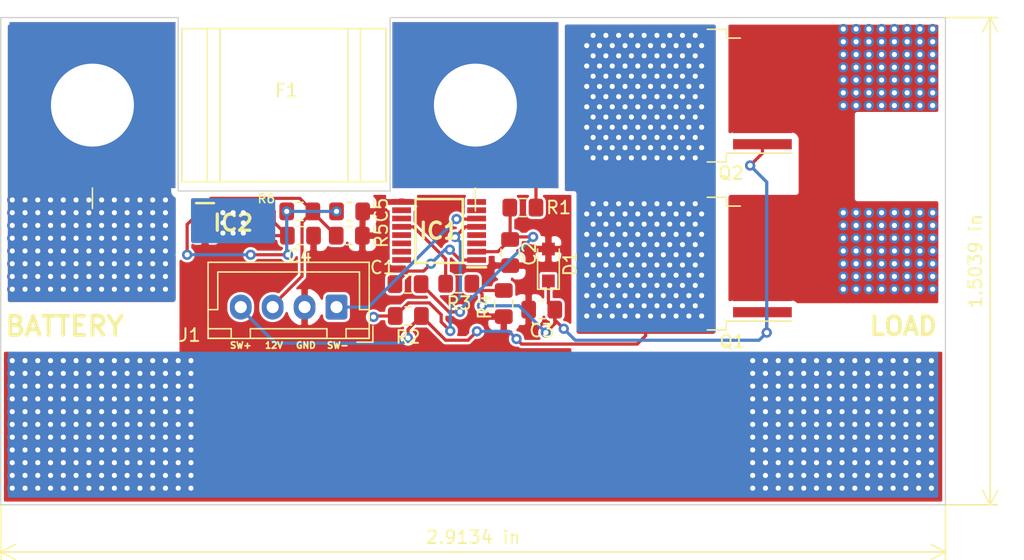
<source format=kicad_pcb>
(kicad_pcb (version 20171130) (host pcbnew "(5.1.2)-1")

  (general
    (thickness 1.6)
    (drawings 21)
    (tracks 924)
    (zones 0)
    (modules 18)
    (nets 27)
  )

  (page A4)
  (layers
    (0 F.Cu signal)
    (31 B.Cu signal)
    (32 B.Adhes user)
    (33 F.Adhes user)
    (34 B.Paste user)
    (35 F.Paste user)
    (36 B.SilkS user)
    (37 F.SilkS user)
    (38 B.Mask user)
    (39 F.Mask user hide)
    (40 Dwgs.User user)
    (41 Cmts.User user)
    (42 Eco1.User user)
    (43 Eco2.User user)
    (44 Edge.Cuts user)
    (45 Margin user)
    (46 B.CrtYd user)
    (47 F.CrtYd user)
    (48 B.Fab user)
    (49 F.Fab user)
  )

  (setup
    (last_trace_width 0.25)
    (trace_clearance 0.2)
    (zone_clearance 0.2)
    (zone_45_only no)
    (trace_min 0.2)
    (via_size 0.8)
    (via_drill 0.4)
    (via_min_size 0.4)
    (via_min_drill 0.3)
    (uvia_size 0.3)
    (uvia_drill 0.1)
    (uvias_allowed no)
    (uvia_min_size 0.2)
    (uvia_min_drill 0.1)
    (edge_width 0.05)
    (segment_width 0.2)
    (pcb_text_width 0.3)
    (pcb_text_size 1.5 1.5)
    (mod_edge_width 0.12)
    (mod_text_size 1 1)
    (mod_text_width 0.15)
    (pad_size 1.524 1.524)
    (pad_drill 0.762)
    (pad_to_mask_clearance 0.051)
    (solder_mask_min_width 0.25)
    (aux_axis_origin 0 0)
    (visible_elements 7FFFFFFF)
    (pcbplotparams
      (layerselection 0x010f0_ffffffff)
      (usegerberextensions true)
      (usegerberattributes false)
      (usegerberadvancedattributes false)
      (creategerberjobfile false)
      (excludeedgelayer true)
      (linewidth 0.100000)
      (plotframeref false)
      (viasonmask false)
      (mode 1)
      (useauxorigin false)
      (hpglpennumber 1)
      (hpglpenspeed 20)
      (hpglpendiameter 15.000000)
      (psnegative false)
      (psa4output false)
      (plotreference true)
      (plotvalue true)
      (plotinvisibletext false)
      (padsonsilk false)
      (subtractmaskfromsilk false)
      (outputformat 1)
      (mirror false)
      (drillshape 0)
      (scaleselection 1)
      (outputdirectory "Gerber/"))
  )

  (net 0 "")
  (net 1 "Net-(C1-Pad1)")
  (net 2 "Net-(C1-Pad2)")
  (net 3 -BATT)
  (net 4 "Net-(C3-Pad1)")
  (net 5 SW+)
  (net 6 "Net-(IC1-Pad3)")
  (net 7 "Net-(IC1-Pad4)")
  (net 8 "Net-(IC1-Pad5)")
  (net 9 SW-)
  (net 10 "Net-(IC1-Pad7)")
  (net 11 "Net-(IC1-Pad8)")
  (net 12 "Net-(IC1-Pad10)")
  (net 13 "Net-(IC1-Pad11)")
  (net 14 "Net-(IC1-Pad12)")
  (net 15 "Net-(IC1-Pad13)")
  (net 16 "Net-(IC1-Pad14)")
  (net 17 "Net-(IC1-Pad15)")
  (net 18 "Net-(IC1-Pad16)")
  (net 19 VESC)
  (net 20 "Net-(F1-Pad1)")
  (net 21 "Net-(C4-Pad1)")
  (net 22 "Net-(IC2-Pad7)")
  (net 23 "Net-(IC2-Pad6)")
  (net 24 "Net-(IC2-Pad3)")
  (net 25 "Net-(IC2-Pad2)")
  (net 26 "Net-(C5-Pad1)")

  (net_class Default "Dies ist die voreingestellte Netzklasse."
    (clearance 0.2)
    (trace_width 0.25)
    (via_dia 0.8)
    (via_drill 0.4)
    (uvia_dia 0.3)
    (uvia_drill 0.1)
    (add_net -BATT)
    (add_net "Net-(C1-Pad1)")
    (add_net "Net-(C1-Pad2)")
    (add_net "Net-(C3-Pad1)")
    (add_net "Net-(C4-Pad1)")
    (add_net "Net-(C5-Pad1)")
    (add_net "Net-(F1-Pad1)")
    (add_net "Net-(IC1-Pad10)")
    (add_net "Net-(IC1-Pad11)")
    (add_net "Net-(IC1-Pad12)")
    (add_net "Net-(IC1-Pad13)")
    (add_net "Net-(IC1-Pad14)")
    (add_net "Net-(IC1-Pad15)")
    (add_net "Net-(IC1-Pad16)")
    (add_net "Net-(IC1-Pad3)")
    (add_net "Net-(IC1-Pad4)")
    (add_net "Net-(IC1-Pad5)")
    (add_net "Net-(IC1-Pad7)")
    (add_net "Net-(IC1-Pad8)")
    (add_net "Net-(IC2-Pad2)")
    (add_net "Net-(IC2-Pad3)")
    (add_net "Net-(IC2-Pad6)")
    (add_net "Net-(IC2-Pad7)")
    (add_net SW+)
    (add_net SW-)
    (add_net VESC)
  )

  (module Connector_JST:JST_XH_B4B-XH-A_1x04_P2.50mm_Vertical (layer F.Cu) (tedit 5C28146C) (tstamp 5D733DFB)
    (at 99.4 58.8 180)
    (descr "JST XH series connector, B4B-XH-A (http://www.jst-mfg.com/product/pdf/eng/eXH.pdf), generated with kicad-footprint-generator")
    (tags "connector JST XH vertical")
    (path /5D74BB15)
    (fp_text reference J1 (at 11.5 -2.2) (layer F.SilkS)
      (effects (font (size 1 1) (thickness 0.15)))
    )
    (fp_text value Conn_01x04_Male (at 3.75 4.6) (layer F.Fab)
      (effects (font (size 1 1) (thickness 0.15)))
    )
    (fp_text user %R (at 3.75 2.7) (layer F.Fab)
      (effects (font (size 1 1) (thickness 0.15)))
    )
    (fp_line (start -2.85 -2.75) (end -2.85 -1.5) (layer F.SilkS) (width 0.12))
    (fp_line (start -1.6 -2.75) (end -2.85 -2.75) (layer F.SilkS) (width 0.12))
    (fp_line (start 9.3 2.75) (end 3.75 2.75) (layer F.SilkS) (width 0.12))
    (fp_line (start 9.3 -0.2) (end 9.3 2.75) (layer F.SilkS) (width 0.12))
    (fp_line (start 10.05 -0.2) (end 9.3 -0.2) (layer F.SilkS) (width 0.12))
    (fp_line (start -1.8 2.75) (end 3.75 2.75) (layer F.SilkS) (width 0.12))
    (fp_line (start -1.8 -0.2) (end -1.8 2.75) (layer F.SilkS) (width 0.12))
    (fp_line (start -2.55 -0.2) (end -1.8 -0.2) (layer F.SilkS) (width 0.12))
    (fp_line (start 10.05 -2.45) (end 8.25 -2.45) (layer F.SilkS) (width 0.12))
    (fp_line (start 10.05 -1.7) (end 10.05 -2.45) (layer F.SilkS) (width 0.12))
    (fp_line (start 8.25 -1.7) (end 10.05 -1.7) (layer F.SilkS) (width 0.12))
    (fp_line (start 8.25 -2.45) (end 8.25 -1.7) (layer F.SilkS) (width 0.12))
    (fp_line (start -0.75 -2.45) (end -2.55 -2.45) (layer F.SilkS) (width 0.12))
    (fp_line (start -0.75 -1.7) (end -0.75 -2.45) (layer F.SilkS) (width 0.12))
    (fp_line (start -2.55 -1.7) (end -0.75 -1.7) (layer F.SilkS) (width 0.12))
    (fp_line (start -2.55 -2.45) (end -2.55 -1.7) (layer F.SilkS) (width 0.12))
    (fp_line (start 6.75 -2.45) (end 0.75 -2.45) (layer F.SilkS) (width 0.12))
    (fp_line (start 6.75 -1.7) (end 6.75 -2.45) (layer F.SilkS) (width 0.12))
    (fp_line (start 0.75 -1.7) (end 6.75 -1.7) (layer F.SilkS) (width 0.12))
    (fp_line (start 0.75 -2.45) (end 0.75 -1.7) (layer F.SilkS) (width 0.12))
    (fp_line (start 0 -1.35) (end 0.625 -2.35) (layer F.Fab) (width 0.1))
    (fp_line (start -0.625 -2.35) (end 0 -1.35) (layer F.Fab) (width 0.1))
    (fp_line (start 10.45 -2.85) (end -2.95 -2.85) (layer F.CrtYd) (width 0.05))
    (fp_line (start 10.45 3.9) (end 10.45 -2.85) (layer F.CrtYd) (width 0.05))
    (fp_line (start -2.95 3.9) (end 10.45 3.9) (layer F.CrtYd) (width 0.05))
    (fp_line (start -2.95 -2.85) (end -2.95 3.9) (layer F.CrtYd) (width 0.05))
    (fp_line (start 10.06 -2.46) (end -2.56 -2.46) (layer F.SilkS) (width 0.12))
    (fp_line (start 10.06 3.51) (end 10.06 -2.46) (layer F.SilkS) (width 0.12))
    (fp_line (start -2.56 3.51) (end 10.06 3.51) (layer F.SilkS) (width 0.12))
    (fp_line (start -2.56 -2.46) (end -2.56 3.51) (layer F.SilkS) (width 0.12))
    (fp_line (start 9.95 -2.35) (end -2.45 -2.35) (layer F.Fab) (width 0.1))
    (fp_line (start 9.95 3.4) (end 9.95 -2.35) (layer F.Fab) (width 0.1))
    (fp_line (start -2.45 3.4) (end 9.95 3.4) (layer F.Fab) (width 0.1))
    (fp_line (start -2.45 -2.35) (end -2.45 3.4) (layer F.Fab) (width 0.1))
    (pad 4 thru_hole oval (at 7.5 0 180) (size 1.7 1.95) (drill 0.95) (layers *.Cu *.Mask)
      (net 5 SW+))
    (pad 3 thru_hole oval (at 5 0 180) (size 1.7 1.95) (drill 0.95) (layers *.Cu *.Mask)
      (net 26 "Net-(C5-Pad1)"))
    (pad 2 thru_hole oval (at 2.5 0 180) (size 1.7 1.95) (drill 0.95) (layers *.Cu *.Mask)
      (net 3 -BATT))
    (pad 1 thru_hole roundrect (at 0 0 180) (size 1.7 1.95) (drill 0.95) (layers *.Cu *.Mask) (roundrect_rratio 0.147059)
      (net 9 SW-))
    (model ${KISYS3DMOD}/Connector_JST.3dshapes/JST_XH_B4B-XH-A_1x04_P2.50mm_Vertical.wrl
      (at (xyz 0 0 0))
      (scale (xyz 1 1 1))
      (rotate (xyz 0 0 0))
    )
  )

  (module SamacSys_Parts:littleFuseBF1 (layer F.Cu) (tedit 5D720234) (tstamp 5D7256E5)
    (at 95.28 42.966)
    (path /5D75F413)
    (fp_text reference F1 (at 0.2 -1.14) (layer F.SilkS)
      (effects (font (size 1 1) (thickness 0.15)))
    )
    (fp_text value Fuse (at 0.2 1.4) (layer F.Fab)
      (effects (font (size 1 1) (thickness 0.15)))
    )
    (fp_line (start 0 -6) (end 8 -6) (layer F.SilkS) (width 0.12))
    (fp_line (start 8 -6) (end 8 6) (layer F.SilkS) (width 0.12))
    (fp_line (start 8 6) (end -8 6) (layer F.SilkS) (width 0.12))
    (fp_line (start -8 6) (end -8 -6) (layer F.SilkS) (width 0.12))
    (fp_line (start -8 -6) (end 0 -6) (layer F.SilkS) (width 0.12))
    (fp_line (start 6 -6) (end 6 6) (layer F.SilkS) (width 0.12))
    (fp_line (start 6 6) (end 5 6) (layer F.SilkS) (width 0.12))
    (fp_line (start 5 6) (end 5 -6) (layer F.SilkS) (width 0.12))
    (fp_line (start 5 -6) (end -6 -6) (layer F.SilkS) (width 0.12))
    (fp_line (start -6 -6) (end -6 6) (layer F.SilkS) (width 0.12))
    (fp_line (start -6 6) (end -5 6) (layer F.SilkS) (width 0.12))
    (fp_line (start -5 6) (end -5 -6) (layer F.SilkS) (width 0.12))
    (fp_line (start -15 6.5) (end -15 8.1) (layer F.SilkS) (width 0.12))
    (fp_line (start 15 6.5) (end 15 8.3) (layer F.SilkS) (width 0.12))
    (pad 1 thru_hole rect (at 15 0) (size 13 13) (drill 6.5) (layers *.Cu *.Mask)
      (net 20 "Net-(F1-Pad1)"))
    (pad 2 thru_hole rect (at -15 0) (size 13 13) (drill 6.5) (layers *.Cu *.Mask)
      (net 5 SW+))
  )

  (module SamacSys_Parts:SOP65P490X110-9N (layer F.Cu) (tedit 0) (tstamp 5D734B36)
    (at 91.3 52.2)
    (descr "HVSSOP (8)")
    (tags "Integrated Circuit")
    (path /5D75248D)
    (attr smd)
    (fp_text reference IC2 (at 0 0) (layer F.SilkS)
      (effects (font (size 1.27 1.27) (thickness 0.254)))
    )
    (fp_text value TPS7A4101DGNR (at 0 0) (layer F.SilkS) hide
      (effects (font (size 1.27 1.27) (thickness 0.254)))
    )
    (fp_line (start -2.9 -1.55) (end -1.5 -1.55) (layer F.SilkS) (width 0.2))
    (fp_line (start -1.5 -0.85) (end -0.85 -1.5) (layer F.Fab) (width 0.1))
    (fp_line (start -1.5 1.5) (end -1.5 -1.5) (layer F.Fab) (width 0.1))
    (fp_line (start 1.5 1.5) (end -1.5 1.5) (layer F.Fab) (width 0.1))
    (fp_line (start 1.5 -1.5) (end 1.5 1.5) (layer F.Fab) (width 0.1))
    (fp_line (start -1.5 -1.5) (end 1.5 -1.5) (layer F.Fab) (width 0.1))
    (fp_line (start -3.15 1.8) (end -3.15 -1.8) (layer F.CrtYd) (width 0.05))
    (fp_line (start 3.15 1.8) (end -3.15 1.8) (layer F.CrtYd) (width 0.05))
    (fp_line (start 3.15 -1.8) (end 3.15 1.8) (layer F.CrtYd) (width 0.05))
    (fp_line (start -3.15 -1.8) (end 3.15 -1.8) (layer F.CrtYd) (width 0.05))
    (fp_text user %R (at 0 0) (layer F.Fab)
      (effects (font (size 1.27 1.27) (thickness 0.254)))
    )
    (pad 9 smd rect (at 0 0 90) (size 1.88 1.98) (layers F.Cu F.Paste F.Mask)
      (net 3 -BATT))
    (pad 8 smd rect (at 2.2 -0.975 90) (size 0.45 1.4) (layers F.Cu F.Paste F.Mask)
      (net 21 "Net-(C4-Pad1)"))
    (pad 7 smd rect (at 2.2 -0.325 90) (size 0.45 1.4) (layers F.Cu F.Paste F.Mask)
      (net 22 "Net-(IC2-Pad7)"))
    (pad 6 smd rect (at 2.2 0.325 90) (size 0.45 1.4) (layers F.Cu F.Paste F.Mask)
      (net 23 "Net-(IC2-Pad6)"))
    (pad 5 smd rect (at 2.2 0.975 90) (size 0.45 1.4) (layers F.Cu F.Paste F.Mask)
      (net 21 "Net-(C4-Pad1)"))
    (pad 4 smd rect (at -2.2 0.975 90) (size 0.45 1.4) (layers F.Cu F.Paste F.Mask)
      (net 3 -BATT))
    (pad 3 smd rect (at -2.2 0.325 90) (size 0.45 1.4) (layers F.Cu F.Paste F.Mask)
      (net 24 "Net-(IC2-Pad3)"))
    (pad 2 smd rect (at -2.2 -0.325 90) (size 0.45 1.4) (layers F.Cu F.Paste F.Mask)
      (net 25 "Net-(IC2-Pad2)"))
    (pad 1 smd rect (at -2.2 -0.975 90) (size 0.45 1.4) (layers F.Cu F.Paste F.Mask)
      (net 26 "Net-(C5-Pad1)"))
    (model C:\SamacSys_PCB_Library\KiCad\SamacSys_Parts.3dshapes\TPS7A4101DGNR.stp
      (at (xyz 0 0 0))
      (scale (xyz 1 1 1))
      (rotate (xyz 0 0 0))
    )
  )

  (module Capacitor_SMD:C_0805_2012Metric_Pad1.15x1.40mm_HandSolder (layer F.Cu) (tedit 5B36C52B) (tstamp 5D7360FE)
    (at 100.4 53.2)
    (descr "Capacitor SMD 0805 (2012 Metric), square (rectangular) end terminal, IPC_7351 nominal with elongated pad for handsoldering. (Body size source: https://docs.google.com/spreadsheets/d/1BsfQQcO9C6DZCsRaXUlFlo91Tg2WpOkGARC1WS5S8t0/edit?usp=sharing), generated with kicad-footprint-generator")
    (tags "capacitor handsolder")
    (path /5D779851)
    (attr smd)
    (fp_text reference C5 (at 2.5 -2 90) (layer F.SilkS)
      (effects (font (size 1 1) (thickness 0.15)))
    )
    (fp_text value 1uF (at 0 1.65) (layer F.Fab)
      (effects (font (size 1 1) (thickness 0.15)))
    )
    (fp_line (start -1 0.6) (end -1 -0.6) (layer F.Fab) (width 0.1))
    (fp_line (start -1 -0.6) (end 1 -0.6) (layer F.Fab) (width 0.1))
    (fp_line (start 1 -0.6) (end 1 0.6) (layer F.Fab) (width 0.1))
    (fp_line (start 1 0.6) (end -1 0.6) (layer F.Fab) (width 0.1))
    (fp_line (start -0.261252 -0.71) (end 0.261252 -0.71) (layer F.SilkS) (width 0.12))
    (fp_line (start -0.261252 0.71) (end 0.261252 0.71) (layer F.SilkS) (width 0.12))
    (fp_line (start -1.85 0.95) (end -1.85 -0.95) (layer F.CrtYd) (width 0.05))
    (fp_line (start -1.85 -0.95) (end 1.85 -0.95) (layer F.CrtYd) (width 0.05))
    (fp_line (start 1.85 -0.95) (end 1.85 0.95) (layer F.CrtYd) (width 0.05))
    (fp_line (start 1.85 0.95) (end -1.85 0.95) (layer F.CrtYd) (width 0.05))
    (fp_text user %R (at 0 0) (layer F.Fab)
      (effects (font (size 0.5 0.5) (thickness 0.08)))
    )
    (pad 1 smd roundrect (at -1.025 0) (size 1.15 1.4) (layers F.Cu F.Paste F.Mask) (roundrect_rratio 0.217391)
      (net 26 "Net-(C5-Pad1)"))
    (pad 2 smd roundrect (at 1.025 0) (size 1.15 1.4) (layers F.Cu F.Paste F.Mask) (roundrect_rratio 0.217391)
      (net 3 -BATT))
    (model ${KISYS3DMOD}/Capacitor_SMD.3dshapes/C_0805_2012Metric.wrl
      (at (xyz 0 0 0))
      (scale (xyz 1 1 1))
      (rotate (xyz 0 0 0))
    )
  )

  (module Resistor_SMD:R_0805_2012Metric_Pad1.15x1.40mm_HandSolder (layer F.Cu) (tedit 5B36C52B) (tstamp 5D734CF8)
    (at 96.525 51.3)
    (descr "Resistor SMD 0805 (2012 Metric), square (rectangular) end terminal, IPC_7351 nominal with elongated pad for handsoldering. (Body size source: https://docs.google.com/spreadsheets/d/1BsfQQcO9C6DZCsRaXUlFlo91Tg2WpOkGARC1WS5S8t0/edit?usp=sharing), generated with kicad-footprint-generator")
    (tags "resistor handsolder")
    (path /5D76B68B)
    (attr smd)
    (fp_text reference R6 (at -2.625 -1) (layer F.SilkS)
      (effects (font (size 0.7 0.7) (thickness 0.12)))
    )
    (fp_text value 10k (at 0 1.65) (layer F.Fab)
      (effects (font (size 1 1) (thickness 0.15)))
    )
    (fp_line (start -1 0.6) (end -1 -0.6) (layer F.Fab) (width 0.1))
    (fp_line (start -1 -0.6) (end 1 -0.6) (layer F.Fab) (width 0.1))
    (fp_line (start 1 -0.6) (end 1 0.6) (layer F.Fab) (width 0.1))
    (fp_line (start 1 0.6) (end -1 0.6) (layer F.Fab) (width 0.1))
    (fp_line (start -0.261252 -0.71) (end 0.261252 -0.71) (layer F.SilkS) (width 0.12))
    (fp_line (start -0.261252 0.71) (end 0.261252 0.71) (layer F.SilkS) (width 0.12))
    (fp_line (start -1.85 0.95) (end -1.85 -0.95) (layer F.CrtYd) (width 0.05))
    (fp_line (start -1.85 -0.95) (end 1.85 -0.95) (layer F.CrtYd) (width 0.05))
    (fp_line (start 1.85 -0.95) (end 1.85 0.95) (layer F.CrtYd) (width 0.05))
    (fp_line (start 1.85 0.95) (end -1.85 0.95) (layer F.CrtYd) (width 0.05))
    (fp_text user %R (at -0.025 -1.2) (layer F.Fab)
      (effects (font (size 0.5 0.5) (thickness 0.08)))
    )
    (pad 1 smd roundrect (at -1.025 0) (size 1.15 1.4) (layers F.Cu F.Paste F.Mask) (roundrect_rratio 0.217391)
      (net 25 "Net-(IC2-Pad2)"))
    (pad 2 smd roundrect (at 1.025 0) (size 1.15 1.4) (layers F.Cu F.Paste F.Mask) (roundrect_rratio 0.217391)
      (net 26 "Net-(C5-Pad1)"))
    (model ${KISYS3DMOD}/Resistor_SMD.3dshapes/R_0805_2012Metric.wrl
      (at (xyz 0 0 0))
      (scale (xyz 1 1 1))
      (rotate (xyz 0 0 0))
    )
  )

  (module Resistor_SMD:R_0805_2012Metric_Pad1.15x1.40mm_HandSolder (layer F.Cu) (tedit 5B36C52B) (tstamp 5D734CE7)
    (at 100.425 51.3 180)
    (descr "Resistor SMD 0805 (2012 Metric), square (rectangular) end terminal, IPC_7351 nominal with elongated pad for handsoldering. (Body size source: https://docs.google.com/spreadsheets/d/1BsfQQcO9C6DZCsRaXUlFlo91Tg2WpOkGARC1WS5S8t0/edit?usp=sharing), generated with kicad-footprint-generator")
    (tags "resistor handsolder")
    (path /5D76D111)
    (attr smd)
    (fp_text reference R5 (at -2.475 -1.9 90) (layer F.SilkS)
      (effects (font (size 1 1) (thickness 0.15)))
    )
    (fp_text value 92.301k (at 0 1.65) (layer F.Fab)
      (effects (font (size 1 1) (thickness 0.15)))
    )
    (fp_line (start -1 0.6) (end -1 -0.6) (layer F.Fab) (width 0.1))
    (fp_line (start -1 -0.6) (end 1 -0.6) (layer F.Fab) (width 0.1))
    (fp_line (start 1 -0.6) (end 1 0.6) (layer F.Fab) (width 0.1))
    (fp_line (start 1 0.6) (end -1 0.6) (layer F.Fab) (width 0.1))
    (fp_line (start -0.261252 -0.71) (end 0.261252 -0.71) (layer F.SilkS) (width 0.12))
    (fp_line (start -0.261252 0.71) (end 0.261252 0.71) (layer F.SilkS) (width 0.12))
    (fp_line (start -1.85 0.95) (end -1.85 -0.95) (layer F.CrtYd) (width 0.05))
    (fp_line (start -1.85 -0.95) (end 1.85 -0.95) (layer F.CrtYd) (width 0.05))
    (fp_line (start 1.85 -0.95) (end 1.85 0.95) (layer F.CrtYd) (width 0.05))
    (fp_line (start 1.85 0.95) (end -1.85 0.95) (layer F.CrtYd) (width 0.05))
    (fp_text user %R (at 0 0) (layer F.Fab)
      (effects (font (size 0.5 0.5) (thickness 0.08)))
    )
    (pad 1 smd roundrect (at -1.025 0 180) (size 1.15 1.4) (layers F.Cu F.Paste F.Mask) (roundrect_rratio 0.217391)
      (net 3 -BATT))
    (pad 2 smd roundrect (at 1.025 0 180) (size 1.15 1.4) (layers F.Cu F.Paste F.Mask) (roundrect_rratio 0.217391)
      (net 25 "Net-(IC2-Pad2)"))
    (model ${KISYS3DMOD}/Resistor_SMD.3dshapes/R_0805_2012Metric.wrl
      (at (xyz 0 0 0))
      (scale (xyz 1 1 1))
      (rotate (xyz 0 0 0))
    )
  )

  (module Capacitor_SMD:C_0805_2012Metric_Pad1.15x1.40mm_HandSolder (layer F.Cu) (tedit 5B36C52B) (tstamp 5D734A86)
    (at 96.575 53.2)
    (descr "Capacitor SMD 0805 (2012 Metric), square (rectangular) end terminal, IPC_7351 nominal with elongated pad for handsoldering. (Body size source: https://docs.google.com/spreadsheets/d/1BsfQQcO9C6DZCsRaXUlFlo91Tg2WpOkGARC1WS5S8t0/edit?usp=sharing), generated with kicad-footprint-generator")
    (tags "capacitor handsolder")
    (path /5D764C17)
    (attr smd)
    (fp_text reference C4 (at -0.075 1.6) (layer F.SilkS)
      (effects (font (size 1 1) (thickness 0.15)))
    )
    (fp_text value 1uF (at 0 1.65) (layer F.Fab)
      (effects (font (size 1 1) (thickness 0.15)))
    )
    (fp_line (start -1 0.6) (end -1 -0.6) (layer F.Fab) (width 0.1))
    (fp_line (start -1 -0.6) (end 1 -0.6) (layer F.Fab) (width 0.1))
    (fp_line (start 1 -0.6) (end 1 0.6) (layer F.Fab) (width 0.1))
    (fp_line (start 1 0.6) (end -1 0.6) (layer F.Fab) (width 0.1))
    (fp_line (start -0.261252 -0.71) (end 0.261252 -0.71) (layer F.SilkS) (width 0.12))
    (fp_line (start -0.261252 0.71) (end 0.261252 0.71) (layer F.SilkS) (width 0.12))
    (fp_line (start -1.85 0.95) (end -1.85 -0.95) (layer F.CrtYd) (width 0.05))
    (fp_line (start -1.85 -0.95) (end 1.85 -0.95) (layer F.CrtYd) (width 0.05))
    (fp_line (start 1.85 -0.95) (end 1.85 0.95) (layer F.CrtYd) (width 0.05))
    (fp_line (start 1.85 0.95) (end -1.85 0.95) (layer F.CrtYd) (width 0.05))
    (fp_text user %R (at 0 0) (layer F.Fab)
      (effects (font (size 0.5 0.5) (thickness 0.08)))
    )
    (pad 1 smd roundrect (at -1.025 0) (size 1.15 1.4) (layers F.Cu F.Paste F.Mask) (roundrect_rratio 0.217391)
      (net 21 "Net-(C4-Pad1)"))
    (pad 2 smd roundrect (at 1.025 0) (size 1.15 1.4) (layers F.Cu F.Paste F.Mask) (roundrect_rratio 0.217391)
      (net 3 -BATT))
    (model ${KISYS3DMOD}/Capacitor_SMD.3dshapes/C_0805_2012Metric.wrl
      (at (xyz 0 0 0))
      (scale (xyz 1 1 1))
      (rotate (xyz 0 0 0))
    )
  )

  (module SOP65P640X120-16N (layer F.Cu) (tedit 0) (tstamp 5D725708)
    (at 107.438 52.833 180)
    (descr "PW (R-PDSO-G16)")
    (tags "Integrated Circuit")
    (path /5D712D46)
    (attr smd)
    (fp_text reference IC1 (at 0 0) (layer F.SilkS)
      (effects (font (size 1.27 1.27) (thickness 0.254)))
    )
    (fp_text value BQ76200PWR (at 0 0) (layer F.SilkS) hide
      (effects (font (size 1.27 1.27) (thickness 0.254)))
    )
    (fp_text user %R (at 0 0) (layer F.Fab)
      (effects (font (size 1.27 1.27) (thickness 0.254)))
    )
    (fp_line (start -3.925 -2.8) (end 3.925 -2.8) (layer F.CrtYd) (width 0.05))
    (fp_line (start 3.925 -2.8) (end 3.925 2.8) (layer F.CrtYd) (width 0.05))
    (fp_line (start 3.925 2.8) (end -3.925 2.8) (layer F.CrtYd) (width 0.05))
    (fp_line (start -3.925 2.8) (end -3.925 -2.8) (layer F.CrtYd) (width 0.05))
    (fp_line (start -2.2 -2.5) (end 2.2 -2.5) (layer F.Fab) (width 0.1))
    (fp_line (start 2.2 -2.5) (end 2.2 2.5) (layer F.Fab) (width 0.1))
    (fp_line (start 2.2 2.5) (end -2.2 2.5) (layer F.Fab) (width 0.1))
    (fp_line (start -2.2 2.5) (end -2.2 -2.5) (layer F.Fab) (width 0.1))
    (fp_line (start -2.2 -1.85) (end -1.55 -2.5) (layer F.Fab) (width 0.1))
    (fp_line (start -1.85 -2.5) (end 1.85 -2.5) (layer F.SilkS) (width 0.2))
    (fp_line (start 1.85 -2.5) (end 1.85 2.5) (layer F.SilkS) (width 0.2))
    (fp_line (start 1.85 2.5) (end -1.85 2.5) (layer F.SilkS) (width 0.2))
    (fp_line (start -1.85 2.5) (end -1.85 -2.5) (layer F.SilkS) (width 0.2))
    (fp_line (start -3.675 -2.85) (end -2.2 -2.85) (layer F.SilkS) (width 0.2))
    (pad 1 smd rect (at -2.938 -2.275 270) (size 0.45 1.475) (layers F.Cu F.Paste F.Mask)
      (net 1 "Net-(C1-Pad1)"))
    (pad 2 smd rect (at -2.938 -1.625 270) (size 0.45 1.475) (layers F.Cu F.Paste F.Mask)
      (net 2 "Net-(C1-Pad2)"))
    (pad 3 smd rect (at -2.938 -0.975 270) (size 0.45 1.475) (layers F.Cu F.Paste F.Mask)
      (net 6 "Net-(IC1-Pad3)"))
    (pad 4 smd rect (at -2.938 -0.325 270) (size 0.45 1.475) (layers F.Cu F.Paste F.Mask)
      (net 7 "Net-(IC1-Pad4)"))
    (pad 5 smd rect (at -2.938 0.325 270) (size 0.45 1.475) (layers F.Cu F.Paste F.Mask)
      (net 8 "Net-(IC1-Pad5)"))
    (pad 6 smd rect (at -2.938 0.975 270) (size 0.45 1.475) (layers F.Cu F.Paste F.Mask)
      (net 9 SW-))
    (pad 7 smd rect (at -2.938 1.625 270) (size 0.45 1.475) (layers F.Cu F.Paste F.Mask)
      (net 10 "Net-(IC1-Pad7)"))
    (pad 8 smd rect (at -2.938 2.275 270) (size 0.45 1.475) (layers F.Cu F.Paste F.Mask)
      (net 11 "Net-(IC1-Pad8)"))
    (pad 9 smd rect (at 2.938 2.275 270) (size 0.45 1.475) (layers F.Cu F.Paste F.Mask)
      (net 3 -BATT))
    (pad 10 smd rect (at 2.938 1.625 270) (size 0.45 1.475) (layers F.Cu F.Paste F.Mask)
      (net 12 "Net-(IC1-Pad10)"))
    (pad 11 smd rect (at 2.938 0.975 270) (size 0.45 1.475) (layers F.Cu F.Paste F.Mask)
      (net 13 "Net-(IC1-Pad11)"))
    (pad 12 smd rect (at 2.938 0.325 270) (size 0.45 1.475) (layers F.Cu F.Paste F.Mask)
      (net 14 "Net-(IC1-Pad12)"))
    (pad 13 smd rect (at 2.938 -0.325 270) (size 0.45 1.475) (layers F.Cu F.Paste F.Mask)
      (net 15 "Net-(IC1-Pad13)"))
    (pad 14 smd rect (at 2.938 -0.975 270) (size 0.45 1.475) (layers F.Cu F.Paste F.Mask)
      (net 16 "Net-(IC1-Pad14)"))
    (pad 15 smd rect (at 2.938 -1.625 270) (size 0.45 1.475) (layers F.Cu F.Paste F.Mask)
      (net 17 "Net-(IC1-Pad15)"))
    (pad 16 smd rect (at 2.938 -2.275 270) (size 0.45 1.475) (layers F.Cu F.Paste F.Mask)
      (net 18 "Net-(IC1-Pad16)"))
    (model C:\SamacSys_PCB_Library\KiCad\SamacSys_Parts.3dshapes\BQ76200PWR.stp
      (at (xyz 0 0 0))
      (scale (xyz 1 1 1))
      (rotate (xyz 0 0 0))
    )
  )

  (module SamacSys_Parts:IRFS7530 (layer F.Cu) (tedit 5D720675) (tstamp 5D72945F)
    (at 126.988 42.223 180)
    (descr "TO-263 / D2PAK / DDPAK SMD package, http://www.infineon.com/cms/en/product/packages/PG-TO263/PG-TO263-7-1/")
    (tags "D2PAK DDPAK TO-263 D2PAK-7 TO-263-7 SOT-427")
    (path /5D71511D)
    (attr smd)
    (fp_text reference Q2 (at -3.312 -6.077) (layer F.SilkS)
      (effects (font (size 1 1) (thickness 0.15)))
    )
    (fp_text value IRFS7530TRL7PP (at 0 6.65) (layer F.Fab)
      (effects (font (size 1 1) (thickness 0.15)))
    )
    (fp_line (start 6.5 -5) (end 7.5 -5) (layer F.Fab) (width 0.1))
    (fp_line (start 7.5 -5) (end 7.5 5) (layer F.Fab) (width 0.1))
    (fp_line (start 7.5 5) (end 6.5 5) (layer F.Fab) (width 0.1))
    (fp_line (start 6.5 -5) (end 6.5 5) (layer F.Fab) (width 0.1))
    (fp_line (start 6.5 5) (end -2.75 5) (layer F.Fab) (width 0.1))
    (fp_line (start -2.75 5) (end -2.75 -4) (layer F.Fab) (width 0.1))
    (fp_line (start -2.75 -4) (end -1.75 -5) (layer F.Fab) (width 0.1))
    (fp_line (start -1.75 -5) (end 6.5 -5) (layer F.Fab) (width 0.1))
    (fp_line (start -2.64 -4.11) (end -7.45 -4.11) (layer F.Fab) (width 0.1))
    (fp_line (start -7.45 -4.11) (end -7.45 -3.51) (layer F.Fab) (width 0.1))
    (fp_line (start -7.45 -3.51) (end -2.75 -3.51) (layer F.Fab) (width 0.1))
    (fp_line (start -2.75 -2.84) (end -7.45 -2.84) (layer F.Fab) (width 0.1))
    (fp_line (start -7.45 -2.84) (end -7.45 -2.24) (layer F.Fab) (width 0.1))
    (fp_line (start -7.45 -2.24) (end -2.75 -2.24) (layer F.Fab) (width 0.1))
    (fp_line (start -2.75 -1.57) (end -7.45 -1.57) (layer F.Fab) (width 0.1))
    (fp_line (start -7.45 -1.57) (end -7.45 -0.97) (layer F.Fab) (width 0.1))
    (fp_line (start -7.45 -0.97) (end -2.75 -0.97) (layer F.Fab) (width 0.1))
    (fp_line (start -2.75 0.97) (end -7.45 0.97) (layer F.Fab) (width 0.1))
    (fp_line (start -7.45 0.97) (end -7.45 1.57) (layer F.Fab) (width 0.1))
    (fp_line (start -7.45 1.57) (end -2.75 1.57) (layer F.Fab) (width 0.1))
    (fp_line (start -2.75 2.24) (end -7.45 2.24) (layer F.Fab) (width 0.1))
    (fp_line (start -7.45 2.24) (end -7.45 2.84) (layer F.Fab) (width 0.1))
    (fp_line (start -7.45 2.84) (end -2.75 2.84) (layer F.Fab) (width 0.1))
    (fp_line (start -2.75 3.51) (end -7.45 3.51) (layer F.Fab) (width 0.1))
    (fp_line (start -7.45 3.51) (end -7.45 4.11) (layer F.Fab) (width 0.1))
    (fp_line (start -7.45 4.11) (end -2.75 4.11) (layer F.Fab) (width 0.1))
    (fp_line (start -1.45 -5.2) (end -2.95 -5.2) (layer F.SilkS) (width 0.12))
    (fp_line (start -2.95 -5.2) (end -2.95 -4.51) (layer F.SilkS) (width 0.12))
    (fp_line (start -2.95 -4.51) (end -8.075 -4.51) (layer F.SilkS) (width 0.12))
    (fp_line (start -1.45 5.2) (end -2.95 5.2) (layer F.SilkS) (width 0.12))
    (fp_line (start -2.95 5.2) (end -2.95 4.51) (layer F.SilkS) (width 0.12))
    (fp_line (start -2.95 4.51) (end -4.05 4.51) (layer F.SilkS) (width 0.12))
    (fp_line (start -8.32 -5.65) (end -8.32 5.65) (layer F.CrtYd) (width 0.05))
    (fp_line (start -8.32 5.65) (end 8.32 5.65) (layer F.CrtYd) (width 0.05))
    (fp_line (start 8.32 5.65) (end 8.32 -5.65) (layer F.CrtYd) (width 0.05))
    (fp_line (start 8.32 -5.65) (end -8.32 -5.65) (layer F.CrtYd) (width 0.05))
    (fp_text user %R (at 0 0) (layer F.Fab)
      (effects (font (size 1 1) (thickness 0.15)))
    )
    (pad 1 smd rect (at -5.775 -3.81 180) (size 4.6 0.8) (layers F.Cu F.Paste F.Mask)
      (net 4 "Net-(C3-Pad1)"))
    (pad 2 smd rect (at -5.775 -2.54 180) (size 4.6 0.8) (layers F.Cu F.Paste F.Mask)
      (net 19 VESC))
    (pad 3 smd rect (at -5.775 -1.27 180) (size 4.6 0.8) (layers F.Cu F.Paste F.Mask)
      (net 19 VESC))
    (pad 5 smd rect (at -5.775 1.27 180) (size 4.6 0.8) (layers F.Cu F.Paste F.Mask)
      (net 19 VESC))
    (pad 6 smd rect (at -5.775 2.54 180) (size 4.6 0.8) (layers F.Cu F.Paste F.Mask)
      (net 19 VESC))
    (pad 7 smd rect (at -5.775 3.81 180) (size 4.6 0.8) (layers F.Cu F.Paste F.Mask)
      (net 19 VESC))
    (pad 8 smd rect (at 3.375 0 180) (size 9.4 10.8) (layers F.Cu F.Mask)
      (net 5 SW+))
    (pad "" smd rect (at 5.8 2.775 180) (size 4.55 5.25) (layers F.Paste))
    (pad "" smd rect (at 0.95 -2.775 180) (size 4.55 5.25) (layers F.Paste))
    (pad "" smd rect (at 5.8 -2.775 180) (size 4.55 5.25) (layers F.Paste))
    (pad "" smd rect (at 0.95 2.775 180) (size 4.55 5.25) (layers F.Paste))
    (model ${KISYS3DMOD}/Package_TO_SOT_SMD.3dshapes/TO-263-6.wrl
      (at (xyz 0 0 0))
      (scale (xyz 1 1 1))
      (rotate (xyz 0 0 0))
    )
  )

  (module SamacSys_Parts:IRFS7530 (layer F.Cu) (tedit 5D720675) (tstamp 5D72942B)
    (at 126.988 55.393 180)
    (descr "TO-263 / D2PAK / DDPAK SMD package, http://www.infineon.com/cms/en/product/packages/PG-TO263/PG-TO263-7-1/")
    (tags "D2PAK DDPAK TO-263 D2PAK-7 TO-263-7 SOT-427")
    (path /5D714248)
    (attr smd)
    (fp_text reference Q1 (at -3.412 -6.107) (layer F.SilkS)
      (effects (font (size 1 1) (thickness 0.15)))
    )
    (fp_text value IRFS7530TRL7PP (at 0 6.65) (layer F.Fab)
      (effects (font (size 1 1) (thickness 0.15)))
    )
    (fp_line (start 6.5 -5) (end 7.5 -5) (layer F.Fab) (width 0.1))
    (fp_line (start 7.5 -5) (end 7.5 5) (layer F.Fab) (width 0.1))
    (fp_line (start 7.5 5) (end 6.5 5) (layer F.Fab) (width 0.1))
    (fp_line (start 6.5 -5) (end 6.5 5) (layer F.Fab) (width 0.1))
    (fp_line (start 6.5 5) (end -2.75 5) (layer F.Fab) (width 0.1))
    (fp_line (start -2.75 5) (end -2.75 -4) (layer F.Fab) (width 0.1))
    (fp_line (start -2.75 -4) (end -1.75 -5) (layer F.Fab) (width 0.1))
    (fp_line (start -1.75 -5) (end 6.5 -5) (layer F.Fab) (width 0.1))
    (fp_line (start -2.64 -4.11) (end -7.45 -4.11) (layer F.Fab) (width 0.1))
    (fp_line (start -7.45 -4.11) (end -7.45 -3.51) (layer F.Fab) (width 0.1))
    (fp_line (start -7.45 -3.51) (end -2.75 -3.51) (layer F.Fab) (width 0.1))
    (fp_line (start -2.75 -2.84) (end -7.45 -2.84) (layer F.Fab) (width 0.1))
    (fp_line (start -7.45 -2.84) (end -7.45 -2.24) (layer F.Fab) (width 0.1))
    (fp_line (start -7.45 -2.24) (end -2.75 -2.24) (layer F.Fab) (width 0.1))
    (fp_line (start -2.75 -1.57) (end -7.45 -1.57) (layer F.Fab) (width 0.1))
    (fp_line (start -7.45 -1.57) (end -7.45 -0.97) (layer F.Fab) (width 0.1))
    (fp_line (start -7.45 -0.97) (end -2.75 -0.97) (layer F.Fab) (width 0.1))
    (fp_line (start -2.75 0.97) (end -7.45 0.97) (layer F.Fab) (width 0.1))
    (fp_line (start -7.45 0.97) (end -7.45 1.57) (layer F.Fab) (width 0.1))
    (fp_line (start -7.45 1.57) (end -2.75 1.57) (layer F.Fab) (width 0.1))
    (fp_line (start -2.75 2.24) (end -7.45 2.24) (layer F.Fab) (width 0.1))
    (fp_line (start -7.45 2.24) (end -7.45 2.84) (layer F.Fab) (width 0.1))
    (fp_line (start -7.45 2.84) (end -2.75 2.84) (layer F.Fab) (width 0.1))
    (fp_line (start -2.75 3.51) (end -7.45 3.51) (layer F.Fab) (width 0.1))
    (fp_line (start -7.45 3.51) (end -7.45 4.11) (layer F.Fab) (width 0.1))
    (fp_line (start -7.45 4.11) (end -2.75 4.11) (layer F.Fab) (width 0.1))
    (fp_line (start -1.45 -5.2) (end -2.95 -5.2) (layer F.SilkS) (width 0.12))
    (fp_line (start -2.95 -5.2) (end -2.95 -4.51) (layer F.SilkS) (width 0.12))
    (fp_line (start -2.95 -4.51) (end -8.075 -4.51) (layer F.SilkS) (width 0.12))
    (fp_line (start -1.45 5.2) (end -2.95 5.2) (layer F.SilkS) (width 0.12))
    (fp_line (start -2.95 5.2) (end -2.95 4.51) (layer F.SilkS) (width 0.12))
    (fp_line (start -2.95 4.51) (end -4.05 4.51) (layer F.SilkS) (width 0.12))
    (fp_line (start -8.32 -5.65) (end -8.32 5.65) (layer F.CrtYd) (width 0.05))
    (fp_line (start -8.32 5.65) (end 8.32 5.65) (layer F.CrtYd) (width 0.05))
    (fp_line (start 8.32 5.65) (end 8.32 -5.65) (layer F.CrtYd) (width 0.05))
    (fp_line (start 8.32 -5.65) (end -8.32 -5.65) (layer F.CrtYd) (width 0.05))
    (fp_text user %R (at 0 0) (layer F.Fab)
      (effects (font (size 1 1) (thickness 0.15)))
    )
    (pad 1 smd rect (at -5.775 -3.81 180) (size 4.6 0.8) (layers F.Cu F.Paste F.Mask)
      (net 4 "Net-(C3-Pad1)"))
    (pad 2 smd rect (at -5.775 -2.54 180) (size 4.6 0.8) (layers F.Cu F.Paste F.Mask)
      (net 19 VESC))
    (pad 3 smd rect (at -5.775 -1.27 180) (size 4.6 0.8) (layers F.Cu F.Paste F.Mask)
      (net 19 VESC))
    (pad 5 smd rect (at -5.775 1.27 180) (size 4.6 0.8) (layers F.Cu F.Paste F.Mask)
      (net 19 VESC))
    (pad 6 smd rect (at -5.775 2.54 180) (size 4.6 0.8) (layers F.Cu F.Paste F.Mask)
      (net 19 VESC))
    (pad 7 smd rect (at -5.775 3.81 180) (size 4.6 0.8) (layers F.Cu F.Paste F.Mask)
      (net 19 VESC))
    (pad 8 smd rect (at 3.375 0 180) (size 9.4 10.8) (layers F.Cu F.Mask)
      (net 5 SW+))
    (pad "" smd rect (at 5.8 2.775 180) (size 4.55 5.25) (layers F.Paste))
    (pad "" smd rect (at 0.95 -2.775 180) (size 4.55 5.25) (layers F.Paste))
    (pad "" smd rect (at 5.8 -2.775 180) (size 4.55 5.25) (layers F.Paste))
    (pad "" smd rect (at 0.95 2.775 180) (size 4.55 5.25) (layers F.Paste))
    (model ${KISYS3DMOD}/Package_TO_SOT_SMD.3dshapes/TO-263-6.wrl
      (at (xyz 0 0 0))
      (scale (xyz 1 1 1))
      (rotate (xyz 0 0 0))
    )
  )

  (module Capacitor_SMD:C_0805_2012Metric_Pad1.15x1.40mm_HandSolder (layer F.Cu) (tedit 5B36C52B) (tstamp 5D725697)
    (at 105 57)
    (descr "Capacitor SMD 0805 (2012 Metric), square (rectangular) end terminal, IPC_7351 nominal with elongated pad for handsoldering. (Body size source: https://docs.google.com/spreadsheets/d/1BsfQQcO9C6DZCsRaXUlFlo91Tg2WpOkGARC1WS5S8t0/edit?usp=sharing), generated with kicad-footprint-generator")
    (tags "capacitor handsolder")
    (path /5D71940E)
    (attr smd)
    (fp_text reference C1 (at -2 -1.3) (layer F.SilkS)
      (effects (font (size 1 1) (thickness 0.15)))
    )
    (fp_text value 1uF (at -2.475 1.65) (layer F.Fab) hide
      (effects (font (size 1 1) (thickness 0.15)))
    )
    (fp_line (start -1 0.6) (end -1 -0.6) (layer F.Fab) (width 0.1))
    (fp_line (start -1 -0.6) (end 1 -0.6) (layer F.Fab) (width 0.1))
    (fp_line (start 1 -0.6) (end 1 0.6) (layer F.Fab) (width 0.1))
    (fp_line (start 1 0.6) (end -1 0.6) (layer F.Fab) (width 0.1))
    (fp_line (start -0.261252 -0.71) (end 0.261252 -0.71) (layer F.SilkS) (width 0.12))
    (fp_line (start -0.261252 0.71) (end 0.261252 0.71) (layer F.SilkS) (width 0.12))
    (fp_line (start -1.85 0.95) (end -1.85 -0.95) (layer F.CrtYd) (width 0.05))
    (fp_line (start -1.85 -0.95) (end 1.85 -0.95) (layer F.CrtYd) (width 0.05))
    (fp_line (start 1.85 -0.95) (end 1.85 0.95) (layer F.CrtYd) (width 0.05))
    (fp_line (start 1.85 0.95) (end -1.85 0.95) (layer F.CrtYd) (width 0.05))
    (fp_text user %R (at 0 0) (layer F.Fab)
      (effects (font (size 0.5 0.5) (thickness 0.08)))
    )
    (pad 1 smd roundrect (at -1.025 0) (size 1.15 1.4) (layers F.Cu F.Paste F.Mask) (roundrect_rratio 0.217391)
      (net 1 "Net-(C1-Pad1)"))
    (pad 2 smd roundrect (at 1.025 0) (size 1.15 1.4) (layers F.Cu F.Paste F.Mask) (roundrect_rratio 0.217391)
      (net 2 "Net-(C1-Pad2)"))
    (model ${KISYS3DMOD}/Capacitor_SMD.3dshapes/C_0805_2012Metric.wrl
      (at (xyz 0 0 0))
      (scale (xyz 1 1 1))
      (rotate (xyz 0 0 0))
    )
  )

  (module Capacitor_SMD:C_0805_2012Metric_Pad1.15x1.40mm_HandSolder (layer F.Cu) (tedit 5B36C52B) (tstamp 5D7256A8)
    (at 113 54.525 270)
    (descr "Capacitor SMD 0805 (2012 Metric), square (rectangular) end terminal, IPC_7351 nominal with elongated pad for handsoldering. (Body size source: https://docs.google.com/spreadsheets/d/1BsfQQcO9C6DZCsRaXUlFlo91Tg2WpOkGARC1WS5S8t0/edit?usp=sharing), generated with kicad-footprint-generator")
    (tags "capacitor handsolder")
    (path /5D71AD41)
    (attr smd)
    (fp_text reference C2 (at 0.075 -1.5 90) (layer F.SilkS)
      (effects (font (size 1 1) (thickness 0.15)))
    )
    (fp_text value 100nF (at 0 1.65 90) (layer F.Fab)
      (effects (font (size 1 1) (thickness 0.15)))
    )
    (fp_text user %R (at 0 0 90) (layer F.Fab)
      (effects (font (size 0.5 0.5) (thickness 0.08)))
    )
    (fp_line (start 1.85 0.95) (end -1.85 0.95) (layer F.CrtYd) (width 0.05))
    (fp_line (start 1.85 -0.95) (end 1.85 0.95) (layer F.CrtYd) (width 0.05))
    (fp_line (start -1.85 -0.95) (end 1.85 -0.95) (layer F.CrtYd) (width 0.05))
    (fp_line (start -1.85 0.95) (end -1.85 -0.95) (layer F.CrtYd) (width 0.05))
    (fp_line (start -0.261252 0.71) (end 0.261252 0.71) (layer F.SilkS) (width 0.12))
    (fp_line (start -0.261252 -0.71) (end 0.261252 -0.71) (layer F.SilkS) (width 0.12))
    (fp_line (start 1 0.6) (end -1 0.6) (layer F.Fab) (width 0.1))
    (fp_line (start 1 -0.6) (end 1 0.6) (layer F.Fab) (width 0.1))
    (fp_line (start -1 -0.6) (end 1 -0.6) (layer F.Fab) (width 0.1))
    (fp_line (start -1 0.6) (end -1 -0.6) (layer F.Fab) (width 0.1))
    (pad 2 smd roundrect (at 1.025 0 270) (size 1.15 1.4) (layers F.Cu F.Paste F.Mask) (roundrect_rratio 0.217391)
      (net 3 -BATT))
    (pad 1 smd roundrect (at -1.025 0 270) (size 1.15 1.4) (layers F.Cu F.Paste F.Mask) (roundrect_rratio 0.217391)
      (net 2 "Net-(C1-Pad2)"))
    (model ${KISYS3DMOD}/Capacitor_SMD.3dshapes/C_0805_2012Metric.wrl
      (at (xyz 0 0 0))
      (scale (xyz 1 1 1))
      (rotate (xyz 0 0 0))
    )
  )

  (module Capacitor_SMD:C_0805_2012Metric_Pad1.15x1.40mm_HandSolder (layer F.Cu) (tedit 5B36C52B) (tstamp 5D7256B9)
    (at 115.475 59 180)
    (descr "Capacitor SMD 0805 (2012 Metric), square (rectangular) end terminal, IPC_7351 nominal with elongated pad for handsoldering. (Body size source: https://docs.google.com/spreadsheets/d/1BsfQQcO9C6DZCsRaXUlFlo91Tg2WpOkGARC1WS5S8t0/edit?usp=sharing), generated with kicad-footprint-generator")
    (tags "capacitor handsolder")
    (path /5D73080B)
    (attr smd)
    (fp_text reference C3 (at 0 -1.65) (layer F.SilkS)
      (effects (font (size 1 1) (thickness 0.15)))
    )
    (fp_text value 100nF (at 0 1.65) (layer F.Fab)
      (effects (font (size 1 1) (thickness 0.15)))
    )
    (fp_line (start -1 0.6) (end -1 -0.6) (layer F.Fab) (width 0.1))
    (fp_line (start -1 -0.6) (end 1 -0.6) (layer F.Fab) (width 0.1))
    (fp_line (start 1 -0.6) (end 1 0.6) (layer F.Fab) (width 0.1))
    (fp_line (start 1 0.6) (end -1 0.6) (layer F.Fab) (width 0.1))
    (fp_line (start -0.261252 -0.71) (end 0.261252 -0.71) (layer F.SilkS) (width 0.12))
    (fp_line (start -0.261252 0.71) (end 0.261252 0.71) (layer F.SilkS) (width 0.12))
    (fp_line (start -1.85 0.95) (end -1.85 -0.95) (layer F.CrtYd) (width 0.05))
    (fp_line (start -1.85 -0.95) (end 1.85 -0.95) (layer F.CrtYd) (width 0.05))
    (fp_line (start 1.85 -0.95) (end 1.85 0.95) (layer F.CrtYd) (width 0.05))
    (fp_line (start 1.85 0.95) (end -1.85 0.95) (layer F.CrtYd) (width 0.05))
    (fp_text user %R (at 0 0) (layer F.Fab)
      (effects (font (size 0.5 0.5) (thickness 0.08)))
    )
    (pad 1 smd roundrect (at -1.025 0 180) (size 1.15 1.4) (layers F.Cu F.Paste F.Mask) (roundrect_rratio 0.217391)
      (net 4 "Net-(C3-Pad1)"))
    (pad 2 smd roundrect (at 1.025 0 180) (size 1.15 1.4) (layers F.Cu F.Paste F.Mask) (roundrect_rratio 0.217391)
      (net 3 -BATT))
    (model ${KISYS3DMOD}/Capacitor_SMD.3dshapes/C_0805_2012Metric.wrl
      (at (xyz 0 0 0))
      (scale (xyz 1 1 1))
      (rotate (xyz 0 0 0))
    )
  )

  (module Diode_SMD:D_SOD-323_HandSoldering (layer F.Cu) (tedit 58641869) (tstamp 5D7256D1)
    (at 116 55.5 90)
    (descr SOD-323)
    (tags SOD-323)
    (path /5D73D98E)
    (attr smd)
    (fp_text reference D1 (at 0.1 1.7 90) (layer F.SilkS)
      (effects (font (size 1 1) (thickness 0.15)))
    )
    (fp_text value 18V (at 0.1 1.9 90) (layer F.Fab)
      (effects (font (size 1 1) (thickness 0.15)))
    )
    (fp_text user %R (at 0 -1.85 90) (layer F.Fab)
      (effects (font (size 1 1) (thickness 0.15)))
    )
    (fp_line (start -1.9 -0.85) (end -1.9 0.85) (layer F.SilkS) (width 0.12))
    (fp_line (start 0.2 0) (end 0.45 0) (layer F.Fab) (width 0.1))
    (fp_line (start 0.2 0.35) (end -0.3 0) (layer F.Fab) (width 0.1))
    (fp_line (start 0.2 -0.35) (end 0.2 0.35) (layer F.Fab) (width 0.1))
    (fp_line (start -0.3 0) (end 0.2 -0.35) (layer F.Fab) (width 0.1))
    (fp_line (start -0.3 0) (end -0.5 0) (layer F.Fab) (width 0.1))
    (fp_line (start -0.3 -0.35) (end -0.3 0.35) (layer F.Fab) (width 0.1))
    (fp_line (start -0.9 0.7) (end -0.9 -0.7) (layer F.Fab) (width 0.1))
    (fp_line (start 0.9 0.7) (end -0.9 0.7) (layer F.Fab) (width 0.1))
    (fp_line (start 0.9 -0.7) (end 0.9 0.7) (layer F.Fab) (width 0.1))
    (fp_line (start -0.9 -0.7) (end 0.9 -0.7) (layer F.Fab) (width 0.1))
    (fp_line (start -2 -0.95) (end 2 -0.95) (layer F.CrtYd) (width 0.05))
    (fp_line (start 2 -0.95) (end 2 0.95) (layer F.CrtYd) (width 0.05))
    (fp_line (start -2 0.95) (end 2 0.95) (layer F.CrtYd) (width 0.05))
    (fp_line (start -2 -0.95) (end -2 0.95) (layer F.CrtYd) (width 0.05))
    (fp_line (start -1.9 0.85) (end 1.25 0.85) (layer F.SilkS) (width 0.12))
    (fp_line (start -1.9 -0.85) (end 1.25 -0.85) (layer F.SilkS) (width 0.12))
    (pad 1 smd rect (at -1.25 0 90) (size 1 1) (layers F.Cu F.Paste F.Mask)
      (net 4 "Net-(C3-Pad1)"))
    (pad 2 smd rect (at 1.25 0 90) (size 1 1) (layers F.Cu F.Paste F.Mask)
      (net 3 -BATT))
    (model ${KISYS3DMOD}/Diode_SMD.3dshapes/D_SOD-323.wrl
      (at (xyz 0 0 0))
      (scale (xyz 1 1 1))
      (rotate (xyz 0 0 0))
    )
  )

  (module Resistor_SMD:R_0805_2012Metric_Pad1.15x1.40mm_HandSolder (layer F.Cu) (tedit 5B36C52B) (tstamp 5D725741)
    (at 114 51 180)
    (descr "Resistor SMD 0805 (2012 Metric), square (rectangular) end terminal, IPC_7351 nominal with elongated pad for handsoldering. (Body size source: https://docs.google.com/spreadsheets/d/1BsfQQcO9C6DZCsRaXUlFlo91Tg2WpOkGARC1WS5S8t0/edit?usp=sharing), generated with kicad-footprint-generator")
    (tags "resistor handsolder")
    (path /5D72ADF6)
    (attr smd)
    (fp_text reference R1 (at -2.8 0) (layer F.SilkS)
      (effects (font (size 1 1) (thickness 0.15)))
    )
    (fp_text value 100 (at 3 1) (layer F.Fab)
      (effects (font (size 1 1) (thickness 0.15)))
    )
    (fp_line (start -1 0.6) (end -1 -0.6) (layer F.Fab) (width 0.1))
    (fp_line (start -1 -0.6) (end 1 -0.6) (layer F.Fab) (width 0.1))
    (fp_line (start 1 -0.6) (end 1 0.6) (layer F.Fab) (width 0.1))
    (fp_line (start 1 0.6) (end -1 0.6) (layer F.Fab) (width 0.1))
    (fp_line (start -0.261252 -0.71) (end 0.261252 -0.71) (layer F.SilkS) (width 0.12))
    (fp_line (start -0.261252 0.71) (end 0.261252 0.71) (layer F.SilkS) (width 0.12))
    (fp_line (start -1.85 0.95) (end -1.85 -0.95) (layer F.CrtYd) (width 0.05))
    (fp_line (start -1.85 -0.95) (end 1.85 -0.95) (layer F.CrtYd) (width 0.05))
    (fp_line (start 1.85 -0.95) (end 1.85 0.95) (layer F.CrtYd) (width 0.05))
    (fp_line (start 1.85 0.95) (end -1.85 0.95) (layer F.CrtYd) (width 0.05))
    (fp_text user %R (at 0 0) (layer F.Fab)
      (effects (font (size 0.5 0.5) (thickness 0.08)))
    )
    (pad 1 smd roundrect (at -1.025 0 180) (size 1.15 1.4) (layers F.Cu F.Paste F.Mask) (roundrect_rratio 0.217391)
      (net 20 "Net-(F1-Pad1)"))
    (pad 2 smd roundrect (at 1.025 0 180) (size 1.15 1.4) (layers F.Cu F.Paste F.Mask) (roundrect_rratio 0.217391)
      (net 2 "Net-(C1-Pad2)"))
    (model ${KISYS3DMOD}/Resistor_SMD.3dshapes/R_0805_2012Metric.wrl
      (at (xyz 0 0 0))
      (scale (xyz 1 1 1))
      (rotate (xyz 0 0 0))
    )
  )

  (module Resistor_SMD:R_0805_2012Metric_Pad1.15x1.40mm_HandSolder (layer F.Cu) (tedit 5B36C52B) (tstamp 5D725752)
    (at 105.025 59.5 180)
    (descr "Resistor SMD 0805 (2012 Metric), square (rectangular) end terminal, IPC_7351 nominal with elongated pad for handsoldering. (Body size source: https://docs.google.com/spreadsheets/d/1BsfQQcO9C6DZCsRaXUlFlo91Tg2WpOkGARC1WS5S8t0/edit?usp=sharing), generated with kicad-footprint-generator")
    (tags "resistor handsolder")
    (path /5D71E123)
    (attr smd)
    (fp_text reference R2 (at 0.025 -1.65) (layer F.SilkS)
      (effects (font (size 1 1) (thickness 0.15)))
    )
    (fp_text value 0 (at -2.475 0) (layer F.Fab)
      (effects (font (size 1 1) (thickness 0.15)))
    )
    (fp_text user %R (at 0 0) (layer F.Fab)
      (effects (font (size 0.5 0.5) (thickness 0.08)))
    )
    (fp_line (start 1.85 0.95) (end -1.85 0.95) (layer F.CrtYd) (width 0.05))
    (fp_line (start 1.85 -0.95) (end 1.85 0.95) (layer F.CrtYd) (width 0.05))
    (fp_line (start -1.85 -0.95) (end 1.85 -0.95) (layer F.CrtYd) (width 0.05))
    (fp_line (start -1.85 0.95) (end -1.85 -0.95) (layer F.CrtYd) (width 0.05))
    (fp_line (start -0.261252 0.71) (end 0.261252 0.71) (layer F.SilkS) (width 0.12))
    (fp_line (start -0.261252 -0.71) (end 0.261252 -0.71) (layer F.SilkS) (width 0.12))
    (fp_line (start 1 0.6) (end -1 0.6) (layer F.Fab) (width 0.1))
    (fp_line (start 1 -0.6) (end 1 0.6) (layer F.Fab) (width 0.1))
    (fp_line (start -1 -0.6) (end 1 -0.6) (layer F.Fab) (width 0.1))
    (fp_line (start -1 0.6) (end -1 -0.6) (layer F.Fab) (width 0.1))
    (pad 2 smd roundrect (at 1.025 0 180) (size 1.15 1.4) (layers F.Cu F.Paste F.Mask) (roundrect_rratio 0.217391)
      (net 8 "Net-(IC1-Pad5)"))
    (pad 1 smd roundrect (at -1.025 0 180) (size 1.15 1.4) (layers F.Cu F.Paste F.Mask) (roundrect_rratio 0.217391)
      (net 5 SW+))
    (model ${KISYS3DMOD}/Resistor_SMD.3dshapes/R_0805_2012Metric.wrl
      (at (xyz 0 0 0))
      (scale (xyz 1 1 1))
      (rotate (xyz 0 0 0))
    )
  )

  (module Resistor_SMD:R_0805_2012Metric_Pad1.15x1.40mm_HandSolder (layer F.Cu) (tedit 5B36C52B) (tstamp 5D725763)
    (at 108.975 56.968)
    (descr "Resistor SMD 0805 (2012 Metric), square (rectangular) end terminal, IPC_7351 nominal with elongated pad for handsoldering. (Body size source: https://docs.google.com/spreadsheets/d/1BsfQQcO9C6DZCsRaXUlFlo91Tg2WpOkGARC1WS5S8t0/edit?usp=sharing), generated with kicad-footprint-generator")
    (tags "resistor handsolder")
    (path /5D739D52)
    (attr smd)
    (fp_text reference R3 (at 0.025 1.532) (layer F.SilkS)
      (effects (font (size 1 1) (thickness 0.15)))
    )
    (fp_text value 2M (at -1 1.65) (layer F.Fab) hide
      (effects (font (size 1 1) (thickness 0.15)))
    )
    (fp_line (start -1 0.6) (end -1 -0.6) (layer F.Fab) (width 0.1))
    (fp_line (start -1 -0.6) (end 1 -0.6) (layer F.Fab) (width 0.1))
    (fp_line (start 1 -0.6) (end 1 0.6) (layer F.Fab) (width 0.1))
    (fp_line (start 1 0.6) (end -1 0.6) (layer F.Fab) (width 0.1))
    (fp_line (start -0.261252 -0.71) (end 0.261252 -0.71) (layer F.SilkS) (width 0.12))
    (fp_line (start -0.261252 0.71) (end 0.261252 0.71) (layer F.SilkS) (width 0.12))
    (fp_line (start -1.85 0.95) (end -1.85 -0.95) (layer F.CrtYd) (width 0.05))
    (fp_line (start -1.85 -0.95) (end 1.85 -0.95) (layer F.CrtYd) (width 0.05))
    (fp_line (start 1.85 -0.95) (end 1.85 0.95) (layer F.CrtYd) (width 0.05))
    (fp_line (start 1.85 0.95) (end -1.85 0.95) (layer F.CrtYd) (width 0.05))
    (fp_text user %R (at 0 0) (layer F.Fab)
      (effects (font (size 0.5 0.5) (thickness 0.08)))
    )
    (pad 1 smd roundrect (at -1.025 0) (size 1.15 1.4) (layers F.Cu F.Paste F.Mask) (roundrect_rratio 0.217391)
      (net 14 "Net-(IC1-Pad12)"))
    (pad 2 smd roundrect (at 1.025 0) (size 1.15 1.4) (layers F.Cu F.Paste F.Mask) (roundrect_rratio 0.217391)
      (net 4 "Net-(C3-Pad1)"))
    (model ${KISYS3DMOD}/Resistor_SMD.3dshapes/R_0805_2012Metric.wrl
      (at (xyz 0 0 0))
      (scale (xyz 1 1 1))
      (rotate (xyz 0 0 0))
    )
  )

  (module Resistor_SMD:R_0805_2012Metric_Pad1.15x1.40mm_HandSolder (layer F.Cu) (tedit 5B36C52B) (tstamp 5D725774)
    (at 112.5 58.525 270)
    (descr "Resistor SMD 0805 (2012 Metric), square (rectangular) end terminal, IPC_7351 nominal with elongated pad for handsoldering. (Body size source: https://docs.google.com/spreadsheets/d/1BsfQQcO9C6DZCsRaXUlFlo91Tg2WpOkGARC1WS5S8t0/edit?usp=sharing), generated with kicad-footprint-generator")
    (tags "resistor handsolder")
    (path /5D72FBDA)
    (attr smd)
    (fp_text reference R4 (at 0.275 1.5 90) (layer F.SilkS)
      (effects (font (size 1 1) (thickness 0.15)))
    )
    (fp_text value 10M (at 0 1.65 90) (layer F.Fab)
      (effects (font (size 1 1) (thickness 0.15)))
    )
    (fp_text user %R (at 0 0 90) (layer F.Fab)
      (effects (font (size 0.5 0.5) (thickness 0.08)))
    )
    (fp_line (start 1.85 0.95) (end -1.85 0.95) (layer F.CrtYd) (width 0.05))
    (fp_line (start 1.85 -0.95) (end 1.85 0.95) (layer F.CrtYd) (width 0.05))
    (fp_line (start -1.85 -0.95) (end 1.85 -0.95) (layer F.CrtYd) (width 0.05))
    (fp_line (start -1.85 0.95) (end -1.85 -0.95) (layer F.CrtYd) (width 0.05))
    (fp_line (start -0.261252 0.71) (end 0.261252 0.71) (layer F.SilkS) (width 0.12))
    (fp_line (start -0.261252 -0.71) (end 0.261252 -0.71) (layer F.SilkS) (width 0.12))
    (fp_line (start 1 0.6) (end -1 0.6) (layer F.Fab) (width 0.1))
    (fp_line (start 1 -0.6) (end 1 0.6) (layer F.Fab) (width 0.1))
    (fp_line (start -1 -0.6) (end 1 -0.6) (layer F.Fab) (width 0.1))
    (fp_line (start -1 0.6) (end -1 -0.6) (layer F.Fab) (width 0.1))
    (pad 2 smd roundrect (at 1.025 0 270) (size 1.15 1.4) (layers F.Cu F.Paste F.Mask) (roundrect_rratio 0.217391)
      (net 3 -BATT))
    (pad 1 smd roundrect (at -1.025 0 270) (size 1.15 1.4) (layers F.Cu F.Paste F.Mask) (roundrect_rratio 0.217391)
      (net 4 "Net-(C3-Pad1)"))
    (model ${KISYS3DMOD}/Resistor_SMD.3dshapes/R_0805_2012Metric.wrl
      (at (xyz 0 0 0))
      (scale (xyz 1 1 1))
      (rotate (xyz 0 0 0))
    )
  )

  (dimension 38.2 (width 0.12) (layer F.SilkS)
    (gr_text "38,200 mm" (at 151.87 55.2 270) (layer F.SilkS)
      (effects (font (size 1 1) (thickness 0.15)))
    )
    (feature1 (pts (xy 146.9 74.3) (xy 151.186421 74.3)))
    (feature2 (pts (xy 146.9 36.1) (xy 151.186421 36.1)))
    (crossbar (pts (xy 150.6 36.1) (xy 150.6 74.3)))
    (arrow1a (pts (xy 150.6 74.3) (xy 150.013579 73.173496)))
    (arrow1b (pts (xy 150.6 74.3) (xy 151.186421 73.173496)))
    (arrow2a (pts (xy 150.6 36.1) (xy 150.013579 37.226504)))
    (arrow2b (pts (xy 150.6 36.1) (xy 151.186421 37.226504)))
  )
  (dimension 74 (width 0.12) (layer F.SilkS)
    (gr_text "74,000 mm" (at 110.1 79.27) (layer F.SilkS)
      (effects (font (size 1 1) (thickness 0.15)))
    )
    (feature1 (pts (xy 147.1 74.1) (xy 147.1 78.586421)))
    (feature2 (pts (xy 73.1 74.1) (xy 73.1 78.586421)))
    (crossbar (pts (xy 73.1 78) (xy 147.1 78)))
    (arrow1a (pts (xy 147.1 78) (xy 145.973496 78.586421)))
    (arrow1b (pts (xy 147.1 78) (xy 145.973496 77.413579)))
    (arrow2a (pts (xy 73.1 78) (xy 74.226504 78.586421)))
    (arrow2b (pts (xy 73.1 78) (xy 74.226504 77.413579)))
  )
  (gr_text SW- (at 99.5 61.8) (layer F.SilkS) (tstamp 5D75376E)
    (effects (font (size 0.5 0.5) (thickness 0.125)))
  )
  (gr_text GND (at 97 61.8) (layer F.SilkS) (tstamp 5D75376E)
    (effects (font (size 0.5 0.5) (thickness 0.125)))
  )
  (gr_text 12V (at 94.5 61.8) (layer F.SilkS) (tstamp 5D75376E)
    (effects (font (size 0.5 0.5) (thickness 0.125)))
  )
  (gr_text SW+ (at 91.9 61.8) (layer F.SilkS)
    (effects (font (size 0.5 0.5) (thickness 0.125)))
  )
  (gr_text LOAD (at 143.8 60.3) (layer F.SilkS) (tstamp 5D72B06B)
    (effects (font (size 1.4 1.4) (thickness 0.3)))
  )
  (gr_text BATTERY (at 78.1 60.3) (layer F.SilkS) (tstamp 5D72B05D)
    (effects (font (size 1.5 1.5) (thickness 0.3)))
  )
  (gr_poly (pts (xy 147.1 50.5) (xy 147.1 58.5) (xy 140 58.5) (xy 140 50.5)) (layer F.Mask) (width 0.1))
  (gr_poly (pts (xy 147.1 62.3) (xy 73.1 62.3) (xy 73.1 74.1) (xy 147.1 74.1)) (layer F.Mask) (width 0.1) (tstamp 5D72AC62))
  (gr_poly (pts (xy 103.7 36.4) (xy 128.7 36.4) (xy 128.7 60.9) (xy 118.2 60.9) (xy 118.2 49.7) (xy 103.7 49.7)) (layer F.Mask) (width 0.1))
  (gr_poly (pts (xy 73.2 36.2) (xy 73.2 58.4) (xy 86.8 58.4) (xy 86.8 36.2)) (layer F.Mask) (width 0.1))
  (gr_poly (pts (xy 130.4 36.5) (xy 130.4 45.4) (xy 135.6 45.4) (xy 135.6 50) (xy 130.4 50) (xy 130.4 58.5) (xy 140 58.5) (xy 140 43.5) (xy 147 43.5) (xy 147 36.5)) (layer F.Mask) (width 0.1))
  (gr_line (start 73.1 36.1) (end 87 36.1) (layer Edge.Cuts) (width 0.1))
  (gr_line (start 73.1 74.3) (end 73.1 36.1) (layer Edge.Cuts) (width 0.1))
  (gr_line (start 147.1 74.3) (end 73.1 74.3) (layer Edge.Cuts) (width 0.1))
  (gr_line (start 147.1 36.1) (end 147.1 74.3) (layer Edge.Cuts) (width 0.1))
  (gr_line (start 103.6 36.1) (end 147.1 36.1) (layer Edge.Cuts) (width 0.1))
  (gr_line (start 103.6 49.7) (end 103.6 36.1) (layer Edge.Cuts) (width 0.1))
  (gr_line (start 87 49.7) (end 103.6 49.7) (layer Edge.Cuts) (width 0.1))
  (gr_line (start 87 36.1) (end 87 49.7) (layer Edge.Cuts) (width 0.1))

  (via (at 106.8 55.4) (size 0.8) (drill 0.4) (layers F.Cu B.Cu) (net 1))
  (segment (start 106.22501 55.97499) (end 106.8 55.4) (width 0.25) (layer F.Cu) (net 1))
  (segment (start 103.975 57) (end 105.00001 55.97499) (width 0.25) (layer F.Cu) (net 1))
  (segment (start 105.00001 55.97499) (end 106.22501 55.97499) (width 0.25) (layer F.Cu) (net 1))
  (segment (start 106.8 55.4) (end 107.9 54.3) (width 0.25) (layer B.Cu) (net 1))
  (segment (start 107.9 54.3) (end 108.27499 54.3) (width 0.25) (layer B.Cu) (net 1))
  (segment (start 108.674989 54.699999) (end 108.27499 54.3) (width 0.25) (layer F.Cu) (net 1))
  (segment (start 110.376 55.108) (end 109.08299 55.108) (width 0.25) (layer F.Cu) (net 1))
  (segment (start 109.08299 55.108) (end 108.674989 54.699999) (width 0.25) (layer F.Cu) (net 1))
  (via (at 108.27499 54.3) (size 0.8) (drill 0.4) (layers F.Cu B.Cu) (net 1))
  (segment (start 113 51.025) (end 112.975 51) (width 0.25) (layer F.Cu) (net 2))
  (segment (start 113 53.5) (end 113 51.025) (width 0.25) (layer F.Cu) (net 2))
  (segment (start 112.042 54.458) (end 110.376 54.458) (width 0.25) (layer F.Cu) (net 2))
  (segment (start 113 53.5) (end 112.042 54.458) (width 0.25) (layer F.Cu) (net 2))
  (via (at 114.8 53.3) (size 0.8) (drill 0.4) (layers F.Cu B.Cu) (net 2))
  (segment (start 113.2 53.3) (end 113 53.5) (width 0.25) (layer F.Cu) (net 2))
  (segment (start 114.8 53.3) (end 113.2 53.3) (width 0.25) (layer F.Cu) (net 2))
  (segment (start 106.025 57) (end 108.204518 59.179518) (width 0.25) (layer F.Cu) (net 2))
  (segment (start 114.8 53.3) (end 109.0721 59.0279) (width 0.25) (layer B.Cu) (net 2))
  (segment (start 108.204518 59.179518) (end 108.506415 59.179518) (width 0.25) (layer F.Cu) (net 2))
  (segment (start 109.0721 59.0279) (end 109.0721 59.179518) (width 0.25) (layer B.Cu) (net 2))
  (segment (start 108.506415 59.179518) (end 109.0721 59.179518) (width 0.25) (layer F.Cu) (net 2))
  (via (at 109.0721 59.179518) (size 0.8) (drill 0.4) (layers F.Cu B.Cu) (net 2))
  (via (at 91.3 53) (size 0.8) (drill 0.4) (layers F.Cu B.Cu) (net 3) (tstamp 5D73C94E))
  (via (at 92.1 53) (size 0.8) (drill 0.4) (layers F.Cu B.Cu) (net 3) (tstamp 5D73C94F))
  (via (at 90.5 53) (size 0.8) (drill 0.4) (layers F.Cu B.Cu) (net 3) (tstamp 5D73C950))
  (via (at 90.5 51.4) (size 0.8) (drill 0.4) (layers F.Cu B.Cu) (net 3))
  (via (at 91.3 51.4) (size 0.8) (drill 0.4) (layers F.Cu B.Cu) (net 3))
  (via (at 92.1 51.4) (size 0.8) (drill 0.4) (layers F.Cu B.Cu) (net 3))
  (via (at 92.1 52.2) (size 0.8) (drill 0.4) (layers F.Cu B.Cu) (net 3))
  (via (at 90.5 52.2) (size 0.8) (drill 0.4) (layers F.Cu B.Cu) (net 3))
  (via (at 82 64) (size 0.8) (drill 0.4) (layers F.Cu B.Cu) (net 3) (tstamp 5D738F65))
  (via (at 84 64) (size 0.8) (drill 0.4) (layers F.Cu B.Cu) (net 3) (tstamp 5D738F66))
  (via (at 85 64) (size 0.8) (drill 0.4) (layers F.Cu B.Cu) (net 3) (tstamp 5D738F67))
  (via (at 87 64) (size 0.8) (drill 0.4) (layers F.Cu B.Cu) (net 3) (tstamp 5D738F68))
  (via (at 77 64) (size 0.8) (drill 0.4) (layers F.Cu B.Cu) (net 3) (tstamp 5D738F69))
  (via (at 76 64) (size 0.8) (drill 0.4) (layers F.Cu B.Cu) (net 3) (tstamp 5D738F6A))
  (via (at 88 64) (size 0.8) (drill 0.4) (layers F.Cu B.Cu) (net 3) (tstamp 5D738F6B))
  (via (at 83 64) (size 0.8) (drill 0.4) (layers F.Cu B.Cu) (net 3) (tstamp 5D738F6C))
  (via (at 75 64) (size 0.8) (drill 0.4) (layers F.Cu B.Cu) (net 3) (tstamp 5D738F6D))
  (via (at 78 64) (size 0.8) (drill 0.4) (layers F.Cu B.Cu) (net 3) (tstamp 5D738F6E))
  (via (at 80 64) (size 0.8) (drill 0.4) (layers F.Cu B.Cu) (net 3) (tstamp 5D738F6F))
  (via (at 81 64) (size 0.8) (drill 0.4) (layers F.Cu B.Cu) (net 3) (tstamp 5D738F70))
  (via (at 79 64) (size 0.8) (drill 0.4) (layers F.Cu B.Cu) (net 3) (tstamp 5D738F71))
  (via (at 86 64) (size 0.8) (drill 0.4) (layers F.Cu B.Cu) (net 3) (tstamp 5D738F72))
  (via (at 74 64) (size 0.8) (drill 0.4) (layers F.Cu B.Cu) (net 3) (tstamp 5D738F73))
  (via (at 86 66) (size 0.8) (drill 0.4) (layers F.Cu B.Cu) (net 3) (tstamp 5D738F83))
  (via (at 84 66) (size 0.8) (drill 0.4) (layers F.Cu B.Cu) (net 3) (tstamp 5D738F84))
  (via (at 85 66) (size 0.8) (drill 0.4) (layers F.Cu B.Cu) (net 3) (tstamp 5D738F85))
  (via (at 87 66) (size 0.8) (drill 0.4) (layers F.Cu B.Cu) (net 3) (tstamp 5D738F86))
  (via (at 80 66) (size 0.8) (drill 0.4) (layers F.Cu B.Cu) (net 3) (tstamp 5D738F87))
  (via (at 75 66) (size 0.8) (drill 0.4) (layers F.Cu B.Cu) (net 3) (tstamp 5D738F88))
  (via (at 79 66) (size 0.8) (drill 0.4) (layers F.Cu B.Cu) (net 3) (tstamp 5D738F89))
  (via (at 77 66) (size 0.8) (drill 0.4) (layers F.Cu B.Cu) (net 3) (tstamp 5D738F91))
  (via (at 76 66) (size 0.8) (drill 0.4) (layers F.Cu B.Cu) (net 3) (tstamp 5D738F92))
  (via (at 81 66) (size 0.8) (drill 0.4) (layers F.Cu B.Cu) (net 3) (tstamp 5D738F93))
  (via (at 74 66) (size 0.8) (drill 0.4) (layers F.Cu B.Cu) (net 3) (tstamp 5D738F94))
  (via (at 82 66) (size 0.8) (drill 0.4) (layers F.Cu B.Cu) (net 3) (tstamp 5D738F96))
  (via (at 83 66) (size 0.8) (drill 0.4) (layers F.Cu B.Cu) (net 3) (tstamp 5D738F97))
  (via (at 78 66) (size 0.8) (drill 0.4) (layers F.Cu B.Cu) (net 3) (tstamp 5D738F98))
  (via (at 88 66) (size 0.8) (drill 0.4) (layers F.Cu B.Cu) (net 3) (tstamp 5D738F99))
  (via (at 82 65) (size 0.8) (drill 0.4) (layers F.Cu B.Cu) (net 3) (tstamp 5D738F8A))
  (via (at 84 65) (size 0.8) (drill 0.4) (layers F.Cu B.Cu) (net 3) (tstamp 5D738F8B))
  (via (at 85 65) (size 0.8) (drill 0.4) (layers F.Cu B.Cu) (net 3) (tstamp 5D738F8C))
  (via (at 87 65) (size 0.8) (drill 0.4) (layers F.Cu B.Cu) (net 3) (tstamp 5D738F8D))
  (via (at 77 65) (size 0.8) (drill 0.4) (layers F.Cu B.Cu) (net 3) (tstamp 5D738F8E))
  (via (at 76 65) (size 0.8) (drill 0.4) (layers F.Cu B.Cu) (net 3) (tstamp 5D738F8F))
  (via (at 88 65) (size 0.8) (drill 0.4) (layers F.Cu B.Cu) (net 3) (tstamp 5D738F90))
  (via (at 83 65) (size 0.8) (drill 0.4) (layers F.Cu B.Cu) (net 3) (tstamp 5D738F95))
  (via (at 75 65) (size 0.8) (drill 0.4) (layers F.Cu B.Cu) (net 3) (tstamp 5D738F9A))
  (via (at 78 65) (size 0.8) (drill 0.4) (layers F.Cu B.Cu) (net 3) (tstamp 5D738F9B))
  (via (at 80 65) (size 0.8) (drill 0.4) (layers F.Cu B.Cu) (net 3) (tstamp 5D738F9C))
  (via (at 81 65) (size 0.8) (drill 0.4) (layers F.Cu B.Cu) (net 3) (tstamp 5D738F9D))
  (via (at 79 65) (size 0.8) (drill 0.4) (layers F.Cu B.Cu) (net 3) (tstamp 5D738F9E))
  (via (at 86 65) (size 0.8) (drill 0.4) (layers F.Cu B.Cu) (net 3) (tstamp 5D738F9F))
  (via (at 74 65) (size 0.8) (drill 0.4) (layers F.Cu B.Cu) (net 3) (tstamp 5D738FA0))
  (via (at 86 68) (size 0.8) (drill 0.4) (layers F.Cu B.Cu) (net 3) (tstamp 5D738FDE))
  (via (at 87 70) (size 0.8) (drill 0.4) (layers F.Cu B.Cu) (net 3) (tstamp 5D738FDF))
  (via (at 84 68) (size 0.8) (drill 0.4) (layers F.Cu B.Cu) (net 3) (tstamp 5D738FE0))
  (via (at 85 68) (size 0.8) (drill 0.4) (layers F.Cu B.Cu) (net 3) (tstamp 5D738FE1))
  (via (at 80 70) (size 0.8) (drill 0.4) (layers F.Cu B.Cu) (net 3) (tstamp 5D738FE2))
  (via (at 75 70) (size 0.8) (drill 0.4) (layers F.Cu B.Cu) (net 3) (tstamp 5D738FE3))
  (via (at 87 68) (size 0.8) (drill 0.4) (layers F.Cu B.Cu) (net 3) (tstamp 5D738FE4))
  (via (at 79 70) (size 0.8) (drill 0.4) (layers F.Cu B.Cu) (net 3) (tstamp 5D738FE5))
  (via (at 84 69) (size 0.8) (drill 0.4) (layers F.Cu B.Cu) (net 3) (tstamp 5D738FE6))
  (via (at 85 69) (size 0.8) (drill 0.4) (layers F.Cu B.Cu) (net 3) (tstamp 5D738FE7))
  (via (at 87 69) (size 0.8) (drill 0.4) (layers F.Cu B.Cu) (net 3) (tstamp 5D738FE8))
  (via (at 80 68) (size 0.8) (drill 0.4) (layers F.Cu B.Cu) (net 3) (tstamp 5D738FE9))
  (via (at 76 69) (size 0.8) (drill 0.4) (layers F.Cu B.Cu) (net 3) (tstamp 5D738FEA))
  (via (at 75 68) (size 0.8) (drill 0.4) (layers F.Cu B.Cu) (net 3) (tstamp 5D738FEB))
  (via (at 79 68) (size 0.8) (drill 0.4) (layers F.Cu B.Cu) (net 3) (tstamp 5D738FEC))
  (via (at 77 68) (size 0.8) (drill 0.4) (layers F.Cu B.Cu) (net 3) (tstamp 5D738FF4))
  (via (at 76 68) (size 0.8) (drill 0.4) (layers F.Cu B.Cu) (net 3) (tstamp 5D738FF5))
  (via (at 81 68) (size 0.8) (drill 0.4) (layers F.Cu B.Cu) (net 3) (tstamp 5D738FF6))
  (via (at 74 68) (size 0.8) (drill 0.4) (layers F.Cu B.Cu) (net 3) (tstamp 5D738FF7))
  (via (at 86 70) (size 0.8) (drill 0.4) (layers F.Cu B.Cu) (net 3) (tstamp 5D738FF8))
  (via (at 84 70) (size 0.8) (drill 0.4) (layers F.Cu B.Cu) (net 3) (tstamp 5D738FFA))
  (via (at 85 70) (size 0.8) (drill 0.4) (layers F.Cu B.Cu) (net 3) (tstamp 5D738FFB))
  (via (at 82 69) (size 0.8) (drill 0.4) (layers F.Cu B.Cu) (net 3) (tstamp 5D738FFC))
  (via (at 82 68) (size 0.8) (drill 0.4) (layers F.Cu B.Cu) (net 3) (tstamp 5D738FFD))
  (via (at 83 68) (size 0.8) (drill 0.4) (layers F.Cu B.Cu) (net 3) (tstamp 5D738FFE))
  (via (at 78 68) (size 0.8) (drill 0.4) (layers F.Cu B.Cu) (net 3) (tstamp 5D738FFF))
  (via (at 88 68) (size 0.8) (drill 0.4) (layers F.Cu B.Cu) (net 3) (tstamp 5D739000))
  (via (at 77 69) (size 0.8) (drill 0.4) (layers F.Cu B.Cu) (net 3) (tstamp 5D739005))
  (via (at 83 69) (size 0.8) (drill 0.4) (layers F.Cu B.Cu) (net 3) (tstamp 5D739008))
  (via (at 76 70) (size 0.8) (drill 0.4) (layers F.Cu B.Cu) (net 3) (tstamp 5D739009))
  (via (at 80 69) (size 0.8) (drill 0.4) (layers F.Cu B.Cu) (net 3) (tstamp 5D73900A))
  (via (at 81 69) (size 0.8) (drill 0.4) (layers F.Cu B.Cu) (net 3) (tstamp 5D73900B))
  (via (at 88 69) (size 0.8) (drill 0.4) (layers F.Cu B.Cu) (net 3) (tstamp 5D73900C))
  (via (at 86 69) (size 0.8) (drill 0.4) (layers F.Cu B.Cu) (net 3) (tstamp 5D73900D))
  (via (at 88 70) (size 0.8) (drill 0.4) (layers F.Cu B.Cu) (net 3) (tstamp 5D73900E))
  (via (at 75 69) (size 0.8) (drill 0.4) (layers F.Cu B.Cu) (net 3) (tstamp 5D73900F))
  (via (at 74 70) (size 0.8) (drill 0.4) (layers F.Cu B.Cu) (net 3) (tstamp 5D739010))
  (via (at 78 70) (size 0.8) (drill 0.4) (layers F.Cu B.Cu) (net 3) (tstamp 5D739011))
  (via (at 83 70) (size 0.8) (drill 0.4) (layers F.Cu B.Cu) (net 3) (tstamp 5D739012))
  (via (at 77 70) (size 0.8) (drill 0.4) (layers F.Cu B.Cu) (net 3) (tstamp 5D739013))
  (via (at 81 70) (size 0.8) (drill 0.4) (layers F.Cu B.Cu) (net 3) (tstamp 5D739014))
  (via (at 82 70) (size 0.8) (drill 0.4) (layers F.Cu B.Cu) (net 3) (tstamp 5D739015))
  (via (at 78 69) (size 0.8) (drill 0.4) (layers F.Cu B.Cu) (net 3) (tstamp 5D739016))
  (via (at 74 69) (size 0.8) (drill 0.4) (layers F.Cu B.Cu) (net 3) (tstamp 5D739017))
  (via (at 79 69) (size 0.8) (drill 0.4) (layers F.Cu B.Cu) (net 3) (tstamp 5D739018))
  (via (at 82 67) (size 0.8) (drill 0.4) (layers F.Cu B.Cu) (net 3) (tstamp 5D738FED))
  (via (at 84 67) (size 0.8) (drill 0.4) (layers F.Cu B.Cu) (net 3) (tstamp 5D738FEE))
  (via (at 85 67) (size 0.8) (drill 0.4) (layers F.Cu B.Cu) (net 3) (tstamp 5D738FEF))
  (via (at 87 67) (size 0.8) (drill 0.4) (layers F.Cu B.Cu) (net 3) (tstamp 5D738FF0))
  (via (at 77 67) (size 0.8) (drill 0.4) (layers F.Cu B.Cu) (net 3) (tstamp 5D738FF1))
  (via (at 76 67) (size 0.8) (drill 0.4) (layers F.Cu B.Cu) (net 3) (tstamp 5D738FF2))
  (via (at 88 67) (size 0.8) (drill 0.4) (layers F.Cu B.Cu) (net 3) (tstamp 5D738FF3))
  (via (at 83 67) (size 0.8) (drill 0.4) (layers F.Cu B.Cu) (net 3) (tstamp 5D738FF9))
  (via (at 75 67) (size 0.8) (drill 0.4) (layers F.Cu B.Cu) (net 3) (tstamp 5D739001))
  (via (at 78 67) (size 0.8) (drill 0.4) (layers F.Cu B.Cu) (net 3) (tstamp 5D739002))
  (via (at 80 67) (size 0.8) (drill 0.4) (layers F.Cu B.Cu) (net 3) (tstamp 5D739003))
  (via (at 81 67) (size 0.8) (drill 0.4) (layers F.Cu B.Cu) (net 3) (tstamp 5D739004))
  (via (at 79 67) (size 0.8) (drill 0.4) (layers F.Cu B.Cu) (net 3) (tstamp 5D739006))
  (via (at 86 67) (size 0.8) (drill 0.4) (layers F.Cu B.Cu) (net 3) (tstamp 5D739007))
  (via (at 74 67) (size 0.8) (drill 0.4) (layers F.Cu B.Cu) (net 3) (tstamp 5D739019))
  (segment (start 101.45 53.175) (end 101.425 53.2) (width 0.25) (layer F.Cu) (net 3))
  (segment (start 101.45 51.3) (end 101.45 53.175) (width 0.25) (layer F.Cu) (net 3))
  (segment (start 90.275 53.175) (end 90.05 53.175) (width 0.25) (layer F.Cu) (net 3))
  (segment (start 91.25 52.2) (end 90.275 53.175) (width 0.25) (layer F.Cu) (net 3))
  (segment (start 91.3 52.2) (end 91.3 52.2) (width 0.25) (layer F.Cu) (net 3))
  (segment (start 89.1 53.175) (end 90.05 53.175) (width 0.25) (layer F.Cu) (net 3))
  (via (at 74 63) (size 0.8) (drill 0.4) (layers F.Cu B.Cu) (net 3))
  (via (at 75 63) (size 0.8) (drill 0.4) (layers F.Cu B.Cu) (net 3))
  (via (at 76 63) (size 0.8) (drill 0.4) (layers F.Cu B.Cu) (net 3))
  (via (at 77 63) (size 0.8) (drill 0.4) (layers F.Cu B.Cu) (net 3))
  (via (at 78 63) (size 0.8) (drill 0.4) (layers F.Cu B.Cu) (net 3))
  (via (at 79 63) (size 0.8) (drill 0.4) (layers F.Cu B.Cu) (net 3))
  (via (at 80 63) (size 0.8) (drill 0.4) (layers F.Cu B.Cu) (net 3))
  (via (at 81 63) (size 0.8) (drill 0.4) (layers F.Cu B.Cu) (net 3))
  (via (at 82 63) (size 0.8) (drill 0.4) (layers F.Cu B.Cu) (net 3))
  (via (at 83 63) (size 0.8) (drill 0.4) (layers F.Cu B.Cu) (net 3))
  (via (at 84 63) (size 0.8) (drill 0.4) (layers F.Cu B.Cu) (net 3))
  (via (at 85 63) (size 0.8) (drill 0.4) (layers F.Cu B.Cu) (net 3))
  (via (at 86 63) (size 0.8) (drill 0.4) (layers F.Cu B.Cu) (net 3))
  (via (at 87 63) (size 0.8) (drill 0.4) (layers F.Cu B.Cu) (net 3))
  (via (at 88 63) (size 0.8) (drill 0.4) (layers F.Cu B.Cu) (net 3))
  (via (at 74 71) (size 0.8) (drill 0.4) (layers F.Cu B.Cu) (net 3) (tstamp 5D739092))
  (via (at 75 73) (size 0.8) (drill 0.4) (layers F.Cu B.Cu) (net 3) (tstamp 5D739093))
  (via (at 86 73) (size 0.8) (drill 0.4) (layers F.Cu B.Cu) (net 3) (tstamp 5D739094))
  (via (at 84 73) (size 0.8) (drill 0.4) (layers F.Cu B.Cu) (net 3) (tstamp 5D739095))
  (via (at 85 73) (size 0.8) (drill 0.4) (layers F.Cu B.Cu) (net 3) (tstamp 5D739096))
  (via (at 87 72) (size 0.8) (drill 0.4) (layers F.Cu B.Cu) (net 3) (tstamp 5D739097))
  (via (at 82 72) (size 0.8) (drill 0.4) (layers F.Cu B.Cu) (net 3) (tstamp 5D739098))
  (via (at 82 71) (size 0.8) (drill 0.4) (layers F.Cu B.Cu) (net 3) (tstamp 5D739099))
  (via (at 83 71) (size 0.8) (drill 0.4) (layers F.Cu B.Cu) (net 3) (tstamp 5D73909A))
  (via (at 85 71) (size 0.8) (drill 0.4) (layers F.Cu B.Cu) (net 3) (tstamp 5D73909B))
  (via (at 79 71) (size 0.8) (drill 0.4) (layers F.Cu B.Cu) (net 3) (tstamp 5D73909C))
  (via (at 80 71) (size 0.8) (drill 0.4) (layers F.Cu B.Cu) (net 3) (tstamp 5D73909D))
  (via (at 84 72) (size 0.8) (drill 0.4) (layers F.Cu B.Cu) (net 3) (tstamp 5D73909E))
  (via (at 85 72) (size 0.8) (drill 0.4) (layers F.Cu B.Cu) (net 3) (tstamp 5D73909F))
  (via (at 86 71) (size 0.8) (drill 0.4) (layers F.Cu B.Cu) (net 3) (tstamp 5D7390A0))
  (via (at 76 72) (size 0.8) (drill 0.4) (layers F.Cu B.Cu) (net 3) (tstamp 5D7390A1))
  (via (at 84 71) (size 0.8) (drill 0.4) (layers F.Cu B.Cu) (net 3) (tstamp 5D7390A2))
  (via (at 80 73) (size 0.8) (drill 0.4) (layers F.Cu B.Cu) (net 3) (tstamp 5D7390A3))
  (via (at 87 71) (size 0.8) (drill 0.4) (layers F.Cu B.Cu) (net 3) (tstamp 5D7390A4))
  (via (at 76 71) (size 0.8) (drill 0.4) (layers F.Cu B.Cu) (net 3) (tstamp 5D7390A5))
  (via (at 87 73) (size 0.8) (drill 0.4) (layers F.Cu B.Cu) (net 3) (tstamp 5D7390A6))
  (via (at 79 73) (size 0.8) (drill 0.4) (layers F.Cu B.Cu) (net 3) (tstamp 5D7390A7))
  (via (at 75 71) (size 0.8) (drill 0.4) (layers F.Cu B.Cu) (net 3) (tstamp 5D7390A8))
  (via (at 81 71) (size 0.8) (drill 0.4) (layers F.Cu B.Cu) (net 3) (tstamp 5D7390A9))
  (via (at 77 71) (size 0.8) (drill 0.4) (layers F.Cu B.Cu) (net 3) (tstamp 5D7390AA))
  (via (at 83 73) (size 0.8) (drill 0.4) (layers F.Cu B.Cu) (net 3) (tstamp 5D7390AB))
  (via (at 78 72) (size 0.8) (drill 0.4) (layers F.Cu B.Cu) (net 3) (tstamp 5D7390AC))
  (via (at 79 72) (size 0.8) (drill 0.4) (layers F.Cu B.Cu) (net 3) (tstamp 5D7390AD))
  (via (at 82 73) (size 0.8) (drill 0.4) (layers F.Cu B.Cu) (net 3) (tstamp 5D7390AE))
  (via (at 88 73) (size 0.8) (drill 0.4) (layers F.Cu B.Cu) (net 3) (tstamp 5D7390AF))
  (via (at 80 72) (size 0.8) (drill 0.4) (layers F.Cu B.Cu) (net 3) (tstamp 5D7390B0))
  (via (at 74 73) (size 0.8) (drill 0.4) (layers F.Cu B.Cu) (net 3) (tstamp 5D7390B1))
  (via (at 86 72) (size 0.8) (drill 0.4) (layers F.Cu B.Cu) (net 3) (tstamp 5D7390B2))
  (via (at 76 73) (size 0.8) (drill 0.4) (layers F.Cu B.Cu) (net 3) (tstamp 5D7390B3))
  (via (at 78 73) (size 0.8) (drill 0.4) (layers F.Cu B.Cu) (net 3) (tstamp 5D7390B4))
  (via (at 83 72) (size 0.8) (drill 0.4) (layers F.Cu B.Cu) (net 3) (tstamp 5D7390B5))
  (via (at 75 72) (size 0.8) (drill 0.4) (layers F.Cu B.Cu) (net 3) (tstamp 5D7390B6))
  (via (at 78 71) (size 0.8) (drill 0.4) (layers F.Cu B.Cu) (net 3) (tstamp 5D7390B7))
  (via (at 81 72) (size 0.8) (drill 0.4) (layers F.Cu B.Cu) (net 3) (tstamp 5D7390B8))
  (via (at 77 73) (size 0.8) (drill 0.4) (layers F.Cu B.Cu) (net 3) (tstamp 5D7390B9))
  (via (at 74 72) (size 0.8) (drill 0.4) (layers F.Cu B.Cu) (net 3) (tstamp 5D7390BA))
  (via (at 88 72) (size 0.8) (drill 0.4) (layers F.Cu B.Cu) (net 3) (tstamp 5D7390BB))
  (via (at 81 73) (size 0.8) (drill 0.4) (layers F.Cu B.Cu) (net 3) (tstamp 5D7390BC))
  (via (at 88 71) (size 0.8) (drill 0.4) (layers F.Cu B.Cu) (net 3) (tstamp 5D7390BD))
  (via (at 77 72) (size 0.8) (drill 0.4) (layers F.Cu B.Cu) (net 3) (tstamp 5D7390BE))
  (via (at 144 64) (size 0.8) (drill 0.4) (layers F.Cu B.Cu) (net 3) (tstamp 5D7390EC))
  (via (at 145 66) (size 0.8) (drill 0.4) (layers F.Cu B.Cu) (net 3) (tstamp 5D7390ED))
  (via (at 142 64) (size 0.8) (drill 0.4) (layers F.Cu B.Cu) (net 3) (tstamp 5D7390EE))
  (via (at 143 64) (size 0.8) (drill 0.4) (layers F.Cu B.Cu) (net 3) (tstamp 5D7390EF))
  (via (at 138 66) (size 0.8) (drill 0.4) (layers F.Cu B.Cu) (net 3) (tstamp 5D7390F0))
  (via (at 133 66) (size 0.8) (drill 0.4) (layers F.Cu B.Cu) (net 3) (tstamp 5D7390F1))
  (via (at 145 64) (size 0.8) (drill 0.4) (layers F.Cu B.Cu) (net 3) (tstamp 5D7390F2))
  (via (at 137 66) (size 0.8) (drill 0.4) (layers F.Cu B.Cu) (net 3) (tstamp 5D7390F3))
  (via (at 142 65) (size 0.8) (drill 0.4) (layers F.Cu B.Cu) (net 3) (tstamp 5D7390F4))
  (via (at 143 65) (size 0.8) (drill 0.4) (layers F.Cu B.Cu) (net 3) (tstamp 5D7390F5))
  (via (at 145 65) (size 0.8) (drill 0.4) (layers F.Cu B.Cu) (net 3) (tstamp 5D7390F6))
  (via (at 138 64) (size 0.8) (drill 0.4) (layers F.Cu B.Cu) (net 3) (tstamp 5D7390F7))
  (via (at 134 65) (size 0.8) (drill 0.4) (layers F.Cu B.Cu) (net 3) (tstamp 5D7390F8))
  (via (at 133 64) (size 0.8) (drill 0.4) (layers F.Cu B.Cu) (net 3) (tstamp 5D7390F9))
  (via (at 137 64) (size 0.8) (drill 0.4) (layers F.Cu B.Cu) (net 3) (tstamp 5D7390FA))
  (via (at 135 64) (size 0.8) (drill 0.4) (layers F.Cu B.Cu) (net 3) (tstamp 5D739102))
  (via (at 134 64) (size 0.8) (drill 0.4) (layers F.Cu B.Cu) (net 3) (tstamp 5D739103))
  (via (at 139 64) (size 0.8) (drill 0.4) (layers F.Cu B.Cu) (net 3) (tstamp 5D739104))
  (via (at 132 64) (size 0.8) (drill 0.4) (layers F.Cu B.Cu) (net 3) (tstamp 5D739105))
  (via (at 144 66) (size 0.8) (drill 0.4) (layers F.Cu B.Cu) (net 3) (tstamp 5D739106))
  (via (at 142 66) (size 0.8) (drill 0.4) (layers F.Cu B.Cu) (net 3) (tstamp 5D739108))
  (via (at 143 66) (size 0.8) (drill 0.4) (layers F.Cu B.Cu) (net 3) (tstamp 5D739109))
  (via (at 140 65) (size 0.8) (drill 0.4) (layers F.Cu B.Cu) (net 3) (tstamp 5D73910A))
  (via (at 140 64) (size 0.8) (drill 0.4) (layers F.Cu B.Cu) (net 3) (tstamp 5D73910B))
  (via (at 141 64) (size 0.8) (drill 0.4) (layers F.Cu B.Cu) (net 3) (tstamp 5D73910C))
  (via (at 136 64) (size 0.8) (drill 0.4) (layers F.Cu B.Cu) (net 3) (tstamp 5D73910D))
  (via (at 146 64) (size 0.8) (drill 0.4) (layers F.Cu B.Cu) (net 3) (tstamp 5D73910E))
  (via (at 135 65) (size 0.8) (drill 0.4) (layers F.Cu B.Cu) (net 3) (tstamp 5D739113))
  (via (at 141 65) (size 0.8) (drill 0.4) (layers F.Cu B.Cu) (net 3) (tstamp 5D739116))
  (via (at 134 66) (size 0.8) (drill 0.4) (layers F.Cu B.Cu) (net 3) (tstamp 5D739117))
  (via (at 138 65) (size 0.8) (drill 0.4) (layers F.Cu B.Cu) (net 3) (tstamp 5D739118))
  (via (at 139 65) (size 0.8) (drill 0.4) (layers F.Cu B.Cu) (net 3) (tstamp 5D739119))
  (via (at 146 65) (size 0.8) (drill 0.4) (layers F.Cu B.Cu) (net 3) (tstamp 5D73911A))
  (via (at 144 65) (size 0.8) (drill 0.4) (layers F.Cu B.Cu) (net 3) (tstamp 5D73911B))
  (via (at 146 66) (size 0.8) (drill 0.4) (layers F.Cu B.Cu) (net 3) (tstamp 5D73911C))
  (via (at 133 65) (size 0.8) (drill 0.4) (layers F.Cu B.Cu) (net 3) (tstamp 5D73911D))
  (via (at 132 66) (size 0.8) (drill 0.4) (layers F.Cu B.Cu) (net 3) (tstamp 5D73911E))
  (via (at 136 66) (size 0.8) (drill 0.4) (layers F.Cu B.Cu) (net 3) (tstamp 5D73911F))
  (via (at 141 66) (size 0.8) (drill 0.4) (layers F.Cu B.Cu) (net 3) (tstamp 5D739120))
  (via (at 135 66) (size 0.8) (drill 0.4) (layers F.Cu B.Cu) (net 3) (tstamp 5D739121))
  (via (at 139 66) (size 0.8) (drill 0.4) (layers F.Cu B.Cu) (net 3) (tstamp 5D739122))
  (via (at 140 66) (size 0.8) (drill 0.4) (layers F.Cu B.Cu) (net 3) (tstamp 5D739123))
  (via (at 136 65) (size 0.8) (drill 0.4) (layers F.Cu B.Cu) (net 3) (tstamp 5D739124))
  (via (at 132 65) (size 0.8) (drill 0.4) (layers F.Cu B.Cu) (net 3) (tstamp 5D739125))
  (via (at 137 65) (size 0.8) (drill 0.4) (layers F.Cu B.Cu) (net 3) (tstamp 5D739126))
  (via (at 132 68) (size 0.8) (drill 0.4) (layers F.Cu B.Cu) (net 3) (tstamp 5D739128))
  (via (at 133 70) (size 0.8) (drill 0.4) (layers F.Cu B.Cu) (net 3) (tstamp 5D739129))
  (via (at 144 70) (size 0.8) (drill 0.4) (layers F.Cu B.Cu) (net 3) (tstamp 5D73912A))
  (via (at 141 67) (size 0.8) (drill 0.4) (layers F.Cu B.Cu) (net 3) (tstamp 5D73912B))
  (via (at 142 70) (size 0.8) (drill 0.4) (layers F.Cu B.Cu) (net 3) (tstamp 5D73912C))
  (via (at 143 70) (size 0.8) (drill 0.4) (layers F.Cu B.Cu) (net 3) (tstamp 5D73912D))
  (via (at 145 69) (size 0.8) (drill 0.4) (layers F.Cu B.Cu) (net 3) (tstamp 5D73912E))
  (via (at 140 69) (size 0.8) (drill 0.4) (layers F.Cu B.Cu) (net 3) (tstamp 5D73912F))
  (via (at 140 68) (size 0.8) (drill 0.4) (layers F.Cu B.Cu) (net 3) (tstamp 5D739130))
  (via (at 141 68) (size 0.8) (drill 0.4) (layers F.Cu B.Cu) (net 3) (tstamp 5D739131))
  (via (at 143 68) (size 0.8) (drill 0.4) (layers F.Cu B.Cu) (net 3) (tstamp 5D739132))
  (via (at 142 67) (size 0.8) (drill 0.4) (layers F.Cu B.Cu) (net 3) (tstamp 5D739133))
  (via (at 137 68) (size 0.8) (drill 0.4) (layers F.Cu B.Cu) (net 3) (tstamp 5D739134))
  (via (at 138 68) (size 0.8) (drill 0.4) (layers F.Cu B.Cu) (net 3) (tstamp 5D739135))
  (via (at 142 69) (size 0.8) (drill 0.4) (layers F.Cu B.Cu) (net 3) (tstamp 5D739136))
  (via (at 143 69) (size 0.8) (drill 0.4) (layers F.Cu B.Cu) (net 3) (tstamp 5D739137))
  (via (at 135 67) (size 0.8) (drill 0.4) (layers F.Cu B.Cu) (net 3) (tstamp 5D739138))
  (via (at 144 68) (size 0.8) (drill 0.4) (layers F.Cu B.Cu) (net 3) (tstamp 5D739139))
  (via (at 134 69) (size 0.8) (drill 0.4) (layers F.Cu B.Cu) (net 3) (tstamp 5D73913A))
  (via (at 140 67) (size 0.8) (drill 0.4) (layers F.Cu B.Cu) (net 3) (tstamp 5D73913B))
  (via (at 134 67) (size 0.8) (drill 0.4) (layers F.Cu B.Cu) (net 3) (tstamp 5D73913C))
  (via (at 142 68) (size 0.8) (drill 0.4) (layers F.Cu B.Cu) (net 3) (tstamp 5D73913D))
  (via (at 138 70) (size 0.8) (drill 0.4) (layers F.Cu B.Cu) (net 3) (tstamp 5D73913E))
  (via (at 145 68) (size 0.8) (drill 0.4) (layers F.Cu B.Cu) (net 3) (tstamp 5D73913F))
  (via (at 143 67) (size 0.8) (drill 0.4) (layers F.Cu B.Cu) (net 3) (tstamp 5D739140))
  (via (at 145 67) (size 0.8) (drill 0.4) (layers F.Cu B.Cu) (net 3) (tstamp 5D739141))
  (via (at 146 67) (size 0.8) (drill 0.4) (layers F.Cu B.Cu) (net 3) (tstamp 5D739142))
  (via (at 134 68) (size 0.8) (drill 0.4) (layers F.Cu B.Cu) (net 3) (tstamp 5D739143))
  (via (at 145 70) (size 0.8) (drill 0.4) (layers F.Cu B.Cu) (net 3) (tstamp 5D739144))
  (via (at 137 70) (size 0.8) (drill 0.4) (layers F.Cu B.Cu) (net 3) (tstamp 5D739145))
  (via (at 133 68) (size 0.8) (drill 0.4) (layers F.Cu B.Cu) (net 3) (tstamp 5D739146))
  (via (at 139 68) (size 0.8) (drill 0.4) (layers F.Cu B.Cu) (net 3) (tstamp 5D739147))
  (via (at 135 68) (size 0.8) (drill 0.4) (layers F.Cu B.Cu) (net 3) (tstamp 5D739148))
  (via (at 141 70) (size 0.8) (drill 0.4) (layers F.Cu B.Cu) (net 3) (tstamp 5D739149))
  (via (at 136 69) (size 0.8) (drill 0.4) (layers F.Cu B.Cu) (net 3) (tstamp 5D73914A))
  (via (at 137 69) (size 0.8) (drill 0.4) (layers F.Cu B.Cu) (net 3) (tstamp 5D73914B))
  (via (at 140 70) (size 0.8) (drill 0.4) (layers F.Cu B.Cu) (net 3) (tstamp 5D73914C))
  (via (at 146 70) (size 0.8) (drill 0.4) (layers F.Cu B.Cu) (net 3) (tstamp 5D73914D))
  (via (at 138 69) (size 0.8) (drill 0.4) (layers F.Cu B.Cu) (net 3) (tstamp 5D73914E))
  (via (at 132 70) (size 0.8) (drill 0.4) (layers F.Cu B.Cu) (net 3) (tstamp 5D73914F))
  (via (at 144 69) (size 0.8) (drill 0.4) (layers F.Cu B.Cu) (net 3) (tstamp 5D739150))
  (via (at 133 67) (size 0.8) (drill 0.4) (layers F.Cu B.Cu) (net 3) (tstamp 5D739151))
  (via (at 134 70) (size 0.8) (drill 0.4) (layers F.Cu B.Cu) (net 3) (tstamp 5D739152))
  (via (at 139 67) (size 0.8) (drill 0.4) (layers F.Cu B.Cu) (net 3) (tstamp 5D739153))
  (via (at 137 67) (size 0.8) (drill 0.4) (layers F.Cu B.Cu) (net 3) (tstamp 5D739154))
  (via (at 136 70) (size 0.8) (drill 0.4) (layers F.Cu B.Cu) (net 3) (tstamp 5D739155))
  (via (at 132 67) (size 0.8) (drill 0.4) (layers F.Cu B.Cu) (net 3) (tstamp 5D739156))
  (via (at 138 67) (size 0.8) (drill 0.4) (layers F.Cu B.Cu) (net 3) (tstamp 5D739157))
  (via (at 144 67) (size 0.8) (drill 0.4) (layers F.Cu B.Cu) (net 3) (tstamp 5D739158))
  (via (at 141 69) (size 0.8) (drill 0.4) (layers F.Cu B.Cu) (net 3) (tstamp 5D739159))
  (via (at 133 69) (size 0.8) (drill 0.4) (layers F.Cu B.Cu) (net 3) (tstamp 5D73915A))
  (via (at 136 68) (size 0.8) (drill 0.4) (layers F.Cu B.Cu) (net 3) (tstamp 5D73915B))
  (via (at 139 69) (size 0.8) (drill 0.4) (layers F.Cu B.Cu) (net 3) (tstamp 5D73915C))
  (via (at 135 70) (size 0.8) (drill 0.4) (layers F.Cu B.Cu) (net 3) (tstamp 5D73915D))
  (via (at 132 69) (size 0.8) (drill 0.4) (layers F.Cu B.Cu) (net 3) (tstamp 5D73915E))
  (via (at 146 69) (size 0.8) (drill 0.4) (layers F.Cu B.Cu) (net 3) (tstamp 5D73915F))
  (via (at 139 70) (size 0.8) (drill 0.4) (layers F.Cu B.Cu) (net 3) (tstamp 5D739160))
  (via (at 146 68) (size 0.8) (drill 0.4) (layers F.Cu B.Cu) (net 3) (tstamp 5D739161))
  (via (at 136 67) (size 0.8) (drill 0.4) (layers F.Cu B.Cu) (net 3) (tstamp 5D739162))
  (via (at 135 69) (size 0.8) (drill 0.4) (layers F.Cu B.Cu) (net 3) (tstamp 5D739163))
  (via (at 133 71) (size 0.8) (drill 0.4) (layers F.Cu B.Cu) (net 3) (tstamp 5D739164))
  (via (at 136 72) (size 0.8) (drill 0.4) (layers F.Cu B.Cu) (net 3) (tstamp 5D739165))
  (via (at 133 73) (size 0.8) (drill 0.4) (layers F.Cu B.Cu) (net 3) (tstamp 5D739166))
  (via (at 139 71) (size 0.8) (drill 0.4) (layers F.Cu B.Cu) (net 3) (tstamp 5D739167))
  (via (at 141 72) (size 0.8) (drill 0.4) (layers F.Cu B.Cu) (net 3) (tstamp 5D739168))
  (via (at 143 71) (size 0.8) (drill 0.4) (layers F.Cu B.Cu) (net 3) (tstamp 5D739169))
  (via (at 146 72) (size 0.8) (drill 0.4) (layers F.Cu B.Cu) (net 3) (tstamp 5D73916A))
  (via (at 139 73) (size 0.8) (drill 0.4) (layers F.Cu B.Cu) (net 3) (tstamp 5D73916B))
  (via (at 140 73) (size 0.8) (drill 0.4) (layers F.Cu B.Cu) (net 3) (tstamp 5D73916C))
  (via (at 144 73) (size 0.8) (drill 0.4) (layers F.Cu B.Cu) (net 3) (tstamp 5D73916D))
  (via (at 140 72) (size 0.8) (drill 0.4) (layers F.Cu B.Cu) (net 3) (tstamp 5D73916E))
  (via (at 138 71) (size 0.8) (drill 0.4) (layers F.Cu B.Cu) (net 3) (tstamp 5D73916F))
  (via (at 140 71) (size 0.8) (drill 0.4) (layers F.Cu B.Cu) (net 3) (tstamp 5D739170))
  (via (at 142 72) (size 0.8) (drill 0.4) (layers F.Cu B.Cu) (net 3) (tstamp 5D739171))
  (via (at 135 71) (size 0.8) (drill 0.4) (layers F.Cu B.Cu) (net 3) (tstamp 5D739172))
  (via (at 145 73) (size 0.8) (drill 0.4) (layers F.Cu B.Cu) (net 3) (tstamp 5D739173))
  (via (at 132 71) (size 0.8) (drill 0.4) (layers F.Cu B.Cu) (net 3) (tstamp 5D739174))
  (via (at 137 72) (size 0.8) (drill 0.4) (layers F.Cu B.Cu) (net 3) (tstamp 5D739175))
  (via (at 137 71) (size 0.8) (drill 0.4) (layers F.Cu B.Cu) (net 3) (tstamp 5D739176))
  (via (at 138 73) (size 0.8) (drill 0.4) (layers F.Cu B.Cu) (net 3) (tstamp 5D739177))
  (via (at 142 71) (size 0.8) (drill 0.4) (layers F.Cu B.Cu) (net 3) (tstamp 5D739178))
  (via (at 134 72) (size 0.8) (drill 0.4) (layers F.Cu B.Cu) (net 3) (tstamp 5D739179))
  (via (at 145 71) (size 0.8) (drill 0.4) (layers F.Cu B.Cu) (net 3) (tstamp 5D73917A))
  (via (at 142 73) (size 0.8) (drill 0.4) (layers F.Cu B.Cu) (net 3) (tstamp 5D73917B))
  (via (at 143 73) (size 0.8) (drill 0.4) (layers F.Cu B.Cu) (net 3) (tstamp 5D73917C))
  (via (at 141 73) (size 0.8) (drill 0.4) (layers F.Cu B.Cu) (net 3) (tstamp 5D73917D))
  (via (at 138 72) (size 0.8) (drill 0.4) (layers F.Cu B.Cu) (net 3) (tstamp 5D73917E))
  (via (at 132 73) (size 0.8) (drill 0.4) (layers F.Cu B.Cu) (net 3) (tstamp 5D73917F))
  (via (at 144 72) (size 0.8) (drill 0.4) (layers F.Cu B.Cu) (net 3) (tstamp 5D739180))
  (via (at 134 73) (size 0.8) (drill 0.4) (layers F.Cu B.Cu) (net 3) (tstamp 5D739181))
  (via (at 133 72) (size 0.8) (drill 0.4) (layers F.Cu B.Cu) (net 3) (tstamp 5D739182))
  (via (at 134 71) (size 0.8) (drill 0.4) (layers F.Cu B.Cu) (net 3) (tstamp 5D739183))
  (via (at 137 73) (size 0.8) (drill 0.4) (layers F.Cu B.Cu) (net 3) (tstamp 5D739184))
  (via (at 136 71) (size 0.8) (drill 0.4) (layers F.Cu B.Cu) (net 3) (tstamp 5D739185))
  (via (at 135 73) (size 0.8) (drill 0.4) (layers F.Cu B.Cu) (net 3) (tstamp 5D739186))
  (via (at 146 71) (size 0.8) (drill 0.4) (layers F.Cu B.Cu) (net 3) (tstamp 5D739187))
  (via (at 135 72) (size 0.8) (drill 0.4) (layers F.Cu B.Cu) (net 3) (tstamp 5D739188))
  (via (at 136 73) (size 0.8) (drill 0.4) (layers F.Cu B.Cu) (net 3) (tstamp 5D739189))
  (via (at 146 73) (size 0.8) (drill 0.4) (layers F.Cu B.Cu) (net 3) (tstamp 5D73918A))
  (via (at 143 72) (size 0.8) (drill 0.4) (layers F.Cu B.Cu) (net 3) (tstamp 5D73918B))
  (via (at 139 72) (size 0.8) (drill 0.4) (layers F.Cu B.Cu) (net 3) (tstamp 5D73918C))
  (via (at 145 72) (size 0.8) (drill 0.4) (layers F.Cu B.Cu) (net 3) (tstamp 5D73918D))
  (via (at 132 72) (size 0.8) (drill 0.4) (layers F.Cu B.Cu) (net 3) (tstamp 5D73918E))
  (via (at 141 71) (size 0.8) (drill 0.4) (layers F.Cu B.Cu) (net 3) (tstamp 5D73918F))
  (via (at 144 71) (size 0.8) (drill 0.4) (layers F.Cu B.Cu) (net 3) (tstamp 5D739190))
  (via (at 140 63) (size 0.8) (drill 0.4) (layers F.Cu B.Cu) (net 3) (tstamp 5D7390FB))
  (via (at 142 63) (size 0.8) (drill 0.4) (layers F.Cu B.Cu) (net 3) (tstamp 5D7390FC))
  (via (at 143 63) (size 0.8) (drill 0.4) (layers F.Cu B.Cu) (net 3) (tstamp 5D7390FD))
  (via (at 145 63) (size 0.8) (drill 0.4) (layers F.Cu B.Cu) (net 3) (tstamp 5D7390FE))
  (via (at 135 63) (size 0.8) (drill 0.4) (layers F.Cu B.Cu) (net 3) (tstamp 5D7390FF))
  (via (at 134 63) (size 0.8) (drill 0.4) (layers F.Cu B.Cu) (net 3) (tstamp 5D739100))
  (via (at 146 63) (size 0.8) (drill 0.4) (layers F.Cu B.Cu) (net 3) (tstamp 5D739101))
  (via (at 141 63) (size 0.8) (drill 0.4) (layers F.Cu B.Cu) (net 3) (tstamp 5D739107))
  (via (at 133 63) (size 0.8) (drill 0.4) (layers F.Cu B.Cu) (net 3) (tstamp 5D73910F))
  (via (at 136 63) (size 0.8) (drill 0.4) (layers F.Cu B.Cu) (net 3) (tstamp 5D739110))
  (via (at 138 63) (size 0.8) (drill 0.4) (layers F.Cu B.Cu) (net 3) (tstamp 5D739111))
  (via (at 139 63) (size 0.8) (drill 0.4) (layers F.Cu B.Cu) (net 3) (tstamp 5D739112))
  (via (at 137 63) (size 0.8) (drill 0.4) (layers F.Cu B.Cu) (net 3) (tstamp 5D739114))
  (via (at 144 63) (size 0.8) (drill 0.4) (layers F.Cu B.Cu) (net 3) (tstamp 5D739115))
  (via (at 132 63) (size 0.8) (drill 0.4) (layers F.Cu B.Cu) (net 3) (tstamp 5D739127))
  (segment (start 91.3 52.2) (end 91.25 52.2) (width 0.25) (layer F.Cu) (net 3) (tstamp 5D73C94D))
  (segment (start 116 58.5) (end 116.5 59) (width 0.25) (layer F.Cu) (net 4))
  (segment (start 116 56.75) (end 116 58.5) (width 0.25) (layer F.Cu) (net 4))
  (via (at 115.8 60.8) (size 0.8) (drill 0.4) (layers F.Cu B.Cu) (net 4))
  (segment (start 116.5 59) (end 116.5 60.1) (width 0.25) (layer F.Cu) (net 4))
  (segment (start 116.5 60.1) (end 115.8 60.8) (width 0.25) (layer F.Cu) (net 4))
  (segment (start 110.532 57.5) (end 110 56.968) (width 0.25) (layer F.Cu) (net 4))
  (segment (start 112.5 57.5) (end 110.532 57.5) (width 0.25) (layer F.Cu) (net 4))
  (segment (start 115.8 60.8) (end 113.7 58.7) (width 0.25) (layer B.Cu) (net 4))
  (segment (start 113.7 58.7) (end 110.8 58.7) (width 0.25) (layer B.Cu) (net 4))
  (segment (start 110.8 57.768) (end 110 56.968) (width 0.25) (layer F.Cu) (net 4))
  (segment (start 110.8 58.7) (end 110.8 57.768) (width 0.25) (layer F.Cu) (net 4))
  (via (at 110.8 58.7) (size 0.8) (drill 0.4) (layers F.Cu B.Cu) (net 4))
  (via (at 117.2 60.5) (size 0.8) (drill 0.4) (layers F.Cu B.Cu) (net 4))
  (segment (start 116.5 59) (end 116.5 59.8) (width 0.25) (layer F.Cu) (net 4))
  (segment (start 116.5 59.8) (end 117.2 60.5) (width 0.25) (layer F.Cu) (net 4))
  (via (at 133.1 60.8) (size 0.8) (drill 0.4) (layers F.Cu B.Cu) (net 4))
  (segment (start 133.1 59.54) (end 132.763 59.203) (width 0.25) (layer F.Cu) (net 4))
  (segment (start 133.1 60.8) (end 133.1 59.54) (width 0.25) (layer F.Cu) (net 4))
  (via (at 131.8 47.7) (size 0.8) (drill 0.4) (layers F.Cu B.Cu) (net 4))
  (segment (start 132.763 46.033) (end 132.763 46.737) (width 0.25) (layer F.Cu) (net 4))
  (segment (start 132.763 46.737) (end 131.8 47.7) (width 0.25) (layer F.Cu) (net 4))
  (segment (start 133.1 49) (end 133.1 60.8) (width 0.25) (layer B.Cu) (net 4))
  (segment (start 131.8 47.7) (end 133.1 49) (width 0.25) (layer B.Cu) (net 4))
  (segment (start 133.1 60.8) (end 132.5 61.4) (width 0.25) (layer B.Cu) (net 4))
  (segment (start 118.1 61.4) (end 117.2 60.5) (width 0.25) (layer B.Cu) (net 4))
  (segment (start 132.5 61.4) (end 118.1 61.4) (width 0.25) (layer B.Cu) (net 4))
  (via (at 85 50.4) (size 0.8) (drill 0.4) (layers F.Cu B.Cu) (net 5) (tstamp 5D73BDAB))
  (via (at 75 53.4) (size 0.8) (drill 0.4) (layers F.Cu B.Cu) (net 5) (tstamp 5D73BDAD))
  (via (at 81 53.4) (size 0.8) (drill 0.4) (layers F.Cu B.Cu) (net 5) (tstamp 5D73BDAE))
  (via (at 80 53.4) (size 0.8) (drill 0.4) (layers F.Cu B.Cu) (net 5) (tstamp 5D73BDAF))
  (via (at 86 50.4) (size 0.8) (drill 0.4) (layers F.Cu B.Cu) (net 5) (tstamp 5D73BDB7))
  (via (at 85 51.4) (size 0.8) (drill 0.4) (layers F.Cu B.Cu) (net 5) (tstamp 5D73BDB8))
  (via (at 86 52.4) (size 0.8) (drill 0.4) (layers F.Cu B.Cu) (net 5) (tstamp 5D73BDB9))
  (via (at 86 53.4) (size 0.8) (drill 0.4) (layers F.Cu B.Cu) (net 5) (tstamp 5D73BDBA))
  (via (at 76 53.4) (size 0.8) (drill 0.4) (layers F.Cu B.Cu) (net 5) (tstamp 5D73BDC5))
  (via (at 74 53.4) (size 0.8) (drill 0.4) (layers F.Cu B.Cu) (net 5) (tstamp 5D73BDC6))
  (via (at 78 53.4) (size 0.8) (drill 0.4) (layers F.Cu B.Cu) (net 5) (tstamp 5D73BDC8))
  (via (at 86 51.4) (size 0.8) (drill 0.4) (layers F.Cu B.Cu) (net 5) (tstamp 5D73BDC9))
  (via (at 79 53.4) (size 0.8) (drill 0.4) (layers F.Cu B.Cu) (net 5) (tstamp 5D73BDCA))
  (via (at 84 53.4) (size 0.8) (drill 0.4) (layers F.Cu B.Cu) (net 5) (tstamp 5D73BDCB))
  (via (at 85 53.4) (size 0.8) (drill 0.4) (layers F.Cu B.Cu) (net 5) (tstamp 5D73BDCE))
  (via (at 83 53.4) (size 0.8) (drill 0.4) (layers F.Cu B.Cu) (net 5) (tstamp 5D73BDD2))
  (via (at 85 52.4) (size 0.8) (drill 0.4) (layers F.Cu B.Cu) (net 5) (tstamp 5D73BDD7))
  (via (at 77 53.4) (size 0.8) (drill 0.4) (layers F.Cu B.Cu) (net 5) (tstamp 5D73BDD9))
  (via (at 82 55.4) (size 0.8) (drill 0.4) (layers F.Cu B.Cu) (net 5) (tstamp 5D73BDDA))
  (via (at 75 54.4) (size 0.8) (drill 0.4) (layers F.Cu B.Cu) (net 5) (tstamp 5D73BDDB))
  (via (at 78 54.4) (size 0.8) (drill 0.4) (layers F.Cu B.Cu) (net 5) (tstamp 5D73BDDC))
  (via (at 83 55.4) (size 0.8) (drill 0.4) (layers F.Cu B.Cu) (net 5) (tstamp 5D73BDDD))
  (via (at 84 55.4) (size 0.8) (drill 0.4) (layers F.Cu B.Cu) (net 5) (tstamp 5D73BDDE))
  (via (at 77 55.4) (size 0.8) (drill 0.4) (layers F.Cu B.Cu) (net 5) (tstamp 5D73BDDF))
  (via (at 84 54.4) (size 0.8) (drill 0.4) (layers F.Cu B.Cu) (net 5) (tstamp 5D73BDE0))
  (via (at 85 54.4) (size 0.8) (drill 0.4) (layers F.Cu B.Cu) (net 5) (tstamp 5D73BDE1))
  (via (at 75 55.4) (size 0.8) (drill 0.4) (layers F.Cu B.Cu) (net 5) (tstamp 5D73BDE2))
  (via (at 81 55.4) (size 0.8) (drill 0.4) (layers F.Cu B.Cu) (net 5) (tstamp 5D73BDE3))
  (via (at 78 56.4) (size 0.8) (drill 0.4) (layers F.Cu B.Cu) (net 5) (tstamp 5D73BDE4))
  (via (at 86 55.4) (size 0.8) (drill 0.4) (layers F.Cu B.Cu) (net 5) (tstamp 5D73BDE5))
  (via (at 77 57.4) (size 0.8) (drill 0.4) (layers F.Cu B.Cu) (net 5) (tstamp 5D73BDE6))
  (via (at 81 54.4) (size 0.8) (drill 0.4) (layers F.Cu B.Cu) (net 5) (tstamp 5D73BDE7))
  (via (at 84 56.4) (size 0.8) (drill 0.4) (layers F.Cu B.Cu) (net 5) (tstamp 5D73BDE8))
  (via (at 80 54.4) (size 0.8) (drill 0.4) (layers F.Cu B.Cu) (net 5) (tstamp 5D73BDE9))
  (via (at 79 55.4) (size 0.8) (drill 0.4) (layers F.Cu B.Cu) (net 5) (tstamp 5D73BDEA))
  (via (at 85 56.4) (size 0.8) (drill 0.4) (layers F.Cu B.Cu) (net 5) (tstamp 5D73BDEB))
  (via (at 75 57.4) (size 0.8) (drill 0.4) (layers F.Cu B.Cu) (net 5) (tstamp 5D73BDEC))
  (via (at 83 57.4) (size 0.8) (drill 0.4) (layers F.Cu B.Cu) (net 5) (tstamp 5D73BDED))
  (via (at 81 57.4) (size 0.8) (drill 0.4) (layers F.Cu B.Cu) (net 5) (tstamp 5D73BDEE))
  (via (at 77 54.4) (size 0.8) (drill 0.4) (layers F.Cu B.Cu) (net 5) (tstamp 5D73BDEF))
  (via (at 83 54.4) (size 0.8) (drill 0.4) (layers F.Cu B.Cu) (net 5) (tstamp 5D73BDF1))
  (via (at 76 54.4) (size 0.8) (drill 0.4) (layers F.Cu B.Cu) (net 5) (tstamp 5D73BDF3))
  (via (at 86 54.4) (size 0.8) (drill 0.4) (layers F.Cu B.Cu) (net 5) (tstamp 5D73BDF4))
  (via (at 85 55.4) (size 0.8) (drill 0.4) (layers F.Cu B.Cu) (net 5) (tstamp 5D73BDF5))
  (via (at 78 55.4) (size 0.8) (drill 0.4) (layers F.Cu B.Cu) (net 5) (tstamp 5D73BDF6))
  (via (at 76 55.4) (size 0.8) (drill 0.4) (layers F.Cu B.Cu) (net 5) (tstamp 5D73BDF7))
  (via (at 79 54.4) (size 0.8) (drill 0.4) (layers F.Cu B.Cu) (net 5) (tstamp 5D73BDF8))
  (via (at 82 57.4) (size 0.8) (drill 0.4) (layers F.Cu B.Cu) (net 5) (tstamp 5D73BDF9))
  (via (at 80 55.4) (size 0.8) (drill 0.4) (layers F.Cu B.Cu) (net 5) (tstamp 5D73BDFA))
  (via (at 74 54.4) (size 0.8) (drill 0.4) (layers F.Cu B.Cu) (net 5) (tstamp 5D73BDFB))
  (via (at 82 54.4) (size 0.8) (drill 0.4) (layers F.Cu B.Cu) (net 5) (tstamp 5D73BDFD))
  (via (at 75 56.4) (size 0.8) (drill 0.4) (layers F.Cu B.Cu) (net 5) (tstamp 5D73BDFE))
  (via (at 82 53.4) (size 0.8) (drill 0.4) (layers F.Cu B.Cu) (net 5) (tstamp 5D73BDFF))
  (via (at 74 55.4) (size 0.8) (drill 0.4) (layers F.Cu B.Cu) (net 5) (tstamp 5D73BE01))
  (via (at 84 57.4) (size 0.8) (drill 0.4) (layers F.Cu B.Cu) (net 5) (tstamp 5D73BE02))
  (via (at 77 56.4) (size 0.8) (drill 0.4) (layers F.Cu B.Cu) (net 5) (tstamp 5D73BE03))
  (via (at 86 56.4) (size 0.8) (drill 0.4) (layers F.Cu B.Cu) (net 5) (tstamp 5D73BE04))
  (via (at 82 56.4) (size 0.8) (drill 0.4) (layers F.Cu B.Cu) (net 5) (tstamp 5D73BE05))
  (via (at 78 57.4) (size 0.8) (drill 0.4) (layers F.Cu B.Cu) (net 5) (tstamp 5D73BE06))
  (via (at 76 57.4) (size 0.8) (drill 0.4) (layers F.Cu B.Cu) (net 5) (tstamp 5D73BE07))
  (via (at 74 57.4) (size 0.8) (drill 0.4) (layers F.Cu B.Cu) (net 5) (tstamp 5D73BE08))
  (via (at 81 56.4) (size 0.8) (drill 0.4) (layers F.Cu B.Cu) (net 5) (tstamp 5D73BE09))
  (via (at 85 57.4) (size 0.8) (drill 0.4) (layers F.Cu B.Cu) (net 5) (tstamp 5D73BE0A))
  (via (at 86 57.4) (size 0.8) (drill 0.4) (layers F.Cu B.Cu) (net 5) (tstamp 5D73BE0B))
  (via (at 76 56.4) (size 0.8) (drill 0.4) (layers F.Cu B.Cu) (net 5) (tstamp 5D73BE0C))
  (via (at 80 56.4) (size 0.8) (drill 0.4) (layers F.Cu B.Cu) (net 5) (tstamp 5D73BE0D))
  (via (at 80 57.4) (size 0.8) (drill 0.4) (layers F.Cu B.Cu) (net 5) (tstamp 5D73BE0E))
  (via (at 79 56.4) (size 0.8) (drill 0.4) (layers F.Cu B.Cu) (net 5) (tstamp 5D73BE0F))
  (via (at 83 56.4) (size 0.8) (drill 0.4) (layers F.Cu B.Cu) (net 5) (tstamp 5D73BE10))
  (via (at 74 56.4) (size 0.8) (drill 0.4) (layers F.Cu B.Cu) (net 5) (tstamp 5D73BE11))
  (via (at 79 57.4) (size 0.8) (drill 0.4) (layers F.Cu B.Cu) (net 5) (tstamp 5D73BE12))
  (via (at 78 51.4) (size 0.8) (drill 0.4) (layers F.Cu B.Cu) (net 5) (tstamp 5D73BDAC))
  (via (at 79 51.4) (size 0.8) (drill 0.4) (layers F.Cu B.Cu) (net 5) (tstamp 5D73BDB0))
  (via (at 82 52.4) (size 0.8) (drill 0.4) (layers F.Cu B.Cu) (net 5) (tstamp 5D73BDB1))
  (via (at 81 50.4) (size 0.8) (drill 0.4) (layers F.Cu B.Cu) (net 5) (tstamp 5D73BDB2))
  (via (at 80 51.4) (size 0.8) (drill 0.4) (layers F.Cu B.Cu) (net 5) (tstamp 5D73BDB3))
  (via (at 76 52.4) (size 0.8) (drill 0.4) (layers F.Cu B.Cu) (net 5) (tstamp 5D73BDB4))
  (via (at 77 52.4) (size 0.8) (drill 0.4) (layers F.Cu B.Cu) (net 5) (tstamp 5D73BDB5))
  (via (at 81 51.4) (size 0.8) (drill 0.4) (layers F.Cu B.Cu) (net 5) (tstamp 5D73BDB6))
  (via (at 83 51.4) (size 0.8) (drill 0.4) (layers F.Cu B.Cu) (net 5) (tstamp 5D73BDBB))
  (via (at 82 51.4) (size 0.8) (drill 0.4) (layers F.Cu B.Cu) (net 5) (tstamp 5D73BDBC))
  (via (at 75 50.4) (size 0.8) (drill 0.4) (layers F.Cu B.Cu) (net 5) (tstamp 5D73BDBD))
  (via (at 76 50.4) (size 0.8) (drill 0.4) (layers F.Cu B.Cu) (net 5) (tstamp 5D73BDBE))
  (via (at 77 50.4) (size 0.8) (drill 0.4) (layers F.Cu B.Cu) (net 5) (tstamp 5D73BDBF))
  (via (at 83 50.4) (size 0.8) (drill 0.4) (layers F.Cu B.Cu) (net 5) (tstamp 5D73BDC0))
  (via (at 80 52.4) (size 0.8) (drill 0.4) (layers F.Cu B.Cu) (net 5) (tstamp 5D73BDC1))
  (via (at 74 51.4) (size 0.8) (drill 0.4) (layers F.Cu B.Cu) (net 5) (tstamp 5D73BDC2))
  (via (at 81 52.4) (size 0.8) (drill 0.4) (layers F.Cu B.Cu) (net 5) (tstamp 5D73BDC3))
  (via (at 76 51.4) (size 0.8) (drill 0.4) (layers F.Cu B.Cu) (net 5) (tstamp 5D73BDC4))
  (via (at 80 50.4) (size 0.8) (drill 0.4) (layers F.Cu B.Cu) (net 5) (tstamp 5D73BDC7))
  (via (at 75 51.4) (size 0.8) (drill 0.4) (layers F.Cu B.Cu) (net 5) (tstamp 5D73BDCC))
  (via (at 82 50.4) (size 0.8) (drill 0.4) (layers F.Cu B.Cu) (net 5) (tstamp 5D73BDCD))
  (via (at 83 52.4) (size 0.8) (drill 0.4) (layers F.Cu B.Cu) (net 5) (tstamp 5D73BDCF))
  (via (at 84 51.4) (size 0.8) (drill 0.4) (layers F.Cu B.Cu) (net 5) (tstamp 5D73BDD0))
  (via (at 84 52.4) (size 0.8) (drill 0.4) (layers F.Cu B.Cu) (net 5) (tstamp 5D73BDD1))
  (via (at 77 51.4) (size 0.8) (drill 0.4) (layers F.Cu B.Cu) (net 5) (tstamp 5D73BDD3))
  (via (at 78 50.4) (size 0.8) (drill 0.4) (layers F.Cu B.Cu) (net 5) (tstamp 5D73BDD4))
  (via (at 75 52.4) (size 0.8) (drill 0.4) (layers F.Cu B.Cu) (net 5) (tstamp 5D73BDD5))
  (via (at 79 50.4) (size 0.8) (drill 0.4) (layers F.Cu B.Cu) (net 5) (tstamp 5D73BDD6))
  (via (at 84 50.4) (size 0.8) (drill 0.4) (layers F.Cu B.Cu) (net 5) (tstamp 5D73BDD8))
  (via (at 79 52.4) (size 0.8) (drill 0.4) (layers F.Cu B.Cu) (net 5) (tstamp 5D73BDF0))
  (via (at 78 52.4) (size 0.8) (drill 0.4) (layers F.Cu B.Cu) (net 5) (tstamp 5D73BDF2))
  (via (at 74 52.4) (size 0.8) (drill 0.4) (layers F.Cu B.Cu) (net 5) (tstamp 5D73BDFC))
  (via (at 74 50.4) (size 0.8) (drill 0.4) (layers F.Cu B.Cu) (net 5) (tstamp 5D73BE00))
  (via (at 119.5 50.7) (size 0.8) (drill 0.4) (layers F.Cu B.Cu) (net 5) (tstamp 5D739BC1))
  (via (at 122.5 50.7) (size 0.8) (drill 0.4) (layers F.Cu B.Cu) (net 5) (tstamp 5D739BC2))
  (via (at 120.5 50.7) (size 0.8) (drill 0.4) (layers F.Cu B.Cu) (net 5) (tstamp 5D739BC3))
  (via (at 121.5 50.7) (size 0.8) (drill 0.4) (layers F.Cu B.Cu) (net 5) (tstamp 5D739BC4))
  (via (at 127 51.5) (size 0.8) (drill 0.4) (layers F.Cu B.Cu) (net 5) (tstamp 5D739BC5))
  (via (at 126 51.5) (size 0.8) (drill 0.4) (layers F.Cu B.Cu) (net 5) (tstamp 5D739BC6))
  (via (at 123.5 50.7) (size 0.8) (drill 0.4) (layers F.Cu B.Cu) (net 5) (tstamp 5D739BC7))
  (via (at 125 51.5) (size 0.8) (drill 0.4) (layers F.Cu B.Cu) (net 5) (tstamp 5D739BC8))
  (via (at 127.5 52.3) (size 0.8) (drill 0.4) (layers F.Cu B.Cu) (net 5) (tstamp 5D739BC9))
  (via (at 126.5 50.7) (size 0.8) (drill 0.4) (layers F.Cu B.Cu) (net 5) (tstamp 5D739BCA))
  (via (at 121 51.5) (size 0.8) (drill 0.4) (layers F.Cu B.Cu) (net 5) (tstamp 5D739BCB))
  (via (at 122 51.5) (size 0.8) (drill 0.4) (layers F.Cu B.Cu) (net 5) (tstamp 5D739BCC))
  (via (at 124.5 50.7) (size 0.8) (drill 0.4) (layers F.Cu B.Cu) (net 5) (tstamp 5D739BCD))
  (via (at 123 51.5) (size 0.8) (drill 0.4) (layers F.Cu B.Cu) (net 5) (tstamp 5D739BCE))
  (via (at 125.5 50.7) (size 0.8) (drill 0.4) (layers F.Cu B.Cu) (net 5) (tstamp 5D739BCF))
  (via (at 128 53.1) (size 0.8) (drill 0.4) (layers F.Cu B.Cu) (net 5) (tstamp 5D739BD0))
  (via (at 119 53.1) (size 0.8) (drill 0.4) (layers F.Cu B.Cu) (net 5) (tstamp 5D739BD1))
  (via (at 127.5 50.7) (size 0.8) (drill 0.4) (layers F.Cu B.Cu) (net 5) (tstamp 5D739BD2))
  (via (at 128 51.5) (size 0.8) (drill 0.4) (layers F.Cu B.Cu) (net 5) (tstamp 5D739BD3))
  (via (at 124 51.5) (size 0.8) (drill 0.4) (layers F.Cu B.Cu) (net 5) (tstamp 5D739BD4))
  (via (at 120 51.5) (size 0.8) (drill 0.4) (layers F.Cu B.Cu) (net 5) (tstamp 5D739BD5))
  (via (at 126.5 53.9) (size 0.8) (drill 0.4) (layers F.Cu B.Cu) (net 5) (tstamp 5D739BD6))
  (via (at 119 56.3) (size 0.8) (drill 0.4) (layers F.Cu B.Cu) (net 5) (tstamp 5D739BD7))
  (via (at 121.5 53.9) (size 0.8) (drill 0.4) (layers F.Cu B.Cu) (net 5) (tstamp 5D739BD8))
  (via (at 122.5 53.9) (size 0.8) (drill 0.4) (layers F.Cu B.Cu) (net 5) (tstamp 5D739BD9))
  (via (at 123.5 53.9) (size 0.8) (drill 0.4) (layers F.Cu B.Cu) (net 5) (tstamp 5D739BDA))
  (via (at 122 54.7) (size 0.8) (drill 0.4) (layers F.Cu B.Cu) (net 5) (tstamp 5D739BDB))
  (via (at 125.5 53.9) (size 0.8) (drill 0.4) (layers F.Cu B.Cu) (net 5) (tstamp 5D739BDC))
  (via (at 127.5 53.9) (size 0.8) (drill 0.4) (layers F.Cu B.Cu) (net 5) (tstamp 5D739BDD))
  (via (at 124 54.7) (size 0.8) (drill 0.4) (layers F.Cu B.Cu) (net 5) (tstamp 5D739BDE))
  (via (at 119.5 55.5) (size 0.8) (drill 0.4) (layers F.Cu B.Cu) (net 5) (tstamp 5D739BDF))
  (via (at 125 56.3) (size 0.8) (drill 0.4) (layers F.Cu B.Cu) (net 5) (tstamp 5D739BE0))
  (via (at 127 56.3) (size 0.8) (drill 0.4) (layers F.Cu B.Cu) (net 5) (tstamp 5D739BE1))
  (via (at 121 56.3) (size 0.8) (drill 0.4) (layers F.Cu B.Cu) (net 5) (tstamp 5D739BE2))
  (via (at 121.5 55.5) (size 0.8) (drill 0.4) (layers F.Cu B.Cu) (net 5) (tstamp 5D739BE3))
  (via (at 123 56.3) (size 0.8) (drill 0.4) (layers F.Cu B.Cu) (net 5) (tstamp 5D739BE4))
  (via (at 121 54.7) (size 0.8) (drill 0.4) (layers F.Cu B.Cu) (net 5) (tstamp 5D739BE5))
  (via (at 124.5 53.9) (size 0.8) (drill 0.4) (layers F.Cu B.Cu) (net 5) (tstamp 5D739BE6))
  (via (at 128 54.7) (size 0.8) (drill 0.4) (layers F.Cu B.Cu) (net 5) (tstamp 5D739BE7))
  (via (at 120 54.7) (size 0.8) (drill 0.4) (layers F.Cu B.Cu) (net 5) (tstamp 5D739BE8))
  (via (at 122 56.3) (size 0.8) (drill 0.4) (layers F.Cu B.Cu) (net 5) (tstamp 5D739BE9))
  (via (at 119 54.7) (size 0.8) (drill 0.4) (layers F.Cu B.Cu) (net 5) (tstamp 5D739BEA))
  (via (at 128 56.3) (size 0.8) (drill 0.4) (layers F.Cu B.Cu) (net 5) (tstamp 5D739BEB))
  (via (at 126 56.3) (size 0.8) (drill 0.4) (layers F.Cu B.Cu) (net 5) (tstamp 5D739BEC))
  (via (at 120.5 55.5) (size 0.8) (drill 0.4) (layers F.Cu B.Cu) (net 5) (tstamp 5D739BED))
  (via (at 124.5 55.5) (size 0.8) (drill 0.4) (layers F.Cu B.Cu) (net 5) (tstamp 5D739BEE))
  (via (at 122.5 55.5) (size 0.8) (drill 0.4) (layers F.Cu B.Cu) (net 5) (tstamp 5D739BEF))
  (via (at 120 56.3) (size 0.8) (drill 0.4) (layers F.Cu B.Cu) (net 5) (tstamp 5D739BF0))
  (via (at 120.5 53.9) (size 0.8) (drill 0.4) (layers F.Cu B.Cu) (net 5) (tstamp 5D739BF1))
  (via (at 127 54.7) (size 0.8) (drill 0.4) (layers F.Cu B.Cu) (net 5) (tstamp 5D739BF2))
  (via (at 126.5 55.5) (size 0.8) (drill 0.4) (layers F.Cu B.Cu) (net 5) (tstamp 5D739BF3))
  (via (at 124 56.3) (size 0.8) (drill 0.4) (layers F.Cu B.Cu) (net 5) (tstamp 5D739BF4))
  (via (at 119.5 53.9) (size 0.8) (drill 0.4) (layers F.Cu B.Cu) (net 5) (tstamp 5D739BF5))
  (via (at 126 54.7) (size 0.8) (drill 0.4) (layers F.Cu B.Cu) (net 5) (tstamp 5D739BF6))
  (via (at 123 54.7) (size 0.8) (drill 0.4) (layers F.Cu B.Cu) (net 5) (tstamp 5D739BF7))
  (via (at 125.5 55.5) (size 0.8) (drill 0.4) (layers F.Cu B.Cu) (net 5) (tstamp 5D739BF8))
  (via (at 127.5 55.5) (size 0.8) (drill 0.4) (layers F.Cu B.Cu) (net 5) (tstamp 5D739BF9))
  (via (at 123.5 55.5) (size 0.8) (drill 0.4) (layers F.Cu B.Cu) (net 5) (tstamp 5D739BFA))
  (via (at 125 54.7) (size 0.8) (drill 0.4) (layers F.Cu B.Cu) (net 5) (tstamp 5D739BFB))
  (via (at 126 57.9) (size 0.8) (drill 0.4) (layers F.Cu B.Cu) (net 5) (tstamp 5D739BFC))
  (via (at 128 57.9) (size 0.8) (drill 0.4) (layers F.Cu B.Cu) (net 5) (tstamp 5D739BFD))
  (via (at 125 59.5) (size 0.8) (drill 0.4) (layers F.Cu B.Cu) (net 5) (tstamp 5D739BFE))
  (via (at 119 59.5) (size 0.8) (drill 0.4) (layers F.Cu B.Cu) (net 5) (tstamp 5D739BFF))
  (via (at 125 57.9) (size 0.8) (drill 0.4) (layers F.Cu B.Cu) (net 5) (tstamp 5D739C00))
  (via (at 126.5 57.1) (size 0.8) (drill 0.4) (layers F.Cu B.Cu) (net 5) (tstamp 5D739C01))
  (via (at 123.5 57.1) (size 0.8) (drill 0.4) (layers F.Cu B.Cu) (net 5) (tstamp 5D739C02))
  (via (at 121 59.5) (size 0.8) (drill 0.4) (layers F.Cu B.Cu) (net 5) (tstamp 5D739C03))
  (via (at 124 57.9) (size 0.8) (drill 0.4) (layers F.Cu B.Cu) (net 5) (tstamp 5D739C04))
  (via (at 120.5 58.7) (size 0.8) (drill 0.4) (layers F.Cu B.Cu) (net 5) (tstamp 5D739C05))
  (via (at 122.5 57.1) (size 0.8) (drill 0.4) (layers F.Cu B.Cu) (net 5) (tstamp 5D739C06))
  (via (at 127.5 57.1) (size 0.8) (drill 0.4) (layers F.Cu B.Cu) (net 5) (tstamp 5D739C07))
  (via (at 121.5 58.7) (size 0.8) (drill 0.4) (layers F.Cu B.Cu) (net 5) (tstamp 5D739C08))
  (via (at 122 59.5) (size 0.8) (drill 0.4) (layers F.Cu B.Cu) (net 5) (tstamp 5D739C09))
  (via (at 121.5 57.1) (size 0.8) (drill 0.4) (layers F.Cu B.Cu) (net 5) (tstamp 5D739C0A))
  (via (at 122 57.9) (size 0.8) (drill 0.4) (layers F.Cu B.Cu) (net 5) (tstamp 5D739C0B))
  (via (at 120 57.9) (size 0.8) (drill 0.4) (layers F.Cu B.Cu) (net 5) (tstamp 5D739C0C))
  (via (at 119 57.9) (size 0.8) (drill 0.4) (layers F.Cu B.Cu) (net 5) (tstamp 5D739C0D))
  (via (at 127 57.9) (size 0.8) (drill 0.4) (layers F.Cu B.Cu) (net 5) (tstamp 5D739C0E))
  (via (at 119.5 58.7) (size 0.8) (drill 0.4) (layers F.Cu B.Cu) (net 5) (tstamp 5D739C0F))
  (via (at 126.5 58.7) (size 0.8) (drill 0.4) (layers F.Cu B.Cu) (net 5) (tstamp 5D739C10))
  (via (at 124 59.5) (size 0.8) (drill 0.4) (layers F.Cu B.Cu) (net 5) (tstamp 5D739C11))
  (via (at 123 59.5) (size 0.8) (drill 0.4) (layers F.Cu B.Cu) (net 5) (tstamp 5D739C12))
  (via (at 125.5 58.7) (size 0.8) (drill 0.4) (layers F.Cu B.Cu) (net 5) (tstamp 5D739C13))
  (via (at 119.5 57.1) (size 0.8) (drill 0.4) (layers F.Cu B.Cu) (net 5) (tstamp 5D739C14))
  (via (at 124.5 57.1) (size 0.8) (drill 0.4) (layers F.Cu B.Cu) (net 5) (tstamp 5D739C15))
  (via (at 125.5 57.1) (size 0.8) (drill 0.4) (layers F.Cu B.Cu) (net 5) (tstamp 5D739C16))
  (via (at 124.5 58.7) (size 0.8) (drill 0.4) (layers F.Cu B.Cu) (net 5) (tstamp 5D739C17))
  (via (at 120 59.5) (size 0.8) (drill 0.4) (layers F.Cu B.Cu) (net 5) (tstamp 5D739C18))
  (via (at 126 59.5) (size 0.8) (drill 0.4) (layers F.Cu B.Cu) (net 5) (tstamp 5D739C19))
  (via (at 123 57.9) (size 0.8) (drill 0.4) (layers F.Cu B.Cu) (net 5) (tstamp 5D739C1A))
  (via (at 128 59.5) (size 0.8) (drill 0.4) (layers F.Cu B.Cu) (net 5) (tstamp 5D739C1B))
  (via (at 122.5 58.7) (size 0.8) (drill 0.4) (layers F.Cu B.Cu) (net 5) (tstamp 5D739C1C))
  (via (at 121 57.9) (size 0.8) (drill 0.4) (layers F.Cu B.Cu) (net 5) (tstamp 5D739C1D))
  (via (at 120.5 57.1) (size 0.8) (drill 0.4) (layers F.Cu B.Cu) (net 5) (tstamp 5D739C1E))
  (via (at 127 59.5) (size 0.8) (drill 0.4) (layers F.Cu B.Cu) (net 5) (tstamp 5D739C1F))
  (via (at 123.5 58.7) (size 0.8) (drill 0.4) (layers F.Cu B.Cu) (net 5) (tstamp 5D739C20))
  (via (at 127.5 58.7) (size 0.8) (drill 0.4) (layers F.Cu B.Cu) (net 5) (tstamp 5D739C21))
  (via (at 127 53.1) (size 0.8) (drill 0.4) (layers F.Cu B.Cu) (net 5) (tstamp 5D739C23))
  (via (at 119.5 52.3) (size 0.8) (drill 0.4) (layers F.Cu B.Cu) (net 5) (tstamp 5D739C24))
  (via (at 123 53.1) (size 0.8) (drill 0.4) (layers F.Cu B.Cu) (net 5) (tstamp 5D739C25))
  (via (at 126.5 52.3) (size 0.8) (drill 0.4) (layers F.Cu B.Cu) (net 5) (tstamp 5D739C26))
  (via (at 126 53.1) (size 0.8) (drill 0.4) (layers F.Cu B.Cu) (net 5) (tstamp 5D739C27))
  (via (at 125 53.1) (size 0.8) (drill 0.4) (layers F.Cu B.Cu) (net 5) (tstamp 5D739C28))
  (via (at 121 53.1) (size 0.8) (drill 0.4) (layers F.Cu B.Cu) (net 5) (tstamp 5D739C2A))
  (via (at 121.5 52.3) (size 0.8) (drill 0.4) (layers F.Cu B.Cu) (net 5) (tstamp 5D739C2B))
  (via (at 122 53.1) (size 0.8) (drill 0.4) (layers F.Cu B.Cu) (net 5) (tstamp 5D739C2C))
  (via (at 119 51.5) (size 0.8) (drill 0.4) (layers F.Cu B.Cu) (net 5) (tstamp 5D739C2E))
  (via (at 120.5 52.3) (size 0.8) (drill 0.4) (layers F.Cu B.Cu) (net 5) (tstamp 5D739C2F))
  (via (at 124.5 52.3) (size 0.8) (drill 0.4) (layers F.Cu B.Cu) (net 5) (tstamp 5D739C31))
  (via (at 122.5 52.3) (size 0.8) (drill 0.4) (layers F.Cu B.Cu) (net 5) (tstamp 5D739C33))
  (via (at 120 53.1) (size 0.8) (drill 0.4) (layers F.Cu B.Cu) (net 5) (tstamp 5D739C34))
  (via (at 124 53.1) (size 0.8) (drill 0.4) (layers F.Cu B.Cu) (net 5) (tstamp 5D739C36))
  (via (at 125.5 52.3) (size 0.8) (drill 0.4) (layers F.Cu B.Cu) (net 5) (tstamp 5D739C38))
  (via (at 123.5 52.3) (size 0.8) (drill 0.4) (layers F.Cu B.Cu) (net 5) (tstamp 5D739C39))
  (via (at 120.5 47.1) (size 0.8) (drill 0.4) (layers F.Cu B.Cu) (net 5) (tstamp 5D739A4F) (status 40000))
  (via (at 121.5 47.1) (size 0.8) (drill 0.4) (layers F.Cu B.Cu) (net 5) (tstamp 5D739A50) (status 40000))
  (via (at 119.5 47.1) (size 0.8) (drill 0.4) (layers F.Cu B.Cu) (net 5) (tstamp 5D739A51) (status 40000))
  (via (at 126.5 47.1) (size 0.8) (drill 0.4) (layers F.Cu B.Cu) (net 5) (tstamp 5D739A52) (status 40000))
  (via (at 125.5 47.1) (size 0.8) (drill 0.4) (layers F.Cu B.Cu) (net 5) (tstamp 5D739A53) (status 40000))
  (via (at 124.5 47.1) (size 0.8) (drill 0.4) (layers F.Cu B.Cu) (net 5) (tstamp 5D739A54) (status 40000))
  (via (at 122.5 47.1) (size 0.8) (drill 0.4) (layers F.Cu B.Cu) (net 5) (tstamp 5D739A55) (status 40000))
  (via (at 123.5 47.1) (size 0.8) (drill 0.4) (layers F.Cu B.Cu) (net 5) (tstamp 5D739A56) (status 40000))
  (via (at 127.5 47.1) (size 0.8) (drill 0.4) (layers F.Cu B.Cu) (net 5) (tstamp 5D739A57) (status 40000))
  (via (at 119.5 43.9) (size 0.8) (drill 0.4) (layers F.Cu B.Cu) (net 5) (tstamp 5D7399A7) (status 40000))
  (via (at 122.5 43.9) (size 0.8) (drill 0.4) (layers F.Cu B.Cu) (net 5) (tstamp 5D7399A8) (status 40000))
  (via (at 120.5 43.9) (size 0.8) (drill 0.4) (layers F.Cu B.Cu) (net 5) (tstamp 5D7399A9) (status 40000))
  (via (at 121.5 43.9) (size 0.8) (drill 0.4) (layers F.Cu B.Cu) (net 5) (tstamp 5D7399AA) (status 40000))
  (via (at 127 44.7) (size 0.8) (drill 0.4) (layers F.Cu B.Cu) (net 5) (tstamp 5D7399AB) (status 40000))
  (via (at 126 44.7) (size 0.8) (drill 0.4) (layers F.Cu B.Cu) (net 5) (tstamp 5D7399AC) (status 40000))
  (via (at 123.5 43.9) (size 0.8) (drill 0.4) (layers F.Cu B.Cu) (net 5) (tstamp 5D7399AD) (status 40000))
  (via (at 125 44.7) (size 0.8) (drill 0.4) (layers F.Cu B.Cu) (net 5) (tstamp 5D7399AE) (status 40000))
  (via (at 127.5 45.5) (size 0.8) (drill 0.4) (layers F.Cu B.Cu) (net 5) (tstamp 5D7399AF) (status 40000))
  (via (at 126.5 43.9) (size 0.8) (drill 0.4) (layers F.Cu B.Cu) (net 5) (tstamp 5D7399B0) (status 40000))
  (via (at 121 44.7) (size 0.8) (drill 0.4) (layers F.Cu B.Cu) (net 5) (tstamp 5D7399B1) (status 40000))
  (via (at 122 44.7) (size 0.8) (drill 0.4) (layers F.Cu B.Cu) (net 5) (tstamp 5D7399B2) (status 40000))
  (via (at 124.5 43.9) (size 0.8) (drill 0.4) (layers F.Cu B.Cu) (net 5) (tstamp 5D7399B3) (status 40000))
  (via (at 123 44.7) (size 0.8) (drill 0.4) (layers F.Cu B.Cu) (net 5) (tstamp 5D7399B4) (status 40000))
  (via (at 125.5 43.9) (size 0.8) (drill 0.4) (layers F.Cu B.Cu) (net 5) (tstamp 5D7399B5) (status 40000))
  (via (at 128 46.3) (size 0.8) (drill 0.4) (layers F.Cu B.Cu) (net 5) (tstamp 5D7399B6) (status 40000))
  (via (at 119 46.3) (size 0.8) (drill 0.4) (layers F.Cu B.Cu) (net 5) (tstamp 5D7399B7) (status 40000))
  (via (at 127.5 43.9) (size 0.8) (drill 0.4) (layers F.Cu B.Cu) (net 5) (tstamp 5D7399B8) (status 40000))
  (via (at 128 44.7) (size 0.8) (drill 0.4) (layers F.Cu B.Cu) (net 5) (tstamp 5D7399B9) (status 40000))
  (via (at 124 44.7) (size 0.8) (drill 0.4) (layers F.Cu B.Cu) (net 5) (tstamp 5D7399BA) (status 40000))
  (via (at 120 44.7) (size 0.8) (drill 0.4) (layers F.Cu B.Cu) (net 5) (tstamp 5D7399BB) (status 40000))
  (via (at 127 46.3) (size 0.8) (drill 0.4) (layers F.Cu B.Cu) (net 5) (tstamp 5D7399BC) (status 40000))
  (via (at 119.5 45.5) (size 0.8) (drill 0.4) (layers F.Cu B.Cu) (net 5) (tstamp 5D7399BD) (status 40000))
  (via (at 123 46.3) (size 0.8) (drill 0.4) (layers F.Cu B.Cu) (net 5) (tstamp 5D7399BE) (status 40000))
  (via (at 126.5 45.5) (size 0.8) (drill 0.4) (layers F.Cu B.Cu) (net 5) (tstamp 5D7399BF) (status 40000))
  (via (at 126 46.3) (size 0.8) (drill 0.4) (layers F.Cu B.Cu) (net 5) (tstamp 5D7399C0) (status 40000))
  (via (at 125 46.3) (size 0.8) (drill 0.4) (layers F.Cu B.Cu) (net 5) (tstamp 5D7399C1) (status 40000))
  (via (at 121 46.3) (size 0.8) (drill 0.4) (layers F.Cu B.Cu) (net 5) (tstamp 5D7399C2) (status 40000))
  (via (at 121.5 45.5) (size 0.8) (drill 0.4) (layers F.Cu B.Cu) (net 5) (tstamp 5D7399C3) (status 40000))
  (via (at 122 46.3) (size 0.8) (drill 0.4) (layers F.Cu B.Cu) (net 5) (tstamp 5D7399C4) (status 40000))
  (via (at 119 44.7) (size 0.8) (drill 0.4) (layers F.Cu B.Cu) (net 5) (tstamp 5D7399C5) (status 40000))
  (via (at 120.5 45.5) (size 0.8) (drill 0.4) (layers F.Cu B.Cu) (net 5) (tstamp 5D7399C6) (status 40000))
  (via (at 124.5 45.5) (size 0.8) (drill 0.4) (layers F.Cu B.Cu) (net 5) (tstamp 5D7399C7) (status 40000))
  (via (at 122.5 45.5) (size 0.8) (drill 0.4) (layers F.Cu B.Cu) (net 5) (tstamp 5D7399C8) (status 40000))
  (via (at 120 46.3) (size 0.8) (drill 0.4) (layers F.Cu B.Cu) (net 5) (tstamp 5D7399C9) (status 40000))
  (via (at 124 46.3) (size 0.8) (drill 0.4) (layers F.Cu B.Cu) (net 5) (tstamp 5D7399CA) (status 40000))
  (via (at 125.5 45.5) (size 0.8) (drill 0.4) (layers F.Cu B.Cu) (net 5) (tstamp 5D7399CB) (status 40000))
  (via (at 123.5 45.5) (size 0.8) (drill 0.4) (layers F.Cu B.Cu) (net 5) (tstamp 5D7399CC) (status 40000))
  (via (at 119.5 40.7) (size 0.8) (drill 0.4) (layers F.Cu B.Cu) (net 5) (tstamp 5D7399A7) (status 40000))
  (via (at 122.5 40.7) (size 0.8) (drill 0.4) (layers F.Cu B.Cu) (net 5) (tstamp 5D7399A8) (status 40000))
  (via (at 120.5 40.7) (size 0.8) (drill 0.4) (layers F.Cu B.Cu) (net 5) (tstamp 5D7399A9) (status 40000))
  (via (at 121.5 40.7) (size 0.8) (drill 0.4) (layers F.Cu B.Cu) (net 5) (tstamp 5D7399AA) (status 40000))
  (via (at 127 41.5) (size 0.8) (drill 0.4) (layers F.Cu B.Cu) (net 5) (tstamp 5D7399AB) (status 40000))
  (via (at 126 41.5) (size 0.8) (drill 0.4) (layers F.Cu B.Cu) (net 5) (tstamp 5D7399AC) (status 40000))
  (via (at 123.5 40.7) (size 0.8) (drill 0.4) (layers F.Cu B.Cu) (net 5) (tstamp 5D7399AD) (status 40000))
  (via (at 125 41.5) (size 0.8) (drill 0.4) (layers F.Cu B.Cu) (net 5) (tstamp 5D7399AE) (status 40000))
  (via (at 127.5 42.3) (size 0.8) (drill 0.4) (layers F.Cu B.Cu) (net 5) (tstamp 5D7399AF) (status 40000))
  (via (at 126.5 40.7) (size 0.8) (drill 0.4) (layers F.Cu B.Cu) (net 5) (tstamp 5D7399B0) (status 40000))
  (via (at 121 41.5) (size 0.8) (drill 0.4) (layers F.Cu B.Cu) (net 5) (tstamp 5D7399B1) (status 40000))
  (via (at 122 41.5) (size 0.8) (drill 0.4) (layers F.Cu B.Cu) (net 5) (tstamp 5D7399B2) (status 40000))
  (via (at 124.5 40.7) (size 0.8) (drill 0.4) (layers F.Cu B.Cu) (net 5) (tstamp 5D7399B3) (status 40000))
  (via (at 123 41.5) (size 0.8) (drill 0.4) (layers F.Cu B.Cu) (net 5) (tstamp 5D7399B4) (status 40000))
  (via (at 125.5 40.7) (size 0.8) (drill 0.4) (layers F.Cu B.Cu) (net 5) (tstamp 5D7399B5) (status 40000))
  (via (at 128 43.1) (size 0.8) (drill 0.4) (layers F.Cu B.Cu) (net 5) (tstamp 5D7399B6) (status 40000))
  (via (at 119 43.1) (size 0.8) (drill 0.4) (layers F.Cu B.Cu) (net 5) (tstamp 5D7399B7) (status 40000))
  (via (at 127.5 40.7) (size 0.8) (drill 0.4) (layers F.Cu B.Cu) (net 5) (tstamp 5D7399B8) (status 40000))
  (via (at 128 41.5) (size 0.8) (drill 0.4) (layers F.Cu B.Cu) (net 5) (tstamp 5D7399B9) (status 40000))
  (via (at 124 41.5) (size 0.8) (drill 0.4) (layers F.Cu B.Cu) (net 5) (tstamp 5D7399BA) (status 40000))
  (via (at 120 41.5) (size 0.8) (drill 0.4) (layers F.Cu B.Cu) (net 5) (tstamp 5D7399BB) (status 40000))
  (via (at 127 43.1) (size 0.8) (drill 0.4) (layers F.Cu B.Cu) (net 5) (tstamp 5D7399BC) (status 40000))
  (via (at 119.5 42.3) (size 0.8) (drill 0.4) (layers F.Cu B.Cu) (net 5) (tstamp 5D7399BD) (status 40000))
  (via (at 123 43.1) (size 0.8) (drill 0.4) (layers F.Cu B.Cu) (net 5) (tstamp 5D7399BE) (status 40000))
  (via (at 126.5 42.3) (size 0.8) (drill 0.4) (layers F.Cu B.Cu) (net 5) (tstamp 5D7399BF) (status 40000))
  (via (at 126 43.1) (size 0.8) (drill 0.4) (layers F.Cu B.Cu) (net 5) (tstamp 5D7399C0) (status 40000))
  (via (at 125 43.1) (size 0.8) (drill 0.4) (layers F.Cu B.Cu) (net 5) (tstamp 5D7399C1) (status 40000))
  (via (at 121 43.1) (size 0.8) (drill 0.4) (layers F.Cu B.Cu) (net 5) (tstamp 5D7399C2) (status 40000))
  (via (at 121.5 42.3) (size 0.8) (drill 0.4) (layers F.Cu B.Cu) (net 5) (tstamp 5D7399C3) (status 40000))
  (via (at 122 43.1) (size 0.8) (drill 0.4) (layers F.Cu B.Cu) (net 5) (tstamp 5D7399C4) (status 40000))
  (via (at 119 41.5) (size 0.8) (drill 0.4) (layers F.Cu B.Cu) (net 5) (tstamp 5D7399C5) (status 40000))
  (via (at 120.5 42.3) (size 0.8) (drill 0.4) (layers F.Cu B.Cu) (net 5) (tstamp 5D7399C6) (status 40000))
  (via (at 124.5 42.3) (size 0.8) (drill 0.4) (layers F.Cu B.Cu) (net 5) (tstamp 5D7399C7) (status 40000))
  (via (at 122.5 42.3) (size 0.8) (drill 0.4) (layers F.Cu B.Cu) (net 5) (tstamp 5D7399C8) (status 40000))
  (via (at 120 43.1) (size 0.8) (drill 0.4) (layers F.Cu B.Cu) (net 5) (tstamp 5D7399C9) (status 40000))
  (via (at 124 43.1) (size 0.8) (drill 0.4) (layers F.Cu B.Cu) (net 5) (tstamp 5D7399CA) (status 40000))
  (via (at 125.5 42.3) (size 0.8) (drill 0.4) (layers F.Cu B.Cu) (net 5) (tstamp 5D7399CB) (status 40000))
  (via (at 123.5 42.3) (size 0.8) (drill 0.4) (layers F.Cu B.Cu) (net 5) (tstamp 5D7399CC) (status 40000))
  (via (at 128 39.9) (size 0.8) (drill 0.4) (layers F.Cu B.Cu) (net 5) (status 40000))
  (via (at 128 38.3) (size 0.8) (drill 0.4) (layers F.Cu B.Cu) (net 5) (status 40000))
  (via (at 127.5 39.1) (size 0.8) (drill 0.4) (layers F.Cu B.Cu) (net 5) (status 40000))
  (via (at 119 39.9) (size 0.8) (drill 0.4) (layers F.Cu B.Cu) (net 5) (status 40000))
  (via (at 127 39.9) (size 0.8) (drill 0.4) (layers F.Cu B.Cu) (net 5) (tstamp 5D73980E) (status 40000))
  (via (at 124 39.9) (size 0.8) (drill 0.4) (layers F.Cu B.Cu) (net 5) (tstamp 5D73980F) (status 40000))
  (via (at 126 39.9) (size 0.8) (drill 0.4) (layers F.Cu B.Cu) (net 5) (tstamp 5D739810) (status 40000))
  (via (at 125 39.9) (size 0.8) (drill 0.4) (layers F.Cu B.Cu) (net 5) (tstamp 5D739811) (status 40000))
  (via (at 119.5 39.1) (size 0.8) (drill 0.4) (layers F.Cu B.Cu) (net 5) (tstamp 5D739812) (status 40000))
  (via (at 120.5 39.1) (size 0.8) (drill 0.4) (layers F.Cu B.Cu) (net 5) (tstamp 5D739813) (status 40000))
  (via (at 123 39.9) (size 0.8) (drill 0.4) (layers F.Cu B.Cu) (net 5) (tstamp 5D739814) (status 40000))
  (via (at 121.5 39.1) (size 0.8) (drill 0.4) (layers F.Cu B.Cu) (net 5) (tstamp 5D739815) (status 40000))
  (via (at 120 39.9) (size 0.8) (drill 0.4) (layers F.Cu B.Cu) (net 5) (tstamp 5D739816) (status 40000))
  (via (at 125.5 39.1) (size 0.8) (drill 0.4) (layers F.Cu B.Cu) (net 5) (tstamp 5D739817) (status 40000))
  (via (at 124.5 39.1) (size 0.8) (drill 0.4) (layers F.Cu B.Cu) (net 5) (tstamp 5D739818) (status 40000))
  (via (at 122 39.9) (size 0.8) (drill 0.4) (layers F.Cu B.Cu) (net 5) (tstamp 5D739819) (status 40000))
  (via (at 123.5 39.1) (size 0.8) (drill 0.4) (layers F.Cu B.Cu) (net 5) (tstamp 5D73981A) (status 40000))
  (via (at 121 39.9) (size 0.8) (drill 0.4) (layers F.Cu B.Cu) (net 5) (tstamp 5D73981B) (status 40000))
  (via (at 119 38.3) (size 0.8) (drill 0.4) (layers F.Cu B.Cu) (net 5) (tstamp 5D73981C) (status 40000))
  (via (at 122.5 39.1) (size 0.8) (drill 0.4) (layers F.Cu B.Cu) (net 5) (tstamp 5D73981D) (status 40000))
  (via (at 126.5 39.1) (size 0.8) (drill 0.4) (layers F.Cu B.Cu) (net 5) (tstamp 5D73981E) (status 40000))
  (via (at 120 38.3) (size 0.8) (drill 0.4) (layers F.Cu B.Cu) (net 5) (status 40000))
  (via (at 121 38.3) (size 0.8) (drill 0.4) (layers F.Cu B.Cu) (net 5) (status 40000))
  (via (at 122 38.3) (size 0.8) (drill 0.4) (layers F.Cu B.Cu) (net 5) (status 40000))
  (via (at 123 38.3) (size 0.8) (drill 0.4) (layers F.Cu B.Cu) (net 5) (status 40000))
  (via (at 124 38.3) (size 0.8) (drill 0.4) (layers F.Cu B.Cu) (net 5) (status 40000))
  (via (at 125 38.3) (size 0.8) (drill 0.4) (layers F.Cu B.Cu) (net 5) (status 40000))
  (via (at 126 38.3) (size 0.8) (drill 0.4) (layers F.Cu B.Cu) (net 5) (status 40000))
  (via (at 127 38.3) (size 0.8) (drill 0.4) (layers F.Cu B.Cu) (net 5) (status 40000))
  (via (at 127.5 37.5) (size 0.8) (drill 0.4) (layers F.Cu B.Cu) (net 5) (status 40000))
  (via (at 126.5 37.5) (size 0.8) (drill 0.4) (layers F.Cu B.Cu) (net 5) (status 40000))
  (via (at 125.5 37.5) (size 0.8) (drill 0.4) (layers F.Cu B.Cu) (net 5) (status 40000))
  (via (at 124.5 37.5) (size 0.8) (drill 0.4) (layers F.Cu B.Cu) (net 5) (status 40000))
  (via (at 123.5 37.5) (size 0.8) (drill 0.4) (layers F.Cu B.Cu) (net 5) (status 40000))
  (via (at 122.5 37.5) (size 0.8) (drill 0.4) (layers F.Cu B.Cu) (net 5) (status 40000))
  (via (at 121.5 37.5) (size 0.8) (drill 0.4) (layers F.Cu B.Cu) (net 5) (status 40000))
  (via (at 120.5 37.5) (size 0.8) (drill 0.4) (layers F.Cu B.Cu) (net 5) (status 40000))
  (via (at 119.5 37.5) (size 0.8) (drill 0.4) (layers F.Cu B.Cu) (net 5) (status 40000))
  (segment (start 123.613 61.043) (end 122.956 61.7) (width 0.25) (layer F.Cu) (net 5))
  (segment (start 123.613 55.393) (end 123.613 61.043) (width 0.25) (layer F.Cu) (net 5))
  (via (at 113.5 61.3) (size 0.8) (drill 0.4) (layers F.Cu B.Cu) (net 5))
  (segment (start 122.956 61.7) (end 113.9 61.7) (width 0.25) (layer F.Cu) (net 5))
  (segment (start 113.9 61.7) (end 113.5 61.3) (width 0.25) (layer F.Cu) (net 5))
  (via (at 110.4 60.7) (size 0.8) (drill 0.4) (layers F.Cu B.Cu) (net 5))
  (segment (start 113.5 61.3) (end 112.9 60.7) (width 0.25) (layer B.Cu) (net 5))
  (segment (start 112.9 60.7) (end 110.4 60.7) (width 0.25) (layer B.Cu) (net 5))
  (segment (start 110.4 60.7) (end 109.7 61.4) (width 0.25) (layer F.Cu) (net 5))
  (segment (start 107.95 61.4) (end 106.05 59.5) (width 0.25) (layer F.Cu) (net 5))
  (segment (start 109.7 61.4) (end 107.95 61.4) (width 0.25) (layer F.Cu) (net 5))
  (segment (start 106.05 59.5) (end 105 60.55) (width 0.25) (layer F.Cu) (net 5))
  (segment (start 105 60.55) (end 105 61.22501) (width 0.25) (layer F.Cu) (net 5))
  (via (at 105 61.22501) (size 0.8) (drill 0.4) (layers F.Cu B.Cu) (net 5))
  (segment (start 91.9 58.925) (end 94.600009 61.625009) (width 0.25) (layer B.Cu) (net 5))
  (segment (start 104.600001 61.625009) (end 105 61.22501) (width 0.25) (layer B.Cu) (net 5))
  (segment (start 94.600009 61.625009) (end 104.600001 61.625009) (width 0.25) (layer B.Cu) (net 5))
  (segment (start 91.9 58.8) (end 91.9 58.925) (width 0.25) (layer B.Cu) (net 5))
  (via (at 108.7 53.3) (size 0.8) (drill 0.4) (layers F.Cu B.Cu) (net 8))
  (segment (start 109.492 52.508) (end 110.376 52.508) (width 0.25) (layer F.Cu) (net 8))
  (segment (start 108.7 53.3) (end 109.492 52.508) (width 0.25) (layer F.Cu) (net 8))
  (segment (start 109.099999 58.000001) (end 108.310954 58.789046) (width 0.25) (layer B.Cu) (net 8))
  (segment (start 108.310954 58.789046) (end 108.310954 60.109305) (width 0.25) (layer B.Cu) (net 8))
  (segment (start 108.310954 60.109305) (end 108.310954 60.67499) (width 0.25) (layer B.Cu) (net 8))
  (segment (start 105.02501 58.47499) (end 106.676639 58.47499) (width 0.25) (layer F.Cu) (net 8))
  (segment (start 109.099999 53.699999) (end 109.099999 58.000001) (width 0.25) (layer B.Cu) (net 8))
  (segment (start 108.7 53.3) (end 109.099999 53.699999) (width 0.25) (layer B.Cu) (net 8))
  (via (at 108.310954 60.67499) (size 0.8) (drill 0.4) (layers F.Cu B.Cu) (net 8))
  (segment (start 104 59.5) (end 105.02501 58.47499) (width 0.25) (layer F.Cu) (net 8))
  (segment (start 106.676639 58.47499) (end 107.6 59.398351) (width 0.25) (layer F.Cu) (net 8))
  (segment (start 107.6 59.964036) (end 108.310954 60.67499) (width 0.25) (layer F.Cu) (net 8))
  (segment (start 107.6 59.398351) (end 107.6 59.964036) (width 0.25) (layer F.Cu) (net 8))
  (via (at 102.3 59.57499) (size 0.8) (drill 0.4) (layers F.Cu B.Cu) (net 8))
  (segment (start 104 59.5) (end 102.37499 59.5) (width 0.25) (layer F.Cu) (net 8))
  (segment (start 102.37499 59.5) (end 102.3 59.57499) (width 0.25) (layer F.Cu) (net 8))
  (via (at 108.8 51.9) (size 0.8) (drill 0.4) (layers F.Cu B.Cu) (net 9))
  (segment (start 99.4 58.8) (end 101.9 58.8) (width 0.25) (layer B.Cu) (net 9))
  (segment (start 101.9 58.8) (end 108.8 51.9) (width 0.25) (layer B.Cu) (net 9))
  (segment (start 110.334 51.9) (end 110.376 51.858) (width 0.25) (layer F.Cu) (net 9))
  (segment (start 108.8 51.9) (end 110.334 51.9) (width 0.25) (layer F.Cu) (net 9))
  (segment (start 105.434998 52.508) (end 107.95 55.023002) (width 0.25) (layer F.Cu) (net 14))
  (segment (start 104.5 52.508) (end 105.434998 52.508) (width 0.25) (layer F.Cu) (net 14))
  (segment (start 107.95 56.168) (end 107.95 56.968) (width 0.25) (layer F.Cu) (net 14))
  (segment (start 107.95 55.023002) (end 107.95 56.168) (width 0.25) (layer F.Cu) (net 14))
  (via (at 141.1 55.4) (size 0.8) (drill 0.4) (layers F.Cu B.Cu) (net 19) (tstamp 5D73C438) (status 40000))
  (via (at 142.1 55.4) (size 0.8) (drill 0.4) (layers F.Cu B.Cu) (net 19) (tstamp 5D73C439) (status 40000))
  (via (at 144.1 55.4) (size 0.8) (drill 0.4) (layers F.Cu B.Cu) (net 19) (tstamp 5D73C43A) (status 40000))
  (via (at 139.1 55.4) (size 0.8) (drill 0.4) (layers F.Cu B.Cu) (net 19) (tstamp 5D73C43B) (status 40000))
  (via (at 143.1 56.4) (size 0.8) (drill 0.4) (layers F.Cu B.Cu) (net 19) (tstamp 5D73C43C) (status 40000))
  (via (at 145.1 56.4) (size 0.8) (drill 0.4) (layers F.Cu B.Cu) (net 19) (tstamp 5D73C43D) (status 40000))
  (via (at 139.1 56.4) (size 0.8) (drill 0.4) (layers F.Cu B.Cu) (net 19) (tstamp 5D73C43E) (status 40000))
  (via (at 142.1 56.4) (size 0.8) (drill 0.4) (layers F.Cu B.Cu) (net 19) (tstamp 5D73C43F) (status 40000))
  (via (at 145.1 55.4) (size 0.8) (drill 0.4) (layers F.Cu B.Cu) (net 19) (tstamp 5D73C440) (status 40000))
  (via (at 144.1 56.4) (size 0.8) (drill 0.4) (layers F.Cu B.Cu) (net 19) (tstamp 5D73C441) (status 40000))
  (via (at 140.1 56.4) (size 0.8) (drill 0.4) (layers F.Cu B.Cu) (net 19) (tstamp 5D73C442) (status 40000))
  (via (at 143.1 55.4) (size 0.8) (drill 0.4) (layers F.Cu B.Cu) (net 19) (tstamp 5D73C443) (status 40000))
  (via (at 146.1 56.4) (size 0.8) (drill 0.4) (layers F.Cu B.Cu) (net 19) (tstamp 5D73C444) (status 40000))
  (via (at 141.1 56.4) (size 0.8) (drill 0.4) (layers F.Cu B.Cu) (net 19) (tstamp 5D73C445) (status 40000))
  (via (at 146.1 55.4) (size 0.8) (drill 0.4) (layers F.Cu B.Cu) (net 19) (tstamp 5D73C446) (status 40000))
  (via (at 140.1 55.4) (size 0.8) (drill 0.4) (layers F.Cu B.Cu) (net 19) (tstamp 5D73C447) (status 40000))
  (via (at 146.1 57.4) (size 0.8) (drill 0.4) (layers F.Cu B.Cu) (net 19) (tstamp 5D73C448) (status 40000))
  (via (at 144.1 53.4) (size 0.8) (drill 0.4) (layers F.Cu B.Cu) (net 19) (tstamp 5D73C449) (status 40000))
  (via (at 145.1 57.4) (size 0.8) (drill 0.4) (layers F.Cu B.Cu) (net 19) (tstamp 5D73C44A) (status 40000))
  (via (at 139.1 57.4) (size 0.8) (drill 0.4) (layers F.Cu B.Cu) (net 19) (tstamp 5D73C44B) (status 40000))
  (via (at 142.1 57.4) (size 0.8) (drill 0.4) (layers F.Cu B.Cu) (net 19) (tstamp 5D73C44C) (status 40000))
  (via (at 140.1 57.4) (size 0.8) (drill 0.4) (layers F.Cu B.Cu) (net 19) (tstamp 5D73C44D) (status 40000))
  (via (at 143.1 54.4) (size 0.8) (drill 0.4) (layers F.Cu B.Cu) (net 19) (tstamp 5D73C44E) (status 40000))
  (via (at 141.1 57.4) (size 0.8) (drill 0.4) (layers F.Cu B.Cu) (net 19) (tstamp 5D73C44F) (status 40000))
  (via (at 143.1 53.4) (size 0.8) (drill 0.4) (layers F.Cu B.Cu) (net 19) (tstamp 5D73C450) (status 40000))
  (via (at 142.1 53.4) (size 0.8) (drill 0.4) (layers F.Cu B.Cu) (net 19) (tstamp 5D73C451) (status 40000))
  (via (at 139.1 54.4) (size 0.8) (drill 0.4) (layers F.Cu B.Cu) (net 19) (tstamp 5D73C452) (status 40000))
  (via (at 143.1 57.4) (size 0.8) (drill 0.4) (layers F.Cu B.Cu) (net 19) (tstamp 5D73C453) (status 40000))
  (via (at 141.1 53.4) (size 0.8) (drill 0.4) (layers F.Cu B.Cu) (net 19) (tstamp 5D73C454) (status 40000))
  (via (at 141.1 54.4) (size 0.8) (drill 0.4) (layers F.Cu B.Cu) (net 19) (tstamp 5D73C455) (status 40000))
  (via (at 139.1 53.4) (size 0.8) (drill 0.4) (layers F.Cu B.Cu) (net 19) (tstamp 5D73C456) (status 40000))
  (via (at 145.1 53.4) (size 0.8) (drill 0.4) (layers F.Cu B.Cu) (net 19) (tstamp 5D73C457) (status 40000))
  (via (at 142.1 54.4) (size 0.8) (drill 0.4) (layers F.Cu B.Cu) (net 19) (tstamp 5D73C458) (status 40000))
  (via (at 146.1 53.4) (size 0.8) (drill 0.4) (layers F.Cu B.Cu) (net 19) (tstamp 5D73C459) (status 40000))
  (via (at 146.1 54.4) (size 0.8) (drill 0.4) (layers F.Cu B.Cu) (net 19) (tstamp 5D73C45A) (status 40000))
  (via (at 140.1 53.4) (size 0.8) (drill 0.4) (layers F.Cu B.Cu) (net 19) (tstamp 5D73C45B) (status 40000))
  (via (at 144.1 57.4) (size 0.8) (drill 0.4) (layers F.Cu B.Cu) (net 19) (tstamp 5D73C45C) (status 40000))
  (via (at 145.1 54.4) (size 0.8) (drill 0.4) (layers F.Cu B.Cu) (net 19) (tstamp 5D73C45D) (status 40000))
  (via (at 140.1 54.4) (size 0.8) (drill 0.4) (layers F.Cu B.Cu) (net 19) (tstamp 5D73C45E) (status 40000))
  (via (at 144.1 54.4) (size 0.8) (drill 0.4) (layers F.Cu B.Cu) (net 19) (tstamp 5D73C45F) (status 40000))
  (via (at 143.1 51.4) (size 0.8) (drill 0.4) (layers F.Cu B.Cu) (net 19) (tstamp 5D73C460) (status 40000))
  (via (at 146.1 52.4) (size 0.8) (drill 0.4) (layers F.Cu B.Cu) (net 19) (tstamp 5D73C461) (status 40000))
  (via (at 143.1 52.4) (size 0.8) (drill 0.4) (layers F.Cu B.Cu) (net 19) (tstamp 5D73C462) (status 40000))
  (via (at 141.1 51.4) (size 0.8) (drill 0.4) (layers F.Cu B.Cu) (net 19) (tstamp 5D73C463) (status 40000))
  (via (at 141.1 52.4) (size 0.8) (drill 0.4) (layers F.Cu B.Cu) (net 19) (tstamp 5D73C464) (status 40000))
  (via (at 142.1 51.4) (size 0.8) (drill 0.4) (layers F.Cu B.Cu) (net 19) (tstamp 5D73C465) (status 40000))
  (via (at 145.1 52.4) (size 0.8) (drill 0.4) (layers F.Cu B.Cu) (net 19) (tstamp 5D73C466) (status 40000))
  (via (at 144.1 51.4) (size 0.8) (drill 0.4) (layers F.Cu B.Cu) (net 19) (tstamp 5D73C467) (status 40000))
  (via (at 139.1 51.4) (size 0.8) (drill 0.4) (layers F.Cu B.Cu) (net 19) (tstamp 5D73C468) (status 40000))
  (via (at 139.1 52.4) (size 0.8) (drill 0.4) (layers F.Cu B.Cu) (net 19) (tstamp 5D73C469) (status 40000))
  (via (at 142.1 52.4) (size 0.8) (drill 0.4) (layers F.Cu B.Cu) (net 19) (tstamp 5D73C46A) (status 40000))
  (via (at 140.1 52.4) (size 0.8) (drill 0.4) (layers F.Cu B.Cu) (net 19) (tstamp 5D73C46B) (status 40000))
  (via (at 140.1 51.4) (size 0.8) (drill 0.4) (layers F.Cu B.Cu) (net 19) (tstamp 5D73C46C) (status 40000))
  (via (at 146.1 51.4) (size 0.8) (drill 0.4) (layers F.Cu B.Cu) (net 19) (tstamp 5D73C46D) (status 40000))
  (via (at 145.1 51.4) (size 0.8) (drill 0.4) (layers F.Cu B.Cu) (net 19) (tstamp 5D73C46E) (status 40000))
  (via (at 144.1 52.4) (size 0.8) (drill 0.4) (layers F.Cu B.Cu) (net 19) (tstamp 5D73C46F) (status 40000))
  (via (at 140.1 37) (size 0.8) (drill 0.4) (layers F.Cu B.Cu) (net 19) (tstamp 5D739FC8) (status 40000))
  (via (at 143.1 37) (size 0.8) (drill 0.4) (layers F.Cu B.Cu) (net 19) (tstamp 5D739FC9) (status 40000))
  (via (at 142.1 38) (size 0.8) (drill 0.4) (layers F.Cu B.Cu) (net 19) (tstamp 5D739FCC) (status 40000))
  (via (at 140.1 38) (size 0.8) (drill 0.4) (layers F.Cu B.Cu) (net 19) (tstamp 5D739FCF) (status 40000))
  (via (at 146.1 38) (size 0.8) (drill 0.4) (layers F.Cu B.Cu) (net 19) (tstamp 5D739FD0) (status 40000))
  (via (at 146.1 37) (size 0.8) (drill 0.4) (layers F.Cu B.Cu) (net 19) (tstamp 5D739FD2) (status 40000))
  (via (at 145.1 37) (size 0.8) (drill 0.4) (layers F.Cu B.Cu) (net 19) (tstamp 5D739FD3) (status 40000))
  (via (at 144.1 38) (size 0.8) (drill 0.4) (layers F.Cu B.Cu) (net 19) (tstamp 5D739FD4) (status 40000))
  (via (at 142.1 37) (size 0.8) (drill 0.4) (layers F.Cu B.Cu) (net 19) (tstamp 5D739FD5) (status 40000))
  (via (at 141.1 37) (size 0.8) (drill 0.4) (layers F.Cu B.Cu) (net 19) (tstamp 5D739FD7) (status 40000))
  (via (at 143.1 38) (size 0.8) (drill 0.4) (layers F.Cu B.Cu) (net 19) (tstamp 5D739FDA) (status 40000))
  (via (at 141.1 38) (size 0.8) (drill 0.4) (layers F.Cu B.Cu) (net 19) (tstamp 5D739FDB) (status 40000))
  (via (at 144.1 37) (size 0.8) (drill 0.4) (layers F.Cu B.Cu) (net 19) (tstamp 5D739FDC) (status 40000))
  (via (at 145.1 38) (size 0.8) (drill 0.4) (layers F.Cu B.Cu) (net 19) (tstamp 5D739FDD) (status 40000))
  (via (at 139.1 37) (size 0.8) (drill 0.4) (layers F.Cu B.Cu) (net 19) (tstamp 5D739FDE) (status 40000))
  (via (at 139.1 38) (size 0.8) (drill 0.4) (layers F.Cu B.Cu) (net 19) (tstamp 5D739FE0) (status 40000))
  (via (at 143.1 39) (size 0.8) (drill 0.4) (layers F.Cu B.Cu) (net 19) (tstamp 5D73A067) (status 40000))
  (via (at 146.1 40) (size 0.8) (drill 0.4) (layers F.Cu B.Cu) (net 19) (tstamp 5D73A068) (status 40000))
  (via (at 143.1 40) (size 0.8) (drill 0.4) (layers F.Cu B.Cu) (net 19) (tstamp 5D73A069) (status 40000))
  (via (at 141.1 39) (size 0.8) (drill 0.4) (layers F.Cu B.Cu) (net 19) (tstamp 5D73A06A) (status 40000))
  (via (at 141.1 40) (size 0.8) (drill 0.4) (layers F.Cu B.Cu) (net 19) (tstamp 5D73A06B) (status 40000))
  (via (at 142.1 39) (size 0.8) (drill 0.4) (layers F.Cu B.Cu) (net 19) (tstamp 5D73A06C) (status 40000))
  (via (at 145.1 40) (size 0.8) (drill 0.4) (layers F.Cu B.Cu) (net 19) (tstamp 5D73A06D) (status 40000))
  (via (at 144.1 39) (size 0.8) (drill 0.4) (layers F.Cu B.Cu) (net 19) (tstamp 5D73A06E) (status 40000))
  (via (at 139.1 39) (size 0.8) (drill 0.4) (layers F.Cu B.Cu) (net 19) (tstamp 5D73A06F) (status 40000))
  (via (at 139.1 40) (size 0.8) (drill 0.4) (layers F.Cu B.Cu) (net 19) (tstamp 5D73A070) (status 40000))
  (via (at 142.1 40) (size 0.8) (drill 0.4) (layers F.Cu B.Cu) (net 19) (tstamp 5D73A073) (status 40000))
  (via (at 140.1 40) (size 0.8) (drill 0.4) (layers F.Cu B.Cu) (net 19) (tstamp 5D73A074) (status 40000))
  (via (at 140.1 39) (size 0.8) (drill 0.4) (layers F.Cu B.Cu) (net 19) (tstamp 5D73A075) (status 40000))
  (via (at 146.1 39) (size 0.8) (drill 0.4) (layers F.Cu B.Cu) (net 19) (tstamp 5D73A076) (status 40000))
  (via (at 145.1 39) (size 0.8) (drill 0.4) (layers F.Cu B.Cu) (net 19) (tstamp 5D73A077) (status 40000))
  (via (at 144.1 40) (size 0.8) (drill 0.4) (layers F.Cu B.Cu) (net 19) (tstamp 5D73A078) (status 40000))
  (via (at 143.1 41) (size 0.8) (drill 0.4) (layers F.Cu B.Cu) (net 19) (tstamp 5D73A067) (status 40000))
  (via (at 146.1 42) (size 0.8) (drill 0.4) (layers F.Cu B.Cu) (net 19) (tstamp 5D73A068) (status 40000))
  (via (at 143.1 42) (size 0.8) (drill 0.4) (layers F.Cu B.Cu) (net 19) (tstamp 5D73A069) (status 40000))
  (via (at 141.1 41) (size 0.8) (drill 0.4) (layers F.Cu B.Cu) (net 19) (tstamp 5D73A06A) (status 40000))
  (via (at 141.1 42) (size 0.8) (drill 0.4) (layers F.Cu B.Cu) (net 19) (tstamp 5D73A06B) (status 40000))
  (via (at 142.1 41) (size 0.8) (drill 0.4) (layers F.Cu B.Cu) (net 19) (tstamp 5D73A06C) (status 40000))
  (via (at 145.1 42) (size 0.8) (drill 0.4) (layers F.Cu B.Cu) (net 19) (tstamp 5D73A06D) (status 40000))
  (via (at 144.1 41) (size 0.8) (drill 0.4) (layers F.Cu B.Cu) (net 19) (tstamp 5D73A06E) (status 40000))
  (via (at 139.1 41) (size 0.8) (drill 0.4) (layers F.Cu B.Cu) (net 19) (tstamp 5D73A06F) (status 40000))
  (via (at 139.1 42) (size 0.8) (drill 0.4) (layers F.Cu B.Cu) (net 19) (tstamp 5D73A070) (status 40000))
  (via (at 142.1 42) (size 0.8) (drill 0.4) (layers F.Cu B.Cu) (net 19) (tstamp 5D73A073) (status 40000))
  (via (at 140.1 42) (size 0.8) (drill 0.4) (layers F.Cu B.Cu) (net 19) (tstamp 5D73A074) (status 40000))
  (via (at 140.1 41) (size 0.8) (drill 0.4) (layers F.Cu B.Cu) (net 19) (tstamp 5D73A075) (status 40000))
  (via (at 146.1 41) (size 0.8) (drill 0.4) (layers F.Cu B.Cu) (net 19) (tstamp 5D73A076) (status 40000))
  (via (at 145.1 41) (size 0.8) (drill 0.4) (layers F.Cu B.Cu) (net 19) (tstamp 5D73A077) (status 40000))
  (via (at 144.1 42) (size 0.8) (drill 0.4) (layers F.Cu B.Cu) (net 19) (tstamp 5D73A078) (status 40000))
  (via (at 143.1 43) (size 0.8) (drill 0.4) (layers F.Cu B.Cu) (net 19) (tstamp 5D73A09E) (status 40000))
  (via (at 145.1 43) (size 0.8) (drill 0.4) (layers F.Cu B.Cu) (net 19) (tstamp 5D73A09F) (status 40000))
  (via (at 139.1 43) (size 0.8) (drill 0.4) (layers F.Cu B.Cu) (net 19) (tstamp 5D73A0A0) (status 40000))
  (via (at 142.1 43) (size 0.8) (drill 0.4) (layers F.Cu B.Cu) (net 19) (tstamp 5D73A0A1) (status 40000))
  (via (at 144.1 43) (size 0.8) (drill 0.4) (layers F.Cu B.Cu) (net 19) (tstamp 5D73A0A2) (status 40000))
  (via (at 140.1 43) (size 0.8) (drill 0.4) (layers F.Cu B.Cu) (net 19) (tstamp 5D73A0A3) (status 40000))
  (via (at 146.1 43) (size 0.8) (drill 0.4) (layers F.Cu B.Cu) (net 19) (tstamp 5D73A0A4) (status 40000))
  (via (at 141.1 43) (size 0.8) (drill 0.4) (layers F.Cu B.Cu) (net 19) (tstamp 5D73A0A6) (status 40000))
  (segment (start 116.673372 49.359372) (end 110.28 42.966) (width 0.25) (layer F.Cu) (net 20))
  (segment (start 115.025 47.711) (end 110.28 42.966) (width 0.25) (layer F.Cu) (net 20))
  (segment (start 115.025 51) (end 115.025 47.711) (width 0.25) (layer F.Cu) (net 20))
  (segment (start 93.525 53.2) (end 93.5 53.175) (width 0.25) (layer F.Cu) (net 21))
  (segment (start 95.55 53.2) (end 93.525 53.2) (width 0.25) (layer F.Cu) (net 21))
  (segment (start 94.45 51.225) (end 93.5 51.225) (width 0.25) (layer F.Cu) (net 21))
  (segment (start 94.525001 51.300001) (end 94.45 51.225) (width 0.25) (layer F.Cu) (net 21))
  (segment (start 94.525001 52.175001) (end 94.525001 51.300001) (width 0.25) (layer F.Cu) (net 21))
  (segment (start 95.55 53.2) (end 94.525001 52.175001) (width 0.25) (layer F.Cu) (net 21))
  (via (at 95.5 51.3) (size 0.8) (drill 0.4) (layers F.Cu B.Cu) (net 25))
  (via (at 99.4 51.3) (size 0.8) (drill 0.4) (layers F.Cu B.Cu) (net 25))
  (via (at 87.7 54.7) (size 0.8) (drill 0.4) (layers F.Cu B.Cu) (net 25))
  (segment (start 87.7 52.325) (end 87.7 54.7) (width 0.25) (layer F.Cu) (net 25))
  (segment (start 89.1 51.875) (end 88.15 51.875) (width 0.25) (layer F.Cu) (net 25))
  (segment (start 88.15 51.875) (end 87.7 52.325) (width 0.25) (layer F.Cu) (net 25))
  (via (at 95.6 54.7) (size 0.8) (drill 0.4) (layers F.Cu B.Cu) (net 25))
  (segment (start 95.5 54.6) (end 95.6 54.7) (width 0.25) (layer B.Cu) (net 25))
  (segment (start 95.5 51.3) (end 95.5 54.6) (width 0.25) (layer B.Cu) (net 25))
  (segment (start 95.5 51.3) (end 99.4 51.3) (width 0.25) (layer B.Cu) (net 25))
  (via (at 92.67499 54.7) (size 0.8) (drill 0.4) (layers F.Cu B.Cu) (net 25))
  (segment (start 87.7 54.7) (end 92.67499 54.7) (width 0.25) (layer B.Cu) (net 25))
  (segment (start 95.6 54.7) (end 92.67499 54.7) (width 0.25) (layer F.Cu) (net 25))
  (segment (start 97.55 51.375) (end 97.55 51.3) (width 0.25) (layer F.Cu) (net 26))
  (segment (start 99.375 53.2) (end 97.55 51.375) (width 0.25) (layer F.Cu) (net 26))
  (segment (start 94.4 58.675) (end 94.4 58.8) (width 0.25) (layer F.Cu) (net 26))
  (segment (start 96.69999 56.37501) (end 94.4 58.675) (width 0.25) (layer F.Cu) (net 26))
  (segment (start 96.69999 52.15001) (end 96.69999 56.37501) (width 0.25) (layer F.Cu) (net 26))
  (segment (start 97.55 51.3) (end 96.69999 52.15001) (width 0.25) (layer F.Cu) (net 26))
  (segment (start 96.926628 50.676628) (end 97.55 51.3) (width 0.25) (layer F.Cu) (net 26))
  (segment (start 96.52499 50.27499) (end 96.926628 50.676628) (width 0.25) (layer F.Cu) (net 26))
  (segment (start 89.57501 50.27499) (end 96.52499 50.27499) (width 0.25) (layer F.Cu) (net 26))
  (segment (start 89.1 50.75) (end 89.57501 50.27499) (width 0.25) (layer F.Cu) (net 26))
  (segment (start 89.1 51.225) (end 89.1 50.75) (width 0.25) (layer F.Cu) (net 26))

  (zone (net 5) (net_name SW+) (layer F.Cu) (tstamp 5D735D25) (hatch edge 0.508)
    (connect_pads yes (clearance 0.508))
    (min_thickness 0.254)
    (fill yes (arc_segments 32) (thermal_gap 0.508) (thermal_bridge_width 0.508) (smoothing fillet) (radius 0.2))
    (polygon
      (pts
        (xy 86.8 36.2) (xy 73.2 36.2) (xy 73.2 58.4) (xy 86.8 58.4)
      )
    )
    (filled_polygon
      (pts
        (xy 86.315001 49.666343) (xy 86.311686 49.7) (xy 86.324912 49.834283) (xy 86.364081 49.963406) (xy 86.427688 50.082407)
        (xy 86.513289 50.186711) (xy 86.617593 50.272312) (xy 86.673 50.301927) (xy 86.673 54.557842) (xy 86.665 54.598061)
        (xy 86.665 54.801939) (xy 86.673 54.842158) (xy 86.673 58.187491) (xy 86.665144 58.226984) (xy 86.649859 58.249859)
        (xy 86.626984 58.265144) (xy 86.587491 58.273) (xy 73.785 58.273) (xy 73.785 36.785) (xy 86.315 36.785)
      )
    )
  )
  (zone (net 5) (net_name SW+) (layer F.Cu) (tstamp 5D735D22) (hatch edge 0.508)
    (connect_pads yes (clearance 0.508))
    (min_thickness 0.254)
    (fill yes (arc_segments 32) (thermal_gap 0.508) (thermal_bridge_width 0.508) (smoothing fillet) (radius 0.2))
    (polygon
      (pts
        (xy 114.5 36.5) (xy 129.1 36.4) (xy 129.1 60.9) (xy 118.2 60.9) (xy 118.2 49.7)
        (xy 103.7 49.7) (xy 103.7 36.5)
      )
    )
    (filled_polygon
      (pts
        (xy 128.973 60.687491) (xy 128.965144 60.726984) (xy 128.949859 60.749859) (xy 128.926984 60.765144) (xy 128.887491 60.773)
        (xy 118.412509 60.773) (xy 118.373016 60.765144) (xy 118.350141 60.749859) (xy 118.334856 60.726984) (xy 118.327 60.687491)
        (xy 118.327 49.9) (xy 118.32456 49.875224) (xy 118.309336 49.798687) (xy 118.302109 49.774862) (xy 118.290372 49.752905)
        (xy 118.247017 49.688021) (xy 118.231223 49.668776) (xy 118.211979 49.652983) (xy 118.147095 49.609628) (xy 118.125139 49.597892)
        (xy 118.101313 49.590664) (xy 118.024776 49.57544) (xy 118 49.573) (xy 117.407534 49.573) (xy 117.409826 49.549722)
        (xy 117.422374 49.508357) (xy 117.437048 49.359371) (xy 117.422374 49.210385) (xy 117.418072 49.196203) (xy 117.418072 36.785)
        (xy 128.973 36.785)
      )
    )
  )
  (zone (net 3) (net_name -BATT) (layer B.Cu) (tstamp 5D735D1C) (hatch edge 0.508)
    (connect_pads yes (clearance 0.508))
    (min_thickness 0.254)
    (fill yes (arc_segments 32) (thermal_gap 0.508) (thermal_bridge_width 0.508) (smoothing fillet) (radius 0.2))
    (polygon
      (pts
        (xy 147.1 74.1) (xy 147.1 62.3) (xy 73.1 62.3) (xy 73.1 74.1)
      )
    )
    (filled_polygon
      (pts
        (xy 146.415001 73.615) (xy 73.785 73.615) (xy 73.785 62.427) (xy 146.415001 62.427)
      )
    )
  )
  (zone (net 5) (net_name SW+) (layer B.Cu) (tstamp 5D735D19) (hatch edge 0.508)
    (connect_pads yes (clearance 0.508))
    (min_thickness 0.254)
    (fill yes (arc_segments 32) (thermal_gap 0.508) (thermal_bridge_width 0.508) (smoothing fillet) (radius 0.2))
    (polygon
      (pts
        (xy 114.5 36.5) (xy 129.1 36.4) (xy 129.1 60.9) (xy 118.2 60.9) (xy 118.2 49.7)
        (xy 103.7 49.7) (xy 103.7 36.5)
      )
    )
    (filled_polygon
      (pts
        (xy 128.973 60.64) (xy 118.414802 60.64) (xy 118.327 60.552198) (xy 118.327 49.9) (xy 118.32456 49.875224)
        (xy 118.309336 49.798687) (xy 118.302109 49.774862) (xy 118.290372 49.752905) (xy 118.247017 49.688021) (xy 118.231223 49.668776)
        (xy 118.211979 49.652983) (xy 118.147095 49.609628) (xy 118.125139 49.597892) (xy 118.101313 49.590664) (xy 118.024776 49.57544)
        (xy 118 49.573) (xy 117.407534 49.573) (xy 117.418072 49.466) (xy 117.418072 36.785) (xy 128.973 36.785)
      )
    )
  )
  (zone (net 5) (net_name SW+) (layer B.Cu) (tstamp 5D735D16) (hatch edge 0.508)
    (connect_pads yes (clearance 0.508))
    (min_thickness 0.254)
    (fill yes (arc_segments 32) (thermal_gap 0.508) (thermal_bridge_width 0.508) (smoothing fillet) (radius 0.2))
    (polygon
      (pts
        (xy 86.8 36.2) (xy 73.2 36.2) (xy 73.2 58.4) (xy 86.8 58.4)
      )
    )
    (filled_polygon
      (pts
        (xy 86.315001 49.666343) (xy 86.311686 49.7) (xy 86.324912 49.834283) (xy 86.364081 49.963406) (xy 86.427688 50.082407)
        (xy 86.513289 50.186711) (xy 86.617593 50.272312) (xy 86.673 50.301927) (xy 86.673 54.557842) (xy 86.665 54.598061)
        (xy 86.665 54.801939) (xy 86.673 54.842158) (xy 86.673 58.187491) (xy 86.665144 58.226984) (xy 86.649859 58.249859)
        (xy 86.626984 58.265144) (xy 86.587491 58.273) (xy 73.785 58.273) (xy 73.785 36.785) (xy 86.315 36.785)
      )
    )
  )
  (zone (net 19) (net_name VESC) (layer F.Cu) (tstamp 5D735D13) (hatch edge 0.508)
    (connect_pads yes (clearance 0.508))
    (min_thickness 0.254)
    (fill yes (arc_segments 32) (thermal_gap 0.508) (thermal_bridge_width 0.508) (smoothing fillet) (radius 0.2))
    (polygon
      (pts
        (xy 147.1 43.5) (xy 140 43.5) (xy 140 50.5) (xy 147.1 50.5) (xy 147.1 58.5)
        (xy 130.1 58.5) (xy 130.1 50) (xy 135.6 50) (xy 135.6 45.4) (xy 130.1 45.4)
        (xy 130.1 36.5) (xy 147.1 36.5)
      )
    )
    (filled_polygon
      (pts
        (xy 146.415 43.373) (xy 140.2 43.373) (xy 140.175224 43.37544) (xy 140.098687 43.390664) (xy 140.074862 43.397891)
        (xy 140.052905 43.409628) (xy 139.988021 43.452983) (xy 139.968776 43.468777) (xy 139.952983 43.488021) (xy 139.909628 43.552905)
        (xy 139.897892 43.574861) (xy 139.890664 43.598687) (xy 139.87544 43.675224) (xy 139.873 43.7) (xy 139.873 50.3)
        (xy 139.87544 50.324776) (xy 139.890664 50.401313) (xy 139.897891 50.425138) (xy 139.909628 50.447095) (xy 139.952983 50.511979)
        (xy 139.968777 50.531224) (xy 139.988021 50.547017) (xy 140.052905 50.590372) (xy 140.074861 50.602108) (xy 140.098687 50.609336)
        (xy 140.175224 50.62456) (xy 140.2 50.627) (xy 146.415 50.627) (xy 146.415001 58.373) (xy 135.531571 58.373)
        (xy 135.514185 58.351815) (xy 135.417494 58.272463) (xy 135.30718 58.213498) (xy 135.187482 58.177188) (xy 135.063 58.164928)
        (xy 130.463 58.164928) (xy 130.338518 58.177188) (xy 130.227 58.211017) (xy 130.227 50.212509) (xy 130.234856 50.173016)
        (xy 130.250141 50.150141) (xy 130.273016 50.134856) (xy 130.312509 50.127) (xy 135.4 50.127) (xy 135.424776 50.12456)
        (xy 135.501313 50.109336) (xy 135.525138 50.102109) (xy 135.547095 50.090372) (xy 135.611979 50.047017) (xy 135.631224 50.031223)
        (xy 135.647017 50.011979) (xy 135.690372 49.947095) (xy 135.702108 49.925139) (xy 135.709336 49.901313) (xy 135.72456 49.824776)
        (xy 135.727 49.8) (xy 135.727 45.6) (xy 135.72456 45.575224) (xy 135.709336 45.498687) (xy 135.702109 45.474862)
        (xy 135.690372 45.452905) (xy 135.656619 45.40239) (xy 135.652502 45.38882) (xy 135.593537 45.278506) (xy 135.514185 45.181815)
        (xy 135.417494 45.102463) (xy 135.30718 45.043498) (xy 135.187482 45.007188) (xy 135.063 44.994928) (xy 130.463 44.994928)
        (xy 130.338518 45.007188) (xy 130.227 45.041017) (xy 130.227 36.785) (xy 146.415 36.785)
      )
    )
  )
  (zone (net 3) (net_name -BATT) (layer B.Cu) (tstamp 5D735D10) (hatch edge 0.508)
    (connect_pads yes (clearance 0.508))
    (min_thickness 0.254)
    (fill yes (arc_segments 32) (thermal_gap 0.508) (thermal_bridge_width 0.508) (smoothing fillet) (radius 0.2))
    (polygon
      (pts
        (xy 88 50.2) (xy 88 53.8) (xy 94.6 53.8) (xy 94.6 50.2)
      )
    )
    (filled_polygon
      (pts
        (xy 94.473 50.412509) (xy 94.473 51.157842) (xy 94.465 51.198061) (xy 94.465 51.401939) (xy 94.473 51.442158)
        (xy 94.473 53.587491) (xy 94.465144 53.626984) (xy 94.449859 53.649859) (xy 94.426984 53.665144) (xy 94.387491 53.673)
        (xy 92.817148 53.673) (xy 92.776929 53.665) (xy 92.573051 53.665) (xy 92.532832 53.673) (xy 88.212509 53.673)
        (xy 88.173016 53.665144) (xy 88.150141 53.649859) (xy 88.134856 53.626984) (xy 88.127 53.587491) (xy 88.127 50.412509)
        (xy 88.132472 50.385) (xy 94.467528 50.385)
      )
    )
  )
  (zone (net 3) (net_name -BATT) (layer F.Cu) (tstamp 0) (hatch edge 0.508)
    (connect_pads (clearance 0.2))
    (min_thickness 0.2)
    (fill yes (arc_segments 32) (thermal_gap 0.508) (thermal_bridge_width 0.508))
    (polygon
      (pts
        (xy 87.1 50) (xy 117.8 50) (xy 117.8 62.3) (xy 147.1 62.3) (xy 147.1 74.1)
        (xy 73.1 74.1) (xy 73.1 62.3) (xy 87.1 62.3)
      )
    )
    (filled_polygon
      (pts
        (xy 103.166458 50.198894) (xy 103.1545 50.281) (xy 103.3065 50.433) (xy 104.346 50.433) (xy 104.346 50.384)
        (xy 104.654 50.384) (xy 104.654 50.433) (xy 105.6935 50.433) (xy 105.8455 50.281) (xy 105.833542 50.198894)
        (xy 105.800826 50.1) (xy 109.44952 50.1) (xy 109.425342 50.119842) (xy 109.387853 50.165523) (xy 109.359996 50.21764)
        (xy 109.342841 50.27419) (xy 109.337049 50.333) (xy 109.337049 50.783) (xy 109.342841 50.84181) (xy 109.355336 50.883)
        (xy 109.342841 50.92419) (xy 109.337049 50.983) (xy 109.337049 51.433) (xy 109.338589 51.448639) (xy 109.246224 51.356274)
        (xy 109.131574 51.279668) (xy 109.004182 51.226901) (xy 108.868944 51.2) (xy 108.731056 51.2) (xy 108.595818 51.226901)
        (xy 108.468426 51.279668) (xy 108.353776 51.356274) (xy 108.256274 51.453776) (xy 108.179668 51.568426) (xy 108.126901 51.695818)
        (xy 108.1 51.831056) (xy 108.1 51.968944) (xy 108.126901 52.104182) (xy 108.179668 52.231574) (xy 108.256274 52.346224)
        (xy 108.353776 52.443726) (xy 108.468426 52.520332) (xy 108.595818 52.573099) (xy 108.731056 52.6) (xy 108.631056 52.6)
        (xy 108.495818 52.626901) (xy 108.368426 52.679668) (xy 108.253776 52.756274) (xy 108.156274 52.853776) (xy 108.079668 52.968426)
        (xy 108.026901 53.095818) (xy 108 53.231056) (xy 108 53.368944) (xy 108.026901 53.504182) (xy 108.077205 53.625628)
        (xy 108.070808 53.626901) (xy 107.943416 53.679668) (xy 107.828766 53.756274) (xy 107.731264 53.853776) (xy 107.654658 53.968426)
        (xy 107.608325 54.080286) (xy 105.750281 52.222243) (xy 105.736972 52.206026) (xy 105.672258 52.152916) (xy 105.598425 52.113452)
        (xy 105.537764 52.095051) (xy 105.538951 52.083) (xy 105.538951 51.633) (xy 105.533159 51.57419) (xy 105.520664 51.533)
        (xy 105.533159 51.49181) (xy 105.538951 51.433) (xy 105.538951 51.311957) (xy 105.564138 51.299292) (xy 105.658586 51.225648)
        (xy 105.736851 51.134993) (xy 105.795926 51.030811) (xy 105.833542 50.917106) (xy 105.8455 50.835) (xy 105.6935 50.683)
        (xy 105.252233 50.683) (xy 105.2375 50.681549) (xy 103.7625 50.681549) (xy 103.747767 50.683) (xy 103.3065 50.683)
        (xy 103.1545 50.835) (xy 103.166458 50.917106) (xy 103.204074 51.030811) (xy 103.263149 51.134993) (xy 103.341414 51.225648)
        (xy 103.435862 51.299292) (xy 103.461049 51.311957) (xy 103.461049 51.433) (xy 103.466841 51.49181) (xy 103.479336 51.533)
        (xy 103.466841 51.57419) (xy 103.461049 51.633) (xy 103.461049 52.083) (xy 103.466841 52.14181) (xy 103.479336 52.183)
        (xy 103.466841 52.22419) (xy 103.461049 52.283) (xy 103.461049 52.733) (xy 103.466841 52.79181) (xy 103.479336 52.833)
        (xy 103.466841 52.87419) (xy 103.461049 52.933) (xy 103.461049 53.383) (xy 103.466841 53.44181) (xy 103.479336 53.483)
        (xy 103.466841 53.52419) (xy 103.461049 53.583) (xy 103.461049 54.033) (xy 103.466841 54.09181) (xy 103.479336 54.133)
        (xy 103.466841 54.17419) (xy 103.461049 54.233) (xy 103.461049 54.683) (xy 103.466841 54.74181) (xy 103.479336 54.783)
        (xy 103.466841 54.82419) (xy 103.461049 54.883) (xy 103.461049 55.333) (xy 103.466841 55.39181) (xy 103.483996 55.44836)
        (xy 103.511853 55.500477) (xy 103.549342 55.546158) (xy 103.595023 55.583647) (xy 103.64714 55.611504) (xy 103.70369 55.628659)
        (xy 103.7625 55.634451) (xy 104.745027 55.634451) (xy 104.698036 55.673016) (xy 104.684731 55.689228) (xy 104.368649 56.00531)
        (xy 104.300001 55.998549) (xy 103.649999 55.998549) (xy 103.542416 56.009145) (xy 103.438968 56.040526) (xy 103.34363 56.091485)
        (xy 103.260065 56.160065) (xy 103.191485 56.24363) (xy 103.140526 56.338968) (xy 103.109145 56.442416) (xy 103.098549 56.549999)
        (xy 103.098549 57.450001) (xy 103.109145 57.557584) (xy 103.140526 57.661032) (xy 103.191485 57.75637) (xy 103.260065 57.839935)
        (xy 103.34363 57.908515) (xy 103.438968 57.959474) (xy 103.542416 57.990855) (xy 103.649999 58.001451) (xy 104.300001 58.001451)
        (xy 104.407584 57.990855) (xy 104.511032 57.959474) (xy 104.60637 57.908515) (xy 104.689935 57.839935) (xy 104.758515 57.75637)
        (xy 104.809474 57.661032) (xy 104.840855 57.557584) (xy 104.851451 57.450001) (xy 104.851451 56.72459) (xy 105.170258 56.405783)
        (xy 105.159145 56.442416) (xy 105.148549 56.549999) (xy 105.148549 57.450001) (xy 105.159145 57.557584) (xy 105.190526 57.661032)
        (xy 105.241485 57.75637) (xy 105.310065 57.839935) (xy 105.39363 57.908515) (xy 105.488968 57.959474) (xy 105.592416 57.990855)
        (xy 105.699999 58.001451) (xy 106.350001 58.001451) (xy 106.418649 57.99469) (xy 106.47395 58.04999) (xy 105.045876 58.04999)
        (xy 105.025009 58.047935) (xy 105.004142 58.04999) (xy 105.004136 58.04999) (xy 104.950108 58.055311) (xy 104.941695 58.05614)
        (xy 104.917393 58.063512) (xy 104.861583 58.080442) (xy 104.78775 58.119906) (xy 104.723036 58.173016) (xy 104.709731 58.189228)
        (xy 104.393649 58.50531) (xy 104.325001 58.498549) (xy 103.674999 58.498549) (xy 103.567416 58.509145) (xy 103.463968 58.540526)
        (xy 103.36863 58.591485) (xy 103.285065 58.660065) (xy 103.216485 58.74363) (xy 103.165526 58.838968) (xy 103.134145 58.942416)
        (xy 103.123549 59.049999) (xy 103.123549 59.075) (xy 102.78996 59.075) (xy 102.746224 59.031264) (xy 102.631574 58.954658)
        (xy 102.504182 58.901891) (xy 102.368944 58.87499) (xy 102.231056 58.87499) (xy 102.095818 58.901891) (xy 101.968426 58.954658)
        (xy 101.853776 59.031264) (xy 101.756274 59.128766) (xy 101.679668 59.243416) (xy 101.626901 59.370808) (xy 101.6 59.506046)
        (xy 101.6 59.643934) (xy 101.626901 59.779172) (xy 101.679668 59.906564) (xy 101.756274 60.021214) (xy 101.853776 60.118716)
        (xy 101.968426 60.195322) (xy 102.095818 60.248089) (xy 102.231056 60.27499) (xy 102.368944 60.27499) (xy 102.504182 60.248089)
        (xy 102.631574 60.195322) (xy 102.746224 60.118716) (xy 102.843726 60.021214) (xy 102.908014 59.925) (xy 103.123549 59.925)
        (xy 103.123549 59.950001) (xy 103.134145 60.057584) (xy 103.165526 60.161032) (xy 103.216485 60.25637) (xy 103.285065 60.339935)
        (xy 103.36863 60.408515) (xy 103.463968 60.459474) (xy 103.567416 60.490855) (xy 103.674999 60.501451) (xy 104.325001 60.501451)
        (xy 104.432584 60.490855) (xy 104.536032 60.459474) (xy 104.592493 60.429295) (xy 104.58115 60.466687) (xy 104.575 60.529127)
        (xy 104.575 60.529133) (xy 104.572945 60.55) (xy 104.575 60.570867) (xy 104.575 60.667103) (xy 104.553776 60.681284)
        (xy 104.456274 60.778786) (xy 104.379668 60.893436) (xy 104.326901 61.020828) (xy 104.3 61.156066) (xy 104.3 61.293954)
        (xy 104.326901 61.429192) (xy 104.379668 61.556584) (xy 104.456274 61.671234) (xy 104.553776 61.768736) (xy 104.668426 61.845342)
        (xy 104.795818 61.898109) (xy 104.931056 61.92501) (xy 105.068944 61.92501) (xy 105.204182 61.898109) (xy 105.331574 61.845342)
        (xy 105.446224 61.768736) (xy 105.543726 61.671234) (xy 105.620332 61.556584) (xy 105.673099 61.429192) (xy 105.7 61.293954)
        (xy 105.7 61.156066) (xy 105.673099 61.020828) (xy 105.620332 60.893436) (xy 105.543726 60.778786) (xy 105.45799 60.69305)
        (xy 105.656351 60.49469) (xy 105.724999 60.501451) (xy 106.375001 60.501451) (xy 106.443649 60.49469) (xy 107.634721 61.685762)
        (xy 107.648026 61.701974) (xy 107.71274 61.755084) (xy 107.760855 61.780801) (xy 107.786572 61.794548) (xy 107.866686 61.81885)
        (xy 107.929126 61.825) (xy 107.929133 61.825) (xy 107.95 61.827055) (xy 107.970867 61.825) (xy 109.679133 61.825)
        (xy 109.7 61.827055) (xy 109.720867 61.825) (xy 109.720874 61.825) (xy 109.783314 61.81885) (xy 109.863427 61.794548)
        (xy 109.93726 61.755084) (xy 110.001974 61.701974) (xy 110.015283 61.685757) (xy 110.30602 61.39502) (xy 110.331056 61.4)
        (xy 110.468944 61.4) (xy 110.604182 61.373099) (xy 110.731574 61.320332) (xy 110.846224 61.243726) (xy 110.943726 61.146224)
        (xy 111.020332 61.031574) (xy 111.073099 60.904182) (xy 111.1 60.768944) (xy 111.1 60.631056) (xy 111.073099 60.495818)
        (xy 111.020332 60.368426) (xy 110.943726 60.253776) (xy 110.846224 60.156274) (xy 110.799419 60.125) (xy 111.189058 60.125)
        (xy 111.200797 60.244189) (xy 111.235563 60.358797) (xy 111.29202 60.464421) (xy 111.367999 60.557001) (xy 111.460579 60.63298)
        (xy 111.566203 60.689437) (xy 111.680811 60.724203) (xy 111.8 60.735942) (xy 112.194 60.733) (xy 112.346 60.581)
        (xy 112.346 59.704) (xy 111.344 59.704) (xy 111.192 59.856) (xy 111.189058 60.125) (xy 110.799419 60.125)
        (xy 110.731574 60.079668) (xy 110.604182 60.026901) (xy 110.468944 60) (xy 110.331056 60) (xy 110.195818 60.026901)
        (xy 110.068426 60.079668) (xy 109.953776 60.156274) (xy 109.856274 60.253776) (xy 109.779668 60.368426) (xy 109.726901 60.495818)
        (xy 109.7 60.631056) (xy 109.7 60.768944) (xy 109.70498 60.79398) (xy 109.52396 60.975) (xy 108.94436 60.975)
        (xy 108.984053 60.879172) (xy 109.010954 60.743934) (xy 109.010954 60.606046) (xy 108.984053 60.470808) (xy 108.931286 60.343416)
        (xy 108.85468 60.228766) (xy 108.757178 60.131264) (xy 108.642528 60.054658) (xy 108.515136 60.001891) (xy 108.379898 59.97499)
        (xy 108.24201 59.97499) (xy 108.216974 59.97997) (xy 108.025 59.787996) (xy 108.025 59.565465) (xy 108.041091 59.574066)
        (xy 108.096901 59.590996) (xy 108.121203 59.598368) (xy 108.128845 59.599121) (xy 108.183644 59.604518) (xy 108.183651 59.604518)
        (xy 108.204518 59.606573) (xy 108.225385 59.604518) (xy 108.514193 59.604518) (xy 108.528374 59.625742) (xy 108.625876 59.723244)
        (xy 108.740526 59.79985) (xy 108.867918 59.852617) (xy 109.003156 59.879518) (xy 109.141044 59.879518) (xy 109.276282 59.852617)
        (xy 109.403674 59.79985) (xy 109.518324 59.723244) (xy 109.615826 59.625742) (xy 109.692432 59.511092) (xy 109.745199 59.3837)
        (xy 109.7721 59.248462) (xy 109.7721 59.110574) (xy 109.745199 58.975336) (xy 109.692432 58.847944) (xy 109.615826 58.733294)
        (xy 109.518324 58.635792) (xy 109.403674 58.559186) (xy 109.276282 58.506419) (xy 109.141044 58.479518) (xy 109.003156 58.479518)
        (xy 108.867918 58.506419) (xy 108.740526 58.559186) (xy 108.625876 58.635792) (xy 108.528374 58.733294) (xy 108.514193 58.754518)
        (xy 108.380559 58.754518) (xy 107.592268 57.966227) (xy 107.624999 57.969451) (xy 108.275001 57.969451) (xy 108.382584 57.958855)
        (xy 108.486032 57.927474) (xy 108.58137 57.876515) (xy 108.664935 57.807935) (xy 108.733515 57.72437) (xy 108.784474 57.629032)
        (xy 108.815855 57.525584) (xy 108.826451 57.418001) (xy 108.826451 56.517999) (xy 108.815855 56.410416) (xy 108.784474 56.306968)
        (xy 108.733515 56.21163) (xy 108.664935 56.128065) (xy 108.58137 56.059485) (xy 108.486032 56.008526) (xy 108.382584 55.977145)
        (xy 108.375 55.976398) (xy 108.375 55.043869) (xy 108.377055 55.023002) (xy 108.375 55.002135) (xy 108.375 55.002128)
        (xy 108.374882 55.000933) (xy 108.389228 55.015279) (xy 108.389234 55.015284) (xy 108.767706 55.393756) (xy 108.781016 55.409974)
        (xy 108.84573 55.463084) (xy 108.915688 55.500477) (xy 108.919563 55.502548) (xy 108.999676 55.52685) (xy 109.08299 55.535056)
        (xy 109.103864 55.533) (xy 109.414544 55.533) (xy 109.425342 55.546158) (xy 109.471023 55.583647) (xy 109.52314 55.611504)
        (xy 109.57969 55.628659) (xy 109.6385 55.634451) (xy 111.1135 55.634451) (xy 111.17231 55.628659) (xy 111.22886 55.611504)
        (xy 111.280977 55.583647) (xy 111.326658 55.546158) (xy 111.364147 55.500477) (xy 111.392004 55.44836) (xy 111.409159 55.39181)
        (xy 111.414951 55.333) (xy 111.414951 54.883) (xy 111.698119 54.883) (xy 111.689058 54.975) (xy 111.692 55.244)
        (xy 111.844 55.396) (xy 112.846 55.396) (xy 112.846 55.376) (xy 113.154 55.376) (xy 113.154 55.396)
        (xy 114.156 55.396) (xy 114.308 55.244) (xy 114.310942 54.975) (xy 114.299203 54.855811) (xy 114.267106 54.75)
        (xy 114.889058 54.75) (xy 114.900797 54.869189) (xy 114.935563 54.983797) (xy 114.99202 55.089421) (xy 115.067999 55.182001)
        (xy 115.160579 55.25798) (xy 115.266203 55.314437) (xy 115.380811 55.349203) (xy 115.5 55.360942) (xy 115.694 55.358)
        (xy 115.846 55.206) (xy 115.846 54.404) (xy 116.154 54.404) (xy 116.154 55.206) (xy 116.306 55.358)
        (xy 116.5 55.360942) (xy 116.619189 55.349203) (xy 116.733797 55.314437) (xy 116.839421 55.25798) (xy 116.932001 55.182001)
        (xy 117.00798 55.089421) (xy 117.064437 54.983797) (xy 117.099203 54.869189) (xy 117.110942 54.75) (xy 117.108 54.556)
        (xy 116.956 54.404) (xy 116.154 54.404) (xy 115.846 54.404) (xy 115.044 54.404) (xy 114.892 54.556)
        (xy 114.889058 54.75) (xy 114.267106 54.75) (xy 114.264437 54.741203) (xy 114.20798 54.635579) (xy 114.132001 54.542999)
        (xy 114.039421 54.46702) (xy 113.933797 54.410563) (xy 113.819189 54.375797) (xy 113.7 54.364058) (xy 113.560063 54.365103)
        (xy 113.661032 54.334474) (xy 113.75637 54.283515) (xy 113.839935 54.214935) (xy 113.908515 54.13137) (xy 113.959474 54.036032)
        (xy 113.990855 53.932584) (xy 114.001451 53.825001) (xy 114.001451 53.725) (xy 114.242093 53.725) (xy 114.256274 53.746224)
        (xy 114.353776 53.843726) (xy 114.468426 53.920332) (xy 114.595818 53.973099) (xy 114.731056 54) (xy 114.868944 54)
        (xy 114.934884 53.986884) (xy 115.044 54.096) (xy 115.846 54.096) (xy 115.846 53.294) (xy 116.154 53.294)
        (xy 116.154 54.096) (xy 116.956 54.096) (xy 117.108 53.944) (xy 117.110942 53.75) (xy 117.099203 53.630811)
        (xy 117.064437 53.516203) (xy 117.00798 53.410579) (xy 116.932001 53.317999) (xy 116.839421 53.24202) (xy 116.733797 53.185563)
        (xy 116.619189 53.150797) (xy 116.5 53.139058) (xy 116.306 53.142) (xy 116.154 53.294) (xy 115.846 53.294)
        (xy 115.694 53.142) (xy 115.5 53.139058) (xy 115.482052 53.140826) (xy 115.473099 53.095818) (xy 115.420332 52.968426)
        (xy 115.343726 52.853776) (xy 115.246224 52.756274) (xy 115.131574 52.679668) (xy 115.004182 52.626901) (xy 114.868944 52.6)
        (xy 114.731056 52.6) (xy 114.595818 52.626901) (xy 114.468426 52.679668) (xy 114.353776 52.756274) (xy 114.256274 52.853776)
        (xy 114.242093 52.875) (xy 113.91192 52.875) (xy 113.908515 52.86863) (xy 113.839935 52.785065) (xy 113.75637 52.716485)
        (xy 113.661032 52.665526) (xy 113.557584 52.634145) (xy 113.450001 52.623549) (xy 113.425 52.623549) (xy 113.425 51.985572)
        (xy 113.511032 51.959474) (xy 113.60637 51.908515) (xy 113.689935 51.839935) (xy 113.758515 51.75637) (xy 113.809474 51.661032)
        (xy 113.840855 51.557584) (xy 113.851451 51.450001) (xy 113.851451 50.549999) (xy 113.840855 50.442416) (xy 113.809474 50.338968)
        (xy 113.758515 50.24363) (xy 113.689935 50.160065) (xy 113.616746 50.1) (xy 114.383254 50.1) (xy 114.310065 50.160065)
        (xy 114.241485 50.24363) (xy 114.190526 50.338968) (xy 114.159145 50.442416) (xy 114.148549 50.549999) (xy 114.148549 51.450001)
        (xy 114.159145 51.557584) (xy 114.190526 51.661032) (xy 114.241485 51.75637) (xy 114.310065 51.839935) (xy 114.39363 51.908515)
        (xy 114.488968 51.959474) (xy 114.592416 51.990855) (xy 114.699999 52.001451) (xy 115.350001 52.001451) (xy 115.457584 51.990855)
        (xy 115.561032 51.959474) (xy 115.65637 51.908515) (xy 115.739935 51.839935) (xy 115.808515 51.75637) (xy 115.859474 51.661032)
        (xy 115.890855 51.557584) (xy 115.901451 51.450001) (xy 115.901451 50.549999) (xy 115.890855 50.442416) (xy 115.859474 50.338968)
        (xy 115.808515 50.24363) (xy 115.739935 50.160065) (xy 115.666746 50.1) (xy 117.7 50.1) (xy 117.7 60.01005)
        (xy 117.646224 59.956274) (xy 117.531574 59.879668) (xy 117.404182 59.826901) (xy 117.268944 59.8) (xy 117.247709 59.8)
        (xy 117.283515 59.75637) (xy 117.334474 59.661032) (xy 117.365855 59.557584) (xy 117.376451 59.450001) (xy 117.376451 58.549999)
        (xy 117.365855 58.442416) (xy 117.334474 58.338968) (xy 117.283515 58.24363) (xy 117.214935 58.160065) (xy 117.13137 58.091485)
        (xy 117.036032 58.040526) (xy 116.932584 58.009145) (xy 116.825001 57.998549) (xy 116.425 57.998549) (xy 116.425 57.551451)
        (xy 116.5 57.551451) (xy 116.55881 57.545659) (xy 116.61536 57.528504) (xy 116.667477 57.500647) (xy 116.713158 57.463158)
        (xy 116.750647 57.417477) (xy 116.778504 57.36536) (xy 116.795659 57.30881) (xy 116.801451 57.25) (xy 116.801451 56.25)
        (xy 116.795659 56.19119) (xy 116.778504 56.13464) (xy 116.750647 56.082523) (xy 116.713158 56.036842) (xy 116.667477 55.999353)
        (xy 116.61536 55.971496) (xy 116.55881 55.954341) (xy 116.5 55.948549) (xy 115.5 55.948549) (xy 115.44119 55.954341)
        (xy 115.38464 55.971496) (xy 115.332523 55.999353) (xy 115.286842 56.036842) (xy 115.249353 56.082523) (xy 115.221496 56.13464)
        (xy 115.204341 56.19119) (xy 115.198549 56.25) (xy 115.198549 57.25) (xy 115.204341 57.30881) (xy 115.221496 57.36536)
        (xy 115.249353 57.417477) (xy 115.286842 57.463158) (xy 115.332523 57.500647) (xy 115.38464 57.528504) (xy 115.44119 57.545659)
        (xy 115.5 57.551451) (xy 115.575 57.551451) (xy 115.575001 58.039195) (xy 115.53298 57.960579) (xy 115.457001 57.867999)
        (xy 115.364421 57.79202) (xy 115.258797 57.735563) (xy 115.144189 57.700797) (xy 115.025 57.689058) (xy 114.756 57.692)
        (xy 114.604 57.844) (xy 114.604 58.846) (xy 114.624 58.846) (xy 114.624 59.154) (xy 114.604 59.154)
        (xy 114.604 60.156) (xy 114.756 60.308) (xy 115.025 60.310942) (xy 115.144189 60.299203) (xy 115.258797 60.264437)
        (xy 115.364421 60.20798) (xy 115.457001 60.132001) (xy 115.53298 60.039421) (xy 115.589437 59.933797) (xy 115.624203 59.819189)
        (xy 115.635942 59.7) (xy 115.634897 59.560063) (xy 115.665526 59.661032) (xy 115.716485 59.75637) (xy 115.785065 59.839935)
        (xy 115.86863 59.908515) (xy 115.963968 59.959474) (xy 116.021909 59.97705) (xy 115.893979 60.10498) (xy 115.868944 60.1)
        (xy 115.731056 60.1) (xy 115.595818 60.126901) (xy 115.468426 60.179668) (xy 115.353776 60.256274) (xy 115.256274 60.353776)
        (xy 115.179668 60.468426) (xy 115.126901 60.595818) (xy 115.1 60.731056) (xy 115.1 60.868944) (xy 115.126901 61.004182)
        (xy 115.179668 61.131574) (xy 115.256274 61.246224) (xy 115.28505 61.275) (xy 114.2 61.275) (xy 114.2 61.231056)
        (xy 114.173099 61.095818) (xy 114.120332 60.968426) (xy 114.043726 60.853776) (xy 113.946224 60.756274) (xy 113.831574 60.679668)
        (xy 113.704182 60.626901) (xy 113.577527 60.601707) (xy 113.632001 60.557001) (xy 113.70798 60.464421) (xy 113.764437 60.358797)
        (xy 113.78174 60.301757) (xy 113.875 60.310942) (xy 114.144 60.308) (xy 114.296 60.156) (xy 114.296 59.154)
        (xy 114.276 59.154) (xy 114.276 58.846) (xy 114.296 58.846) (xy 114.296 57.844) (xy 114.144 57.692)
        (xy 113.875 57.689058) (xy 113.755811 57.700797) (xy 113.641203 57.735563) (xy 113.535579 57.79202) (xy 113.501451 57.820028)
        (xy 113.501451 57.174999) (xy 113.490855 57.067416) (xy 113.459474 56.963968) (xy 113.408515 56.86863) (xy 113.339935 56.785065)
        (xy 113.25637 56.716485) (xy 113.161032 56.665526) (xy 113.154002 56.663393) (xy 113.154002 56.581002) (xy 113.306 56.733)
        (xy 113.7 56.735942) (xy 113.819189 56.724203) (xy 113.933797 56.689437) (xy 114.039421 56.63298) (xy 114.132001 56.557001)
        (xy 114.20798 56.464421) (xy 114.264437 56.358797) (xy 114.299203 56.244189) (xy 114.310942 56.125) (xy 114.308 55.856)
        (xy 114.156 55.704) (xy 113.154 55.704) (xy 113.154 55.724) (xy 112.846 55.724) (xy 112.846 55.704)
        (xy 111.844 55.704) (xy 111.692 55.856) (xy 111.689058 56.125) (xy 111.700797 56.244189) (xy 111.735563 56.358797)
        (xy 111.79202 56.464421) (xy 111.867999 56.557001) (xy 111.9599 56.632423) (xy 111.942416 56.634145) (xy 111.838968 56.665526)
        (xy 111.74363 56.716485) (xy 111.660065 56.785065) (xy 111.591485 56.86863) (xy 111.540526 56.963968) (xy 111.509145 57.067416)
        (xy 111.508398 57.075) (xy 110.876451 57.075) (xy 110.876451 56.517999) (xy 110.865855 56.410416) (xy 110.834474 56.306968)
        (xy 110.783515 56.21163) (xy 110.714935 56.128065) (xy 110.63137 56.059485) (xy 110.536032 56.008526) (xy 110.432584 55.977145)
        (xy 110.325001 55.966549) (xy 109.674999 55.966549) (xy 109.567416 55.977145) (xy 109.463968 56.008526) (xy 109.36863 56.059485)
        (xy 109.285065 56.128065) (xy 109.216485 56.21163) (xy 109.165526 56.306968) (xy 109.134145 56.410416) (xy 109.123549 56.517999)
        (xy 109.123549 57.418001) (xy 109.134145 57.525584) (xy 109.165526 57.629032) (xy 109.216485 57.72437) (xy 109.285065 57.807935)
        (xy 109.36863 57.876515) (xy 109.463968 57.927474) (xy 109.567416 57.958855) (xy 109.674999 57.969451) (xy 110.325001 57.969451)
        (xy 110.375001 57.964526) (xy 110.375001 58.142092) (xy 110.353776 58.156274) (xy 110.256274 58.253776) (xy 110.179668 58.368426)
        (xy 110.126901 58.495818) (xy 110.1 58.631056) (xy 110.1 58.768944) (xy 110.126901 58.904182) (xy 110.179668 59.031574)
        (xy 110.256274 59.146224) (xy 110.353776 59.243726) (xy 110.468426 59.320332) (xy 110.595818 59.373099) (xy 110.731056 59.4)
        (xy 110.868944 59.4) (xy 111.004182 59.373099) (xy 111.131574 59.320332) (xy 111.213555 59.265555) (xy 111.344 59.396)
        (xy 112.346 59.396) (xy 112.346 59.376) (xy 112.654 59.376) (xy 112.654 59.396) (xy 112.674 59.396)
        (xy 112.674 59.704) (xy 112.654 59.704) (xy 112.654 60.581) (xy 112.806 60.733) (xy 113.085485 60.735087)
        (xy 113.053776 60.756274) (xy 112.956274 60.853776) (xy 112.879668 60.968426) (xy 112.826901 61.095818) (xy 112.8 61.231056)
        (xy 112.8 61.368944) (xy 112.826901 61.504182) (xy 112.879668 61.631574) (xy 112.956274 61.746224) (xy 113.053776 61.843726)
        (xy 113.168426 61.920332) (xy 113.295818 61.973099) (xy 113.431056 62) (xy 113.568944 62) (xy 113.592552 61.995304)
        (xy 113.598026 62.001974) (xy 113.66274 62.055084) (xy 113.736573 62.094548) (xy 113.792383 62.111478) (xy 113.816685 62.11885)
        (xy 113.825098 62.119679) (xy 113.879126 62.125) (xy 113.879132 62.125) (xy 113.899999 62.127055) (xy 113.920866 62.125)
        (xy 117.7 62.125) (xy 117.7 62.3) (xy 117.701921 62.319509) (xy 117.707612 62.338268) (xy 117.716853 62.355557)
        (xy 117.729289 62.370711) (xy 117.744443 62.383147) (xy 117.761732 62.392388) (xy 117.780491 62.398079) (xy 117.8 62.4)
        (xy 146.750001 62.4) (xy 146.750001 73.95) (xy 73.45 73.95) (xy 73.45 62.4) (xy 87.1 62.4)
        (xy 87.119509 62.398079) (xy 87.138268 62.392388) (xy 87.155557 62.383147) (xy 87.170711 62.370711) (xy 87.183147 62.355557)
        (xy 87.192388 62.338268) (xy 87.198079 62.319509) (xy 87.2 62.3) (xy 87.2 58.618508) (xy 90.75 58.618508)
        (xy 90.75 58.981491) (xy 90.76664 59.150438) (xy 90.832398 59.367214) (xy 90.939184 59.566996) (xy 91.082893 59.742107)
        (xy 91.258003 59.885816) (xy 91.457785 59.992602) (xy 91.674561 60.05836) (xy 91.9 60.080564) (xy 92.125438 60.05836)
        (xy 92.342214 59.992602) (xy 92.541996 59.885816) (xy 92.717107 59.742107) (xy 92.860816 59.566997) (xy 92.967602 59.367215)
        (xy 93.03336 59.150439) (xy 93.05 58.981492) (xy 93.05 58.618509) (xy 93.03336 58.449562) (xy 92.967602 58.232786)
        (xy 92.860816 58.033004) (xy 92.717107 57.857893) (xy 92.541997 57.714184) (xy 92.342215 57.607398) (xy 92.125439 57.54164)
        (xy 91.9 57.519436) (xy 91.674562 57.54164) (xy 91.457786 57.607398) (xy 91.258004 57.714184) (xy 91.082894 57.857893)
        (xy 90.939184 58.033003) (xy 90.832398 58.232785) (xy 90.76664 58.449561) (xy 90.75 58.618508) (xy 87.2 58.618508)
        (xy 87.2 55.18995) (xy 87.253776 55.243726) (xy 87.368426 55.320332) (xy 87.495818 55.373099) (xy 87.631056 55.4)
        (xy 87.768944 55.4) (xy 87.904182 55.373099) (xy 88.031574 55.320332) (xy 88.146224 55.243726) (xy 88.243726 55.146224)
        (xy 88.320332 55.031574) (xy 88.373099 54.904182) (xy 88.4 54.768944) (xy 88.4 54.631056) (xy 88.373099 54.495818)
        (xy 88.320332 54.368426) (xy 88.243726 54.253776) (xy 88.146224 54.156274) (xy 88.125 54.142093) (xy 88.125 53.94226)
        (xy 88.180893 53.9703) (xy 88.296363 54.002088) (xy 88.415816 54.010737) (xy 88.794 54.008) (xy 88.946 53.856)
        (xy 88.946 53.3) (xy 88.926 53.3) (xy 88.926 53.051451) (xy 89.274 53.051451) (xy 89.274 53.3)
        (xy 89.254 53.3) (xy 89.254 53.856) (xy 89.406 54.008) (xy 89.784184 54.010737) (xy 89.903637 54.002088)
        (xy 90.019107 53.9703) (xy 90.126157 53.916596) (xy 90.220673 53.84304) (xy 90.299023 53.752458) (xy 90.300421 53.749999)
        (xy 90.31 53.750942) (xy 90.994 53.748) (xy 91.146 53.596) (xy 91.146 52.354) (xy 91.126 52.354)
        (xy 91.126 52.046) (xy 91.146 52.046) (xy 91.146 52.026) (xy 91.454 52.026) (xy 91.454 52.046)
        (xy 91.474 52.046) (xy 91.474 52.354) (xy 91.454 52.354) (xy 91.454 53.596) (xy 91.606 53.748)
        (xy 92.29 53.750942) (xy 92.409189 53.739203) (xy 92.523797 53.704437) (xy 92.629332 53.648028) (xy 92.632523 53.650647)
        (xy 92.68464 53.678504) (xy 92.74119 53.695659) (xy 92.8 53.701451) (xy 94.2 53.701451) (xy 94.25881 53.695659)
        (xy 94.31536 53.678504) (xy 94.367477 53.650647) (xy 94.398728 53.625) (xy 94.673549 53.625) (xy 94.673549 53.650001)
        (xy 94.684145 53.757584) (xy 94.715526 53.861032) (xy 94.766485 53.95637) (xy 94.835065 54.039935) (xy 94.91863 54.108515)
        (xy 95.013968 54.159474) (xy 95.117416 54.190855) (xy 95.119035 54.191015) (xy 95.056274 54.253776) (xy 95.042093 54.275)
        (xy 93.232897 54.275) (xy 93.218716 54.253776) (xy 93.121214 54.156274) (xy 93.006564 54.079668) (xy 92.879172 54.026901)
        (xy 92.743934 54) (xy 92.606046 54) (xy 92.470808 54.026901) (xy 92.343416 54.079668) (xy 92.228766 54.156274)
        (xy 92.131264 54.253776) (xy 92.054658 54.368426) (xy 92.001891 54.495818) (xy 91.97499 54.631056) (xy 91.97499 54.768944)
        (xy 92.001891 54.904182) (xy 92.054658 55.031574) (xy 92.131264 55.146224) (xy 92.228766 55.243726) (xy 92.343416 55.320332)
        (xy 92.470808 55.373099) (xy 92.606046 55.4) (xy 92.743934 55.4) (xy 92.879172 55.373099) (xy 93.006564 55.320332)
        (xy 93.121214 55.243726) (xy 93.218716 55.146224) (xy 93.232897 55.125) (xy 95.042093 55.125) (xy 95.056274 55.146224)
        (xy 95.153776 55.243726) (xy 95.268426 55.320332) (xy 95.395818 55.373099) (xy 95.531056 55.4) (xy 95.668944 55.4)
        (xy 95.804182 55.373099) (xy 95.931574 55.320332) (xy 96.046224 55.243726) (xy 96.143726 55.146224) (xy 96.220332 55.031574)
        (xy 96.273099 54.904182) (xy 96.274991 54.894672) (xy 96.274991 56.198968) (xy 94.858081 57.615879) (xy 94.842215 57.607398)
        (xy 94.625439 57.54164) (xy 94.4 57.519436) (xy 94.174562 57.54164) (xy 93.957786 57.607398) (xy 93.758004 57.714184)
        (xy 93.582894 57.857893) (xy 93.439184 58.033003) (xy 93.332398 58.232785) (xy 93.26664 58.449561) (xy 93.25 58.618508)
        (xy 93.25 58.981491) (xy 93.26664 59.150438) (xy 93.332398 59.367214) (xy 93.439184 59.566996) (xy 93.582893 59.742107)
        (xy 93.758003 59.885816) (xy 93.957785 59.992602) (xy 94.174561 60.05836) (xy 94.4 60.080564) (xy 94.625438 60.05836)
        (xy 94.842214 59.992602) (xy 95.041996 59.885816) (xy 95.217107 59.742107) (xy 95.360816 59.566997) (xy 95.467602 59.367215)
        (xy 95.493931 59.28042) (xy 95.543591 59.456316) (xy 95.673309 59.710729) (xy 95.850168 59.934947) (xy 96.067371 60.120353)
        (xy 96.316572 60.259822) (xy 96.52109 60.332903) (xy 96.746 60.221889) (xy 96.746 58.954) (xy 96.726 58.954)
        (xy 96.726 58.646) (xy 96.746 58.646) (xy 96.746 57.378111) (xy 97.054 57.378111) (xy 97.054 58.646)
        (xy 97.074 58.646) (xy 97.074 58.954) (xy 97.054 58.954) (xy 97.054 60.221889) (xy 97.27891 60.332903)
        (xy 97.483428 60.259822) (xy 97.732629 60.120353) (xy 97.949832 59.934947) (xy 98.126691 59.710729) (xy 98.248549 59.471732)
        (xy 98.248549 59.525) (xy 98.259145 59.632583) (xy 98.290526 59.736031) (xy 98.341485 59.83137) (xy 98.410065 59.914935)
        (xy 98.49363 59.983515) (xy 98.588969 60.034474) (xy 98.692417 60.065855) (xy 98.8 60.076451) (xy 100 60.076451)
        (xy 100.107583 60.065855) (xy 100.211031 60.034474) (xy 100.30637 59.983515) (xy 100.389935 59.914935) (xy 100.458515 59.83137)
        (xy 100.509474 59.736031) (xy 100.540855 59.632583) (xy 100.551451 59.525) (xy 100.551451 58.075) (xy 100.540855 57.967417)
        (xy 100.509474 57.863969) (xy 100.458515 57.76863) (xy 100.389935 57.685065) (xy 100.30637 57.616485) (xy 100.211031 57.565526)
        (xy 100.107583 57.534145) (xy 100 57.523549) (xy 98.8 57.523549) (xy 98.692417 57.534145) (xy 98.588969 57.565526)
        (xy 98.49363 57.616485) (xy 98.410065 57.685065) (xy 98.341485 57.76863) (xy 98.290526 57.863969) (xy 98.259145 57.967417)
        (xy 98.248549 58.075) (xy 98.248549 58.128268) (xy 98.126691 57.889271) (xy 97.949832 57.665053) (xy 97.732629 57.479647)
        (xy 97.483428 57.340178) (xy 97.27891 57.267097) (xy 97.054 57.378111) (xy 96.746 57.378111) (xy 96.52109 57.267097)
        (xy 96.346589 57.329452) (xy 96.985752 56.690289) (xy 97.001964 56.676984) (xy 97.055074 56.61227) (xy 97.094538 56.538437)
        (xy 97.115306 56.469974) (xy 97.11884 56.458325) (xy 97.121935 56.426901) (xy 97.12499 56.395884) (xy 97.12499 56.395878)
        (xy 97.127045 56.375011) (xy 97.12499 56.354144) (xy 97.12499 54.509848) (xy 97.294 54.508) (xy 97.446 54.356)
        (xy 97.446 53.354) (xy 97.426 53.354) (xy 97.426 53.046) (xy 97.446 53.046) (xy 97.446 53.026)
        (xy 97.754 53.026) (xy 97.754 53.046) (xy 97.774 53.046) (xy 97.774 53.354) (xy 97.754 53.354)
        (xy 97.754 54.356) (xy 97.906 54.508) (xy 98.175 54.510942) (xy 98.294189 54.499203) (xy 98.408797 54.464437)
        (xy 98.514421 54.40798) (xy 98.607001 54.332001) (xy 98.68298 54.239421) (xy 98.739437 54.133797) (xy 98.746621 54.110114)
        (xy 98.838968 54.159474) (xy 98.942416 54.190855) (xy 99.049999 54.201451) (xy 99.700001 54.201451) (xy 99.807584 54.190855)
        (xy 99.911032 54.159474) (xy 100.00637 54.108515) (xy 100.089935 54.039935) (xy 100.158515 53.95637) (xy 100.209474 53.861032)
        (xy 100.240103 53.760063) (xy 100.239058 53.9) (xy 100.250797 54.019189) (xy 100.285563 54.133797) (xy 100.34202 54.239421)
        (xy 100.417999 54.332001) (xy 100.510579 54.40798) (xy 100.616203 54.464437) (xy 100.730811 54.499203) (xy 100.85 54.510942)
        (xy 101.119 54.508) (xy 101.271 54.356) (xy 101.271 53.354) (xy 101.579 53.354) (xy 101.579 54.356)
        (xy 101.731 54.508) (xy 102 54.510942) (xy 102.119189 54.499203) (xy 102.233797 54.464437) (xy 102.339421 54.40798)
        (xy 102.432001 54.332001) (xy 102.50798 54.239421) (xy 102.564437 54.133797) (xy 102.599203 54.019189) (xy 102.610942 53.9)
        (xy 102.608 53.506) (xy 102.456 53.354) (xy 101.579 53.354) (xy 101.271 53.354) (xy 101.251 53.354)
        (xy 101.251 53.046) (xy 101.271 53.046) (xy 101.271 52.481) (xy 101.296 52.456) (xy 101.296 52.044)
        (xy 101.579 52.044) (xy 101.579 53.046) (xy 102.456 53.046) (xy 102.608 52.894) (xy 102.610942 52.5)
        (xy 102.599203 52.380811) (xy 102.567217 52.275368) (xy 102.589437 52.233797) (xy 102.624203 52.119189) (xy 102.635942 52)
        (xy 102.633 51.606) (xy 102.481 51.454) (xy 101.604 51.454) (xy 101.604 52.019) (xy 101.579 52.044)
        (xy 101.296 52.044) (xy 101.296 51.454) (xy 101.276 51.454) (xy 101.276 51.146) (xy 101.296 51.146)
        (xy 101.296 51.126) (xy 101.604 51.126) (xy 101.604 51.146) (xy 102.481 51.146) (xy 102.633 50.994)
        (xy 102.635942 50.6) (xy 102.624203 50.480811) (xy 102.589437 50.366203) (xy 102.53298 50.260579) (xy 102.457001 50.167999)
        (xy 102.374145 50.1) (xy 103.199174 50.1)
      )
    )
  )
)

</source>
